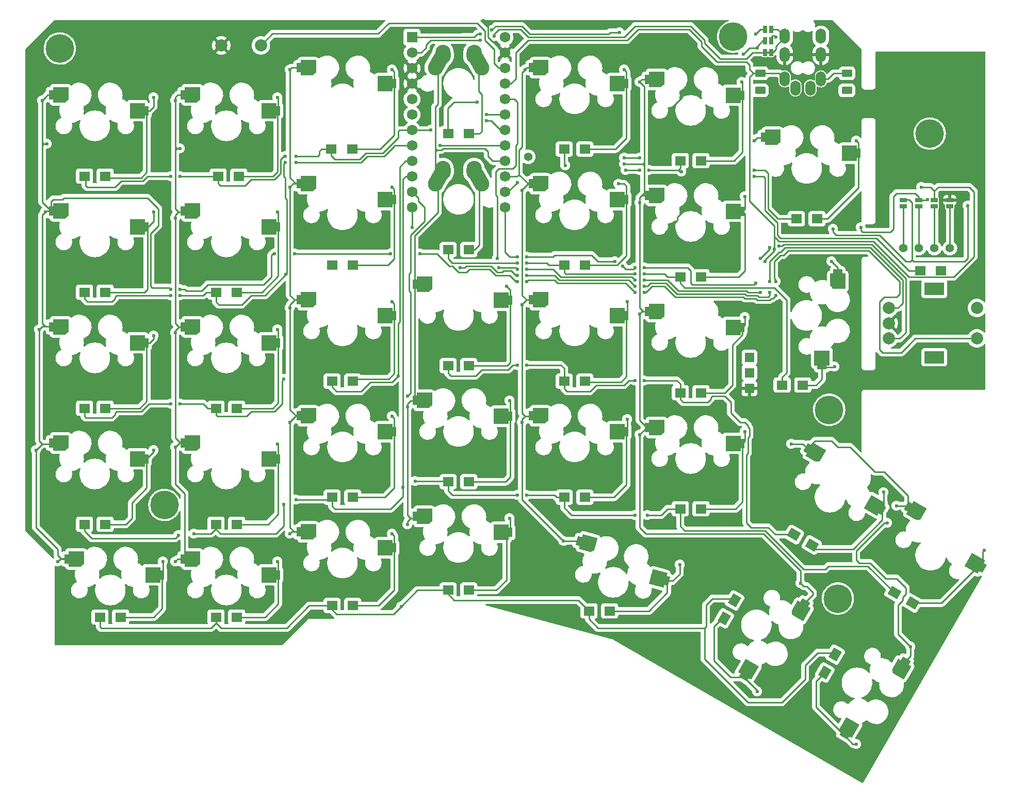
<source format=gtl>
G04 #@! TF.GenerationSoftware,KiCad,Pcbnew,(6.0.10)*
G04 #@! TF.CreationDate,2023-01-27T21:23:06+07:00*
G04 #@! TF.ProjectId,redox_rev1,7265646f-785f-4726-9576-312e6b696361,1.0*
G04 #@! TF.SameCoordinates,Original*
G04 #@! TF.FileFunction,Copper,L1,Top*
G04 #@! TF.FilePolarity,Positive*
%FSLAX46Y46*%
G04 Gerber Fmt 4.6, Leading zero omitted, Abs format (unit mm)*
G04 Created by KiCad (PCBNEW (6.0.10)) date 2023-01-27 21:23:06*
%MOMM*%
%LPD*%
G01*
G04 APERTURE LIST*
G04 Aperture macros list*
%AMRoundRect*
0 Rectangle with rounded corners*
0 $1 Rounding radius*
0 $2 $3 $4 $5 $6 $7 $8 $9 X,Y pos of 4 corners*
0 Add a 4 corners polygon primitive as box body*
4,1,4,$2,$3,$4,$5,$6,$7,$8,$9,$2,$3,0*
0 Add four circle primitives for the rounded corners*
1,1,$1+$1,$2,$3*
1,1,$1+$1,$4,$5*
1,1,$1+$1,$6,$7*
1,1,$1+$1,$8,$9*
0 Add four rect primitives between the rounded corners*
20,1,$1+$1,$2,$3,$4,$5,0*
20,1,$1+$1,$4,$5,$6,$7,0*
20,1,$1+$1,$6,$7,$8,$9,0*
20,1,$1+$1,$8,$9,$2,$3,0*%
%AMHorizOval*
0 Thick line with rounded ends*
0 $1 width*
0 $2 $3 position (X,Y) of the first rounded end (center of the circle)*
0 $4 $5 position (X,Y) of the second rounded end (center of the circle)*
0 Add line between two ends*
20,1,$1,$2,$3,$4,$5,0*
0 Add two circle primitives to create the rounded ends*
1,1,$1,$2,$3*
1,1,$1,$4,$5*%
%AMRotRect*
0 Rectangle, with rotation*
0 The origin of the aperture is its center*
0 $1 length*
0 $2 width*
0 $3 Rotation angle, in degrees counterclockwise*
0 Add horizontal line*
21,1,$1,$2,0,0,$3*%
%AMFreePoly0*
4,1,17,2.735355,1.235355,2.750000,1.200000,2.750000,-1.200000,2.735355,-1.235355,2.700000,-1.250000,0.300000,-1.250000,0.264645,-1.235355,0.250000,-1.200000,0.250000,-0.750000,-0.350000,-0.750000,-0.350000,0.750000,0.250000,0.750000,0.250000,1.200000,0.264645,1.235355,0.300000,1.250000,2.700000,1.250000,2.735355,1.235355,2.735355,1.235355,$1*%
%AMFreePoly1*
4,1,24,-0.364645,1.235355,-0.350000,1.200000,-0.350000,0.750000,0.350000,0.750000,0.350000,-0.750000,-0.350000,-0.750000,-0.350000,-1.200000,-0.364645,-1.235355,-0.400000,-1.250000,-2.800000,-1.250000,-2.835355,-1.235355,-2.850000,-1.200000,-2.850000,0.800000,-2.848878,0.802708,-2.849694,0.805522,-2.841697,0.820044,-2.835355,0.835355,-2.832649,0.836476,-2.831235,0.839043,-2.331235,1.239043,
-2.315318,1.243655,-2.300000,1.250000,-0.400000,1.250000,-0.364645,1.235355,-0.364645,1.235355,$1*%
G04 Aperture macros list end*
G04 #@! TA.AperFunction,EtchedComponent*
%ADD10C,0.100000*%
G04 #@! TD*
G04 #@! TA.AperFunction,ComponentPad*
%ADD11R,1.800000X1.500000*%
G04 #@! TD*
G04 #@! TA.AperFunction,ComponentPad*
%ADD12O,1.700000X2.500000*%
G04 #@! TD*
G04 #@! TA.AperFunction,SMDPad,CuDef*
%ADD13R,0.635000X1.143000*%
G04 #@! TD*
G04 #@! TA.AperFunction,ComponentPad*
%ADD14C,4.700000*%
G04 #@! TD*
G04 #@! TA.AperFunction,SMDPad,CuDef*
%ADD15R,1.143000X0.635000*%
G04 #@! TD*
G04 #@! TA.AperFunction,ComponentPad*
%ADD16RotRect,1.800000X1.500000X240.000000*%
G04 #@! TD*
G04 #@! TA.AperFunction,ComponentPad*
%ADD17R,1.752600X1.752600*%
G04 #@! TD*
G04 #@! TA.AperFunction,ComponentPad*
%ADD18C,1.752600*%
G04 #@! TD*
G04 #@! TA.AperFunction,ComponentPad*
%ADD19RotRect,1.800000X1.500000X330.000000*%
G04 #@! TD*
G04 #@! TA.AperFunction,ComponentPad*
%ADD20C,1.397000*%
G04 #@! TD*
G04 #@! TA.AperFunction,ComponentPad*
%ADD21C,2.000000*%
G04 #@! TD*
G04 #@! TA.AperFunction,ComponentPad*
%ADD22RoundRect,0.250000X-0.625000X0.375000X-0.625000X-0.375000X0.625000X-0.375000X0.625000X0.375000X0*%
G04 #@! TD*
G04 #@! TA.AperFunction,ComponentPad*
%ADD23R,1.524000X1.524000*%
G04 #@! TD*
G04 #@! TA.AperFunction,ComponentPad*
%ADD24R,3.200000X2.000000*%
G04 #@! TD*
G04 #@! TA.AperFunction,SMDPad,CuDef*
%ADD25FreePoly0,180.000000*%
G04 #@! TD*
G04 #@! TA.AperFunction,SMDPad,CuDef*
%ADD26FreePoly1,180.000000*%
G04 #@! TD*
G04 #@! TA.AperFunction,SMDPad,CuDef*
%ADD27FreePoly0,60.000000*%
G04 #@! TD*
G04 #@! TA.AperFunction,SMDPad,CuDef*
%ADD28FreePoly1,60.000000*%
G04 #@! TD*
G04 #@! TA.AperFunction,ComponentPad*
%ADD29HorizOval,2.500000X0.019724X0.289328X-0.019724X-0.289328X0*%
G04 #@! TD*
G04 #@! TA.AperFunction,ComponentPad*
%ADD30HorizOval,2.500000X-0.405453X0.729954X0.405453X-0.729954X0*%
G04 #@! TD*
G04 #@! TA.AperFunction,ComponentPad*
%ADD31HorizOval,2.500000X-0.019724X0.289328X0.019724X-0.289328X0*%
G04 #@! TD*
G04 #@! TA.AperFunction,ComponentPad*
%ADD32HorizOval,2.500000X0.405453X0.729954X-0.405453X-0.729954X0*%
G04 #@! TD*
G04 #@! TA.AperFunction,SMDPad,CuDef*
%ADD33FreePoly0,150.000000*%
G04 #@! TD*
G04 #@! TA.AperFunction,SMDPad,CuDef*
%ADD34FreePoly1,150.000000*%
G04 #@! TD*
G04 #@! TA.AperFunction,SMDPad,CuDef*
%ADD35FreePoly0,90.000000*%
G04 #@! TD*
G04 #@! TA.AperFunction,SMDPad,CuDef*
%ADD36FreePoly1,90.000000*%
G04 #@! TD*
G04 #@! TA.AperFunction,SMDPad,CuDef*
%ADD37FreePoly0,165.000000*%
G04 #@! TD*
G04 #@! TA.AperFunction,SMDPad,CuDef*
%ADD38FreePoly1,165.000000*%
G04 #@! TD*
G04 #@! TA.AperFunction,ViaPad*
%ADD39C,0.600000*%
G04 #@! TD*
G04 #@! TA.AperFunction,Conductor*
%ADD40C,0.250000*%
G04 #@! TD*
G04 APERTURE END LIST*
G36*
X202130000Y-54760000D02*
G01*
X201730000Y-54760000D01*
X201730000Y-54460000D01*
X202130000Y-54460000D01*
X202130000Y-54760000D01*
G37*
D10*
X202130000Y-54760000D02*
X201730000Y-54760000D01*
X201730000Y-54460000D01*
X202130000Y-54460000D01*
X202130000Y-54760000D01*
D11*
X187530000Y-110490000D03*
X190930000Y-110490000D03*
X168480000Y-89535000D03*
X171880000Y-89535000D03*
X89740000Y-113030000D03*
X93140000Y-113030000D03*
D12*
X210620000Y-58965000D03*
X204670000Y-58965000D03*
X204670000Y-54965000D03*
X210620000Y-54965000D03*
X210620000Y-51965000D03*
X204670000Y-51965000D03*
X208870000Y-60465000D03*
X206420000Y-60465000D03*
D11*
X89740000Y-132080000D03*
X93140000Y-132080000D03*
D13*
X201429620Y-54610000D03*
X202430380Y-54610000D03*
D11*
X89740000Y-74930000D03*
X93140000Y-74930000D03*
X172544000Y-146304000D03*
X175944000Y-146304000D03*
X111330000Y-93980000D03*
X114730000Y-93980000D03*
D14*
X213385400Y-144272000D03*
X211963000Y-113284000D03*
D11*
X130280000Y-70485000D03*
X133680000Y-70485000D03*
X111330000Y-113030000D03*
X114730000Y-113030000D03*
X111330000Y-147320000D03*
X114730000Y-147320000D03*
X89740000Y-93980000D03*
X93140000Y-93980000D03*
D15*
X231775000Y-78874620D03*
X231775000Y-79875380D03*
D11*
X168480000Y-108585000D03*
X171880000Y-108585000D03*
X204245000Y-109220000D03*
X207645000Y-109220000D03*
X187530000Y-91440000D03*
X190930000Y-91440000D03*
X187530000Y-72390000D03*
X190930000Y-72390000D03*
X149430000Y-106045000D03*
X152830000Y-106045000D03*
X149430000Y-86995000D03*
X152830000Y-86995000D03*
X92280000Y-147320000D03*
X95680000Y-147320000D03*
D14*
X228473000Y-67945000D03*
D16*
X196430000Y-144577757D03*
X194730000Y-147522243D03*
D13*
X202430380Y-52705000D03*
X201429620Y-52705000D03*
D17*
X143510000Y-52120000D03*
D18*
X143510000Y-54660000D03*
X143510000Y-57200000D03*
X143510000Y-59740000D03*
X143510000Y-62280000D03*
X143510000Y-64820000D03*
X143510000Y-67360000D03*
X143510000Y-69900000D03*
X143510000Y-72440000D03*
X143510000Y-74980000D03*
X143510000Y-77520000D03*
X143510000Y-80060000D03*
X158750000Y-80060000D03*
X158750000Y-77520000D03*
X158750000Y-74980000D03*
X158750000Y-72440000D03*
X158750000Y-69900000D03*
X158750000Y-67360000D03*
X158750000Y-64820000D03*
X158750000Y-62280000D03*
X158750000Y-59740000D03*
X158750000Y-57200000D03*
X158750000Y-54660000D03*
X158750000Y-52120000D03*
D11*
X226900000Y-90424000D03*
X230300000Y-90424000D03*
X206580000Y-81915000D03*
X209980000Y-81915000D03*
X130380000Y-127635000D03*
X133780000Y-127635000D03*
D16*
X212940000Y-153467757D03*
X211240000Y-156412243D03*
D11*
X168480000Y-70485000D03*
X171880000Y-70485000D03*
D14*
X85699600Y-53975000D03*
D19*
X222682757Y-143295000D03*
X225627243Y-144995000D03*
D15*
X226695000Y-78874620D03*
X226695000Y-79875380D03*
D11*
X187530000Y-129540000D03*
X190930000Y-129540000D03*
D20*
X224155000Y-86741000D03*
X226695000Y-86741000D03*
X229235000Y-86741000D03*
X231775000Y-86741000D03*
D19*
X206172757Y-133770000D03*
X209117243Y-135470000D03*
D11*
X130380000Y-145415000D03*
X133780000Y-145415000D03*
X130380000Y-108585000D03*
X133780000Y-108585000D03*
X149430000Y-142890000D03*
X152830000Y-142890000D03*
X130380000Y-89535000D03*
X133780000Y-89535000D03*
X168480000Y-127635000D03*
X171880000Y-127635000D03*
D21*
X118693000Y-53467000D03*
X112193000Y-53467000D03*
D22*
X214884000Y-58036000D03*
X214884000Y-60836000D03*
D14*
X102870000Y-128905000D03*
D11*
X149430000Y-67945000D03*
X152830000Y-67945000D03*
D23*
X198882000Y-104688000D03*
X198882000Y-107188000D03*
X198882000Y-109788000D03*
D14*
X196215000Y-52044600D03*
D22*
X200660000Y-58036000D03*
X200660000Y-60836000D03*
D11*
X111662000Y-74930000D03*
X115062000Y-74930000D03*
D15*
X224155000Y-78874620D03*
X224155000Y-79875380D03*
D21*
X221735000Y-96560000D03*
X221735000Y-101560000D03*
X221735000Y-99060000D03*
D24*
X229235000Y-93460000D03*
X229235000Y-104660000D03*
D21*
X236235000Y-101560000D03*
X236235000Y-96560000D03*
D20*
X162560000Y-71755000D03*
D15*
X229235000Y-78874620D03*
X229235000Y-79875380D03*
D11*
X111330000Y-132080000D03*
X114730000Y-132080000D03*
D13*
X201429620Y-50800000D03*
X202430380Y-50800000D03*
D11*
X149430000Y-125095000D03*
X152830000Y-125095000D03*
D25*
X99940000Y-83225000D03*
D26*
X84240000Y-80625000D03*
D25*
X121530000Y-121325000D03*
D26*
X105830000Y-118725000D03*
D25*
X159630000Y-95290000D03*
D26*
X143930000Y-92690000D03*
D25*
X121530000Y-83225000D03*
D26*
X105830000Y-80625000D03*
D25*
X178680000Y-59730000D03*
D26*
X162980000Y-57130000D03*
D25*
X121530000Y-64175000D03*
D26*
X105830000Y-61575000D03*
D27*
X197940064Y-157201216D03*
D28*
X208041730Y-144904617D03*
D25*
X121530000Y-140375000D03*
D26*
X105830000Y-137775000D03*
D25*
X159630000Y-114340000D03*
D26*
X143930000Y-111740000D03*
D25*
X159630000Y-133390000D03*
D26*
X143930000Y-130790000D03*
D25*
X197730000Y-80685000D03*
D26*
X182030000Y-78085000D03*
D29*
X153650000Y-73950000D03*
D30*
X154535000Y-75470000D03*
D31*
X148610000Y-73950000D03*
D32*
X147725000Y-75470000D03*
D25*
X99940000Y-121325000D03*
D26*
X84240000Y-118725000D03*
D25*
X140580000Y-78780000D03*
D26*
X124880000Y-76180000D03*
D25*
X197730000Y-61635000D03*
D26*
X182030000Y-59035000D03*
D25*
X197730000Y-118785000D03*
D26*
X182030000Y-116185000D03*
D33*
X237211216Y-139244936D03*
D34*
X224914617Y-129143270D03*
D33*
X220701216Y-129719936D03*
D34*
X208404617Y-119618270D03*
D25*
X178680000Y-97830000D03*
D26*
X162980000Y-95230000D03*
D25*
X99940000Y-64175000D03*
D26*
X84240000Y-61575000D03*
D25*
X140580000Y-59730000D03*
D26*
X124880000Y-57130000D03*
D29*
X153650000Y-54900000D03*
D30*
X154535000Y-56420000D03*
D31*
X148610000Y-54900000D03*
D32*
X147725000Y-56420000D03*
D25*
X197730000Y-99735000D03*
D26*
X182030000Y-97135000D03*
D25*
X178680000Y-78780000D03*
D26*
X162980000Y-76180000D03*
D25*
X178680000Y-116880000D03*
D26*
X162980000Y-114280000D03*
D25*
X121530000Y-102275000D03*
D26*
X105830000Y-99675000D03*
D25*
X140580000Y-116880000D03*
D26*
X124880000Y-114280000D03*
D35*
X210780000Y-106290000D03*
D36*
X213380000Y-90590000D03*
D25*
X216780000Y-71160000D03*
D26*
X201080000Y-68560000D03*
D25*
X140580000Y-135930000D03*
D26*
X124880000Y-133330000D03*
D25*
X102480000Y-140375000D03*
D26*
X86780000Y-137775000D03*
D25*
X99940000Y-102275000D03*
D26*
X84240000Y-99675000D03*
D37*
X185387417Y-141390147D03*
D38*
X170895311Y-134815281D03*
D27*
X214450064Y-166726216D03*
D28*
X224551730Y-154429617D03*
D25*
X140580000Y-97830000D03*
D26*
X124880000Y-95230000D03*
D39*
X120904000Y-87630000D03*
X160782000Y-92202000D03*
X162306000Y-92202000D03*
X203200000Y-92202000D03*
X83312000Y-80772000D03*
X181610000Y-93980000D03*
X82296000Y-100076000D03*
X83566000Y-69596000D03*
X105410000Y-93472000D03*
X85344000Y-138176000D03*
X155702000Y-64770000D03*
X103886000Y-93472000D03*
X180086000Y-93980000D03*
X82804000Y-62484000D03*
X144780000Y-87630000D03*
X81788000Y-119888000D03*
X124206000Y-87630000D03*
X203200000Y-94488000D03*
X139954000Y-87630000D03*
X141732000Y-145542000D03*
X142748000Y-110998000D03*
X107696000Y-133604000D03*
X105156000Y-133858000D03*
X124460000Y-128016000D03*
X122428000Y-128778000D03*
X180086000Y-130556000D03*
X141986000Y-125984000D03*
X162306000Y-127254000D03*
X160782000Y-127254000D03*
X182118000Y-130556000D03*
X144018000Y-124968000D03*
X180086000Y-108458000D03*
X141224000Y-107696000D03*
X122428000Y-108204000D03*
X162306000Y-105918000D03*
X105410000Y-112268000D03*
X160782000Y-105918000D03*
X181610000Y-108458000D03*
X103886000Y-112268000D03*
X124460000Y-72644000D03*
X180086000Y-90932000D03*
X122682000Y-72644000D03*
X181610000Y-90932000D03*
X105410000Y-94488000D03*
X162306000Y-89154000D03*
X122809000Y-91059000D03*
X103886000Y-94488000D03*
X160782000Y-89154000D03*
X124460000Y-71628000D03*
X105410000Y-74930000D03*
X178562000Y-73914000D03*
X146558000Y-67310000D03*
X103886000Y-74930000D03*
X187706000Y-74168000D03*
X182372000Y-73914000D03*
X199644000Y-73914000D03*
X180848000Y-73914000D03*
X122682000Y-71628000D03*
X168656000Y-73152000D03*
X154178000Y-62738000D03*
X178054000Y-89662000D03*
X225298000Y-152146000D03*
X199644000Y-69088000D03*
X223012000Y-129032000D03*
X199898000Y-92456000D03*
X205740000Y-118872000D03*
X162306000Y-88138000D03*
X180086000Y-89916000D03*
X160782000Y-88138000D03*
X181610000Y-89916000D03*
X176784000Y-88900000D03*
X212344000Y-88900000D03*
X221488000Y-131826000D03*
X180848000Y-117348000D03*
X180848000Y-79248000D03*
X180848000Y-59436000D03*
X180848000Y-97536000D03*
X178308000Y-72898000D03*
X160782000Y-75946000D03*
X207264000Y-141732000D03*
X161544000Y-115316000D03*
X162052000Y-57404000D03*
X161544000Y-77216000D03*
X161544000Y-96012000D03*
X168343281Y-134815281D03*
X142748000Y-112776000D03*
X142748000Y-132080000D03*
X143930000Y-92690000D03*
X123444000Y-76708000D03*
X123444000Y-96520000D03*
X123444000Y-115316000D03*
X123444000Y-57404000D03*
X123444000Y-133604000D03*
X148082000Y-69850000D03*
X105410000Y-70358000D03*
X104648000Y-62484000D03*
X104648000Y-100584000D03*
X155702000Y-65786000D03*
X104648000Y-138176000D03*
X104648000Y-119380000D03*
X104648000Y-81788000D03*
X101092000Y-61976000D03*
X177546000Y-51308000D03*
X154686000Y-51562000D03*
X156591000Y-50927000D03*
X201422000Y-88900000D03*
X202946000Y-86868000D03*
X227076000Y-76708000D03*
X234696000Y-79756000D03*
X199898000Y-51562000D03*
X212598000Y-83566000D03*
X217170000Y-83312000D03*
X228092000Y-78740000D03*
X197866000Y-54864000D03*
X200152000Y-53848000D03*
X121412000Y-61976000D03*
X127762000Y-84582000D03*
X174117000Y-83820000D03*
X163957000Y-123063000D03*
X108585000Y-96012000D03*
X119380000Y-72009000D03*
X165227000Y-53721000D03*
X207772000Y-77724000D03*
X95885000Y-71120000D03*
X185420000Y-131953000D03*
X102743000Y-107442000D03*
X139192000Y-53594000D03*
X162814000Y-136398000D03*
X171958000Y-103759000D03*
X183007000Y-53594000D03*
X88265000Y-146685000D03*
X96647000Y-108966000D03*
X164338000Y-68072000D03*
X233426000Y-81153000D03*
X110236000Y-107950000D03*
X182499000Y-110617000D03*
X151003000Y-53594000D03*
X195326000Y-137541000D03*
X145161000Y-138938000D03*
X226060000Y-107188000D03*
X99060000Y-132715000D03*
X185039000Y-86360000D03*
X214122000Y-76327000D03*
X216535000Y-148717000D03*
X155194000Y-49403000D03*
X125857000Y-141478000D03*
X186055000Y-68326000D03*
X192786000Y-124841000D03*
X110998000Y-89408000D03*
X221234000Y-137160000D03*
X191770000Y-107188000D03*
X175006000Y-66548000D03*
X127381000Y-104140000D03*
X154305000Y-101346000D03*
X151384000Y-82804000D03*
X136779000Y-124079000D03*
X95377000Y-89662000D03*
X138557000Y-130556000D03*
X116840000Y-127508000D03*
X140208000Y-57404000D03*
X178308000Y-57404000D03*
X197612000Y-59436000D03*
X216408000Y-69088000D03*
X101092000Y-80772000D03*
X121412000Y-80772000D03*
X140208000Y-76708000D03*
X198120000Y-78232000D03*
X212852000Y-106172000D03*
X101092000Y-101092000D03*
X121412000Y-100076000D03*
X140208000Y-95504000D03*
X159004000Y-92964000D03*
X178816000Y-95504000D03*
X198120000Y-98044000D03*
X220875383Y-126818270D03*
X101092000Y-119888000D03*
X121412000Y-118872000D03*
X140208000Y-114300000D03*
X159512000Y-111760000D03*
X178816000Y-114808000D03*
X198120000Y-116840000D03*
X237385383Y-136343270D03*
X102616000Y-138176000D03*
X121412000Y-138176000D03*
X140208000Y-133604000D03*
X159512000Y-131064000D03*
X187452000Y-138684000D03*
X200152000Y-159512000D03*
X216408000Y-168148000D03*
X203200000Y-52070000D03*
X154686000Y-52578000D03*
X156972000Y-51943000D03*
X199644000Y-74930000D03*
X178308000Y-71882000D03*
X180848000Y-71882000D03*
X202184000Y-93980000D03*
X143510000Y-83312000D03*
X162306000Y-91186000D03*
X202184000Y-92202000D03*
X151384000Y-89916000D03*
X181610000Y-92964000D03*
X180086000Y-92964000D03*
X160782000Y-91186000D03*
X177380000Y-76180000D03*
X202184000Y-86614000D03*
X160782000Y-90170000D03*
X200660000Y-93980000D03*
X200660000Y-88392000D03*
X157734000Y-89916000D03*
X180086000Y-91948000D03*
X203708000Y-86360000D03*
X181610000Y-91948000D03*
X162306000Y-90170000D03*
X157480000Y-88392000D03*
D40*
X120650000Y-87630000D02*
X120396000Y-87884000D01*
X155752000Y-64820000D02*
X155702000Y-64770000D01*
X157734000Y-91186000D02*
X157226000Y-91186000D01*
X84582000Y-78740000D02*
X84240000Y-79082000D01*
X181864000Y-93980000D02*
X181610000Y-93980000D01*
X82296000Y-100076000D02*
X82296000Y-118364000D01*
X83713000Y-61575000D02*
X83312000Y-61976000D01*
X220472000Y-95250000D02*
X220980000Y-94742000D01*
X156464000Y-90424000D02*
X156210000Y-90170000D01*
X202438000Y-94996000D02*
X202184000Y-95250000D01*
X101854000Y-80264000D02*
X100076000Y-78486000D01*
X84240000Y-79082000D02*
X84240000Y-80625000D01*
X100584000Y-92964000D02*
X100584000Y-84328000D01*
X157226000Y-91186000D02*
X156464000Y-90424000D01*
X85959000Y-137775000D02*
X86780000Y-137775000D01*
X84240000Y-99675000D02*
X84133000Y-99568000D01*
X159512000Y-91186000D02*
X157734000Y-91186000D01*
X106172000Y-93472000D02*
X105410000Y-93472000D01*
X154178000Y-90170000D02*
X152908000Y-90170000D01*
X83058000Y-69596000D02*
X82804000Y-69342000D01*
X82804000Y-69342000D02*
X82804000Y-62484000D01*
X101854000Y-83058000D02*
X101854000Y-80264000D01*
X236235000Y-101560000D02*
X226100000Y-101560000D01*
X84133000Y-99568000D02*
X83312000Y-99568000D01*
X86106000Y-78740000D02*
X84582000Y-78740000D01*
X82296000Y-118364000D02*
X82804000Y-118872000D01*
X86673000Y-137668000D02*
X86780000Y-137775000D01*
X81788000Y-119888000D02*
X81788000Y-132588000D01*
X106680000Y-93726000D02*
X106426000Y-93726000D01*
X120396000Y-87884000D02*
X120396000Y-91440000D01*
X186944000Y-94742000D02*
X186690000Y-94742000D01*
X85344000Y-138176000D02*
X85852000Y-137668000D01*
X205232000Y-87122000D02*
X204978000Y-87376000D01*
X223774000Y-103886000D02*
X221742000Y-103886000D01*
X85852000Y-137668000D02*
X86673000Y-137668000D01*
X82804000Y-99568000D02*
X83312000Y-99568000D01*
X220726000Y-103886000D02*
X220218000Y-103378000D01*
X100838000Y-93218000D02*
X100584000Y-92964000D01*
X83312000Y-61976000D02*
X82804000Y-62484000D01*
X82804000Y-99060000D02*
X82804000Y-81280000D01*
X199898000Y-94996000D02*
X198374000Y-94996000D01*
X150368000Y-89916000D02*
X150114000Y-89662000D01*
X84240000Y-61575000D02*
X83713000Y-61575000D01*
X152908000Y-90170000D02*
X152654000Y-90424000D01*
X83459000Y-80625000D02*
X84240000Y-80625000D01*
X223012000Y-94742000D02*
X223520000Y-94234000D01*
X204470000Y-87884000D02*
X203962000Y-87884000D01*
X223520000Y-92202000D02*
X220472000Y-89154000D01*
X156210000Y-90170000D02*
X154178000Y-90170000D01*
X202946000Y-91694000D02*
X203200000Y-91948000D01*
X82804000Y-118872000D02*
X84093000Y-118872000D01*
X202184000Y-95250000D02*
X200914000Y-95250000D01*
X226100000Y-101560000D02*
X225044000Y-102616000D01*
X139954000Y-87630000D02*
X124206000Y-87630000D01*
X222758000Y-94742000D02*
X223012000Y-94742000D01*
X200152000Y-95250000D02*
X199898000Y-94996000D01*
X150114000Y-89662000D02*
X149606000Y-89662000D01*
X119126000Y-92710000D02*
X113030000Y-92710000D01*
X109728000Y-92964000D02*
X108966000Y-93726000D01*
X147574000Y-87630000D02*
X144780000Y-87630000D01*
X203962000Y-87884000D02*
X202946000Y-88900000D01*
X120396000Y-91440000D02*
X119126000Y-92710000D01*
X202946000Y-89154000D02*
X202946000Y-90678000D01*
X103886000Y-93472000D02*
X103632000Y-93218000D01*
X183134000Y-92964000D02*
X182880000Y-92964000D01*
X220472000Y-89154000D02*
X218440000Y-87122000D01*
X186690000Y-94742000D02*
X185166000Y-93218000D01*
X197866000Y-94742000D02*
X186944000Y-94742000D01*
X85344000Y-136144000D02*
X85344000Y-137160000D01*
X83312000Y-80772000D02*
X83459000Y-80625000D01*
X81788000Y-132588000D02*
X85344000Y-136144000D01*
X160782000Y-92202000D02*
X160528000Y-92202000D01*
X85344000Y-137160000D02*
X85959000Y-137775000D01*
X152400000Y-90678000D02*
X151130000Y-90678000D01*
X108966000Y-93726000D02*
X108712000Y-93726000D01*
X113030000Y-92710000D02*
X109982000Y-92710000D01*
X202946000Y-90678000D02*
X202946000Y-91694000D01*
X83058000Y-69596000D02*
X82804000Y-69850000D01*
X203200000Y-91948000D02*
X203200000Y-92202000D01*
X202946000Y-88900000D02*
X202946000Y-89154000D01*
X109982000Y-92710000D02*
X109728000Y-92964000D01*
X162560000Y-91948000D02*
X162306000Y-92202000D01*
X100076000Y-78486000D02*
X86360000Y-78486000D01*
X82804000Y-79189000D02*
X82804000Y-69850000D01*
X180086000Y-93980000D02*
X179070000Y-92964000D01*
X82804000Y-69850000D02*
X82804000Y-69342000D01*
X158750000Y-64820000D02*
X155752000Y-64820000D01*
X82296000Y-100076000D02*
X82804000Y-99568000D01*
X178562000Y-92456000D02*
X177546000Y-92456000D01*
X202692000Y-94996000D02*
X202438000Y-94996000D01*
X151130000Y-90678000D02*
X150368000Y-89916000D01*
X82804000Y-81280000D02*
X83312000Y-80772000D01*
X184912000Y-92964000D02*
X183134000Y-92964000D01*
X225044000Y-102616000D02*
X223774000Y-103886000D01*
X220218000Y-96012000D02*
X220218000Y-95504000D01*
X120904000Y-87630000D02*
X120650000Y-87630000D01*
X83312000Y-99568000D02*
X82804000Y-99060000D01*
X166878000Y-91948000D02*
X162560000Y-91948000D01*
X152654000Y-90424000D02*
X152400000Y-90678000D01*
X182880000Y-92964000D02*
X182372000Y-93472000D01*
X149606000Y-89662000D02*
X147828000Y-87884000D01*
X185166000Y-93218000D02*
X184912000Y-92964000D01*
X84093000Y-118872000D02*
X84240000Y-118725000D01*
X103632000Y-93218000D02*
X100838000Y-93218000D01*
X198374000Y-94996000D02*
X198120000Y-94996000D01*
X179070000Y-92964000D02*
X178562000Y-92456000D01*
X160528000Y-92202000D02*
X159512000Y-91186000D01*
X223520000Y-94234000D02*
X223520000Y-92202000D01*
X83566000Y-69596000D02*
X83058000Y-69596000D01*
X198120000Y-94996000D02*
X197866000Y-94742000D01*
X177546000Y-92456000D02*
X167386000Y-92456000D01*
X203200000Y-94488000D02*
X202692000Y-94996000D01*
X84240000Y-80625000D02*
X82804000Y-79189000D01*
X147828000Y-87884000D02*
X147574000Y-87630000D01*
X86360000Y-78486000D02*
X86106000Y-78740000D01*
X220218000Y-103378000D02*
X220218000Y-96012000D01*
X167386000Y-92456000D02*
X166878000Y-91948000D01*
X108712000Y-93726000D02*
X106680000Y-93726000D01*
X182372000Y-93472000D02*
X181864000Y-93980000D01*
X106426000Y-93726000D02*
X106172000Y-93472000D01*
X220980000Y-94742000D02*
X222758000Y-94742000D01*
X220218000Y-95504000D02*
X220472000Y-95250000D01*
X82804000Y-118872000D02*
X81788000Y-119888000D01*
X100584000Y-84328000D02*
X101854000Y-83058000D01*
X217678000Y-87122000D02*
X205232000Y-87122000D01*
X218440000Y-87122000D02*
X217678000Y-87122000D01*
X221742000Y-103886000D02*
X220726000Y-103886000D01*
X200914000Y-95250000D02*
X200152000Y-95250000D01*
X204978000Y-87376000D02*
X204470000Y-87884000D01*
X191516000Y-149098000D02*
X191516000Y-154178000D01*
X131064000Y-146812000D02*
X140462000Y-146812000D01*
X122936000Y-149098000D02*
X126619000Y-145415000D01*
X204216000Y-161290000D02*
X208026000Y-157480000D01*
X191516000Y-149098000D02*
X191770000Y-148844000D01*
X172544000Y-147652000D02*
X173990000Y-149098000D01*
X196124243Y-144272000D02*
X196430000Y-144577757D01*
X110490000Y-149098000D02*
X111330000Y-148258000D01*
X111330000Y-148258000D02*
X111330000Y-147320000D01*
X208026000Y-155194000D02*
X210058000Y-153162000D01*
X144384000Y-142890000D02*
X149430000Y-142890000D01*
X150368000Y-144526000D02*
X170766000Y-144526000D01*
X112170000Y-149098000D02*
X122936000Y-149098000D01*
X191770000Y-148844000D02*
X191770000Y-145288000D01*
X92456000Y-149098000D02*
X110490000Y-149098000D01*
X191770000Y-145288000D02*
X192786000Y-144272000D01*
X143002000Y-90932000D02*
X143256000Y-90678000D01*
X144526000Y-78536000D02*
X143510000Y-77520000D01*
X145542000Y-80010000D02*
X144526000Y-78994000D01*
X149430000Y-142890000D02*
X149430000Y-143588000D01*
X126619000Y-145415000D02*
X130380000Y-145415000D01*
X198628000Y-161290000D02*
X204216000Y-161290000D01*
X172544000Y-146304000D02*
X172544000Y-147652000D01*
X92280000Y-147320000D02*
X92280000Y-148922000D01*
X92280000Y-148922000D02*
X92456000Y-149098000D01*
X130380000Y-146128000D02*
X131064000Y-146812000D01*
X210058000Y-153162000D02*
X212634243Y-153162000D01*
X143256000Y-93980000D02*
X143002000Y-93726000D01*
X142748000Y-110998000D02*
X143256000Y-110490000D01*
X192786000Y-144272000D02*
X196124243Y-144272000D01*
X173990000Y-149098000D02*
X191516000Y-149098000D01*
X191516000Y-154178000D02*
X198628000Y-161290000D01*
X143256000Y-84582000D02*
X145542000Y-82296000D01*
X143256000Y-90678000D02*
X143256000Y-84582000D01*
X130380000Y-145415000D02*
X130380000Y-146128000D01*
X141732000Y-145542000D02*
X144384000Y-142890000D01*
X143002000Y-93726000D02*
X143002000Y-90932000D01*
X111330000Y-148258000D02*
X112170000Y-149098000D01*
X208026000Y-157480000D02*
X208026000Y-155194000D01*
X149430000Y-143588000D02*
X150368000Y-144526000D01*
X143256000Y-110490000D02*
X143256000Y-93980000D01*
X140462000Y-146812000D02*
X141732000Y-145542000D01*
X212634243Y-153162000D02*
X212940000Y-153467757D01*
X144526000Y-78994000D02*
X144526000Y-78536000D01*
X145542000Y-82296000D02*
X145542000Y-80010000D01*
X170766000Y-144526000D02*
X172544000Y-146304000D01*
X168480000Y-127635000D02*
X168480000Y-129364000D01*
X89740000Y-133174000D02*
X89916000Y-133350000D01*
X104648000Y-134366000D02*
X105156000Y-133858000D01*
X149430000Y-125095000D02*
X149430000Y-126570000D01*
X184404000Y-130556000D02*
X185420000Y-129540000D01*
X166878000Y-127254000D02*
X167259000Y-127635000D01*
X110490000Y-133604000D02*
X107696000Y-133604000D01*
X150114000Y-127254000D02*
X160782000Y-127254000D01*
X207772000Y-139446000D02*
X211328000Y-139446000D01*
X187530000Y-132412000D02*
X188214000Y-133096000D01*
X139954000Y-129540000D02*
X141732000Y-127762000D01*
X142444000Y-74980000D02*
X141986000Y-75438000D01*
X168480000Y-129364000D02*
X169164000Y-130048000D01*
X169164000Y-130048000D02*
X169672000Y-130556000D01*
X89916000Y-133350000D02*
X90932000Y-134366000D01*
X112014000Y-133604000D02*
X116078000Y-133604000D01*
X138938000Y-129540000D02*
X139954000Y-129540000D01*
X111330000Y-132080000D02*
X111330000Y-132920000D01*
X130380000Y-129110000D02*
X130810000Y-129540000D01*
X169672000Y-130556000D02*
X180086000Y-130556000D01*
X90932000Y-134366000D02*
X104140000Y-134366000D01*
X143510000Y-74980000D02*
X142444000Y-74980000D01*
X182118000Y-130556000D02*
X184404000Y-130556000D01*
X201422000Y-133096000D02*
X207772000Y-139446000D01*
X130380000Y-127635000D02*
X130380000Y-129110000D01*
X188214000Y-133096000D02*
X201422000Y-133096000D01*
X167259000Y-127635000D02*
X168480000Y-127635000D01*
X149303000Y-124968000D02*
X149430000Y-125095000D01*
X124460000Y-128016000D02*
X129999000Y-128016000D01*
X218325757Y-138938000D02*
X222682757Y-143295000D01*
X111330000Y-132920000D02*
X112014000Y-133604000D01*
X144018000Y-124968000D02*
X149303000Y-124968000D01*
X141986000Y-75438000D02*
X141986000Y-125984000D01*
X111330000Y-132080000D02*
X111330000Y-132764000D01*
X187530000Y-129540000D02*
X187530000Y-132412000D01*
X111330000Y-132764000D02*
X110490000Y-133604000D01*
X185420000Y-129540000D02*
X187530000Y-129540000D01*
X130810000Y-129540000D02*
X138938000Y-129540000D01*
X211836000Y-138938000D02*
X218325757Y-138938000D01*
X211328000Y-139446000D02*
X211836000Y-138938000D01*
X89740000Y-132080000D02*
X89740000Y-133174000D01*
X121158000Y-133604000D02*
X121666000Y-133096000D01*
X141986000Y-127508000D02*
X141986000Y-125984000D01*
X141732000Y-127762000D02*
X141986000Y-127508000D01*
X149430000Y-126570000D02*
X149606000Y-126746000D01*
X162306000Y-127254000D02*
X166878000Y-127254000D01*
X121666000Y-133096000D02*
X122428000Y-132334000D01*
X149606000Y-126746000D02*
X150114000Y-127254000D01*
X116078000Y-133604000D02*
X121158000Y-133604000D01*
X122428000Y-132334000D02*
X122428000Y-128778000D01*
X129999000Y-128016000D02*
X130380000Y-127635000D01*
X104140000Y-134366000D02*
X104648000Y-134366000D01*
X170434000Y-110236000D02*
X172720000Y-110236000D01*
X192786000Y-110998000D02*
X194818000Y-110998000D01*
X192532000Y-111252000D02*
X192786000Y-110998000D01*
X198374000Y-120650000D02*
X198374000Y-131826000D01*
X122174000Y-108458000D02*
X122428000Y-108204000D01*
X142444000Y-72440000D02*
X141478000Y-73406000D01*
X168480000Y-109806000D02*
X168656000Y-109982000D01*
X117094000Y-113538000D02*
X120904000Y-113538000D01*
X130380000Y-109552000D02*
X130380000Y-108585000D01*
X192532000Y-111506000D02*
X192532000Y-111252000D01*
X111506000Y-114300000D02*
X116332000Y-114300000D01*
X195834000Y-112014000D02*
X195834000Y-113792000D01*
X94996000Y-113538000D02*
X95504000Y-113538000D01*
X149606000Y-107442000D02*
X149860000Y-107696000D01*
X116332000Y-114300000D02*
X116840000Y-113792000D01*
X178308000Y-109220000D02*
X178816000Y-108712000D01*
X198120000Y-115316000D02*
X198628000Y-115824000D01*
X198628000Y-117856000D02*
X198628000Y-120396000D01*
X131064000Y-110236000D02*
X130380000Y-109552000D01*
X173482000Y-109474000D02*
X173736000Y-109220000D01*
X198628000Y-116078000D02*
X198882000Y-116332000D01*
X111330000Y-113030000D02*
X111330000Y-114124000D01*
X198374000Y-131826000D02*
X199136000Y-132588000D01*
X149430000Y-106045000D02*
X149430000Y-107266000D01*
X153924000Y-107696000D02*
X154686000Y-106934000D01*
X168480000Y-108585000D02*
X168480000Y-109806000D01*
X173736000Y-109220000D02*
X174498000Y-109220000D01*
X181610000Y-108458000D02*
X186944000Y-108458000D01*
X89916000Y-114554000D02*
X94234000Y-114554000D01*
X136652000Y-108712000D02*
X135128000Y-110236000D01*
X154940000Y-106680000D02*
X156972000Y-106680000D01*
X201930000Y-132588000D02*
X203112000Y-133770000D01*
X199136000Y-132588000D02*
X201930000Y-132588000D01*
X172720000Y-110236000D02*
X173482000Y-109474000D01*
X94234000Y-114554000D02*
X94488000Y-114300000D01*
X135128000Y-110236000D02*
X131064000Y-110236000D01*
X198628000Y-115824000D02*
X198628000Y-116078000D01*
X149430000Y-107266000D02*
X149606000Y-107442000D01*
X178816000Y-108712000D02*
X179070000Y-108458000D01*
X116840000Y-113792000D02*
X117094000Y-113538000D01*
X100330000Y-112268000D02*
X103886000Y-112268000D01*
X141478000Y-98806000D02*
X141224000Y-99060000D01*
X187530000Y-110490000D02*
X187530000Y-111584000D01*
X109982000Y-113030000D02*
X111330000Y-113030000D01*
X149860000Y-107696000D02*
X153416000Y-107696000D01*
X168480000Y-106504000D02*
X168480000Y-108585000D01*
X198628000Y-120396000D02*
X198374000Y-120650000D01*
X197358000Y-115316000D02*
X198120000Y-115316000D01*
X156972000Y-106680000D02*
X159258000Y-106680000D01*
X141478000Y-73406000D02*
X141478000Y-98806000D01*
X174498000Y-109220000D02*
X178308000Y-109220000D01*
X187960000Y-112014000D02*
X192024000Y-112014000D01*
X89740000Y-114378000D02*
X89916000Y-114554000D01*
X153416000Y-107696000D02*
X153924000Y-107696000D01*
X187530000Y-111584000D02*
X187960000Y-112014000D01*
X167894000Y-105918000D02*
X168480000Y-106504000D01*
X99568000Y-113030000D02*
X100330000Y-112268000D01*
X94742000Y-114046000D02*
X94742000Y-113792000D01*
X120904000Y-113538000D02*
X122174000Y-112268000D01*
X122174000Y-110236000D02*
X122174000Y-108458000D01*
X95504000Y-113538000D02*
X99060000Y-113538000D01*
X186944000Y-108458000D02*
X187530000Y-109044000D01*
X198882000Y-116332000D02*
X198882000Y-117602000D01*
X192024000Y-112014000D02*
X192532000Y-111506000D01*
X141224000Y-107696000D02*
X140208000Y-108712000D01*
X179070000Y-108458000D02*
X180086000Y-108458000D01*
X105410000Y-112268000D02*
X109220000Y-112268000D01*
X141224000Y-99060000D02*
X141224000Y-107696000D01*
X109220000Y-112268000D02*
X109982000Y-113030000D01*
X111330000Y-114124000D02*
X111506000Y-114300000D01*
X168910000Y-110236000D02*
X170434000Y-110236000D01*
X194818000Y-110998000D02*
X195834000Y-112014000D01*
X160020000Y-105918000D02*
X160782000Y-105918000D01*
X187530000Y-109044000D02*
X187530000Y-110490000D01*
X154686000Y-106934000D02*
X154940000Y-106680000D01*
X94742000Y-113792000D02*
X94996000Y-113538000D01*
X159766000Y-106172000D02*
X160020000Y-105918000D01*
X94488000Y-114300000D02*
X94742000Y-114046000D01*
X140208000Y-108712000D02*
X136652000Y-108712000D01*
X159258000Y-106680000D02*
X159766000Y-106172000D01*
X162306000Y-105918000D02*
X167894000Y-105918000D01*
X168656000Y-109982000D02*
X168910000Y-110236000D01*
X99060000Y-113538000D02*
X99568000Y-113030000D01*
X89740000Y-113030000D02*
X89740000Y-114378000D01*
X143510000Y-72440000D02*
X142444000Y-72440000D01*
X122174000Y-112268000D02*
X122174000Y-110236000D01*
X198882000Y-117602000D02*
X198628000Y-117856000D01*
X195834000Y-113792000D02*
X197358000Y-115316000D01*
X203112000Y-133770000D02*
X206172757Y-133770000D01*
X149430000Y-88470000D02*
X149606000Y-88646000D01*
X115570000Y-96012000D02*
X117094000Y-94488000D01*
X94742000Y-94742000D02*
X94996000Y-94488000D01*
X122936000Y-90932000D02*
X122809000Y-91059000D01*
X150114000Y-89154000D02*
X160782000Y-89154000D01*
X90170000Y-95504000D02*
X94234000Y-95504000D01*
X149606000Y-88646000D02*
X150114000Y-89154000D01*
X149430000Y-86995000D02*
X149430000Y-88470000D01*
X136144000Y-71628000D02*
X135382000Y-72390000D01*
X111330000Y-93980000D02*
X111330000Y-95582000D01*
X135382000Y-72390000D02*
X135128000Y-72644000D01*
X185420000Y-91440000D02*
X187530000Y-91440000D01*
X204978000Y-107188000D02*
X204245000Y-107921000D01*
X178816000Y-90932000D02*
X180086000Y-90932000D01*
X187530000Y-91440000D02*
X187530000Y-92534000D01*
X119380000Y-94488000D02*
X122809000Y-91059000D01*
X162306000Y-89154000D02*
X165608000Y-89154000D01*
X133604000Y-72644000D02*
X124460000Y-72644000D01*
X109728000Y-93980000D02*
X111330000Y-93980000D01*
X122682000Y-72644000D02*
X122428000Y-72898000D01*
X138938000Y-71628000D02*
X136144000Y-71628000D01*
X89740000Y-95074000D02*
X90170000Y-95504000D01*
X187530000Y-92534000D02*
X188214000Y-93218000D01*
X140666000Y-69900000D02*
X140462000Y-70104000D01*
X143510000Y-69900000D02*
X140666000Y-69900000D01*
X122936000Y-78740000D02*
X122936000Y-90932000D01*
X204978000Y-95250000D02*
X204978000Y-107188000D01*
X89740000Y-93980000D02*
X89740000Y-95074000D01*
X204245000Y-107921000D02*
X204245000Y-109220000D01*
X122428000Y-74930000D02*
X122682000Y-75184000D01*
X168480000Y-89535000D02*
X168480000Y-90756000D01*
X94742000Y-94996000D02*
X94742000Y-94742000D01*
X122428000Y-72898000D02*
X122428000Y-74930000D01*
X122682000Y-78486000D02*
X122936000Y-78740000D01*
X94234000Y-95504000D02*
X94742000Y-94996000D01*
X105410000Y-94488000D02*
X109220000Y-94488000D01*
X181610000Y-90932000D02*
X184912000Y-90932000D01*
X165608000Y-89154000D02*
X165989000Y-89535000D01*
X168656000Y-90932000D02*
X178816000Y-90932000D01*
X117094000Y-94488000D02*
X119380000Y-94488000D01*
X184912000Y-90932000D02*
X185420000Y-91440000D01*
X94996000Y-94488000D02*
X99568000Y-94488000D01*
X168480000Y-90756000D02*
X168656000Y-90932000D01*
X122682000Y-75184000D02*
X122682000Y-78486000D01*
X99568000Y-94488000D02*
X103886000Y-94488000D01*
X111330000Y-95582000D02*
X111760000Y-96012000D01*
X165989000Y-89535000D02*
X168480000Y-89535000D01*
X188214000Y-93218000D02*
X202946000Y-93218000D01*
X202946000Y-93218000D02*
X204978000Y-95250000D01*
X135128000Y-72644000D02*
X133604000Y-72644000D01*
X140462000Y-70104000D02*
X138938000Y-71628000D01*
X109220000Y-94488000D02*
X109728000Y-93980000D01*
X111760000Y-96012000D02*
X115570000Y-96012000D01*
X149352000Y-67867000D02*
X149352000Y-65786000D01*
X201930000Y-80264000D02*
X203581000Y-81915000D01*
X182372000Y-73914000D02*
X187198000Y-73914000D01*
X121920000Y-74422000D02*
X121920000Y-74168000D01*
X121920000Y-72136000D02*
X122174000Y-71882000D01*
X89740000Y-74930000D02*
X89916000Y-75106000D01*
X99314000Y-75692000D02*
X100076000Y-74930000D01*
X187530000Y-73582000D02*
X187530000Y-72390000D01*
X128016000Y-71628000D02*
X128270000Y-71374000D01*
X130280000Y-71606000D02*
X130280000Y-70485000D01*
X124460000Y-71628000D02*
X128016000Y-71628000D01*
X116586000Y-75946000D02*
X117094000Y-75438000D01*
X121920000Y-74168000D02*
X121920000Y-72136000D01*
X201422000Y-73914000D02*
X201930000Y-74422000D01*
X122174000Y-71882000D02*
X122428000Y-71628000D01*
X134874000Y-72136000D02*
X130810000Y-72136000D01*
X149352000Y-63754000D02*
X150368000Y-62738000D01*
X117094000Y-75438000D02*
X117602000Y-75438000D01*
X90678000Y-76708000D02*
X94742000Y-76708000D01*
X199644000Y-73914000D02*
X201422000Y-73914000D01*
X187198000Y-73914000D02*
X187530000Y-73582000D01*
X201930000Y-74422000D02*
X201930000Y-80264000D01*
X141224000Y-67564000D02*
X141224000Y-68580000D01*
X89916000Y-75106000D02*
X89916000Y-76454000D01*
X122428000Y-71628000D02*
X122682000Y-71628000D01*
X105410000Y-74930000D02*
X111662000Y-74930000D01*
X143510000Y-67360000D02*
X141428000Y-67360000D01*
X146508000Y-67360000D02*
X146558000Y-67310000D01*
X111760000Y-76200000D02*
X112014000Y-76454000D01*
X111662000Y-74930000D02*
X111662000Y-76102000D01*
X150368000Y-62738000D02*
X154178000Y-62738000D01*
X149352000Y-65786000D02*
X149352000Y-63754000D01*
X100076000Y-74930000D02*
X103886000Y-74930000D01*
X111662000Y-76102000D02*
X111760000Y-76200000D01*
X94742000Y-76708000D02*
X95504000Y-75946000D01*
X97028000Y-75692000D02*
X99314000Y-75692000D01*
X116078000Y-76454000D02*
X116586000Y-75946000D01*
X95758000Y-75692000D02*
X97028000Y-75692000D01*
X138684000Y-71120000D02*
X135890000Y-71120000D01*
X178562000Y-73914000D02*
X180848000Y-73914000D01*
X135890000Y-71120000D02*
X134874000Y-72136000D01*
X143510000Y-67360000D02*
X146508000Y-67360000D01*
X128270000Y-70866000D02*
X128651000Y-70485000D01*
X141428000Y-67360000D02*
X141224000Y-67564000D01*
X187198000Y-73914000D02*
X187452000Y-74168000D01*
X117602000Y-75438000D02*
X120904000Y-75438000D01*
X95504000Y-75946000D02*
X95758000Y-75692000D01*
X128651000Y-70485000D02*
X130280000Y-70485000D01*
X168480000Y-72976000D02*
X168656000Y-73152000D01*
X90170000Y-76708000D02*
X90678000Y-76708000D01*
X130810000Y-72136000D02*
X130280000Y-71606000D01*
X121158000Y-75184000D02*
X121920000Y-74422000D01*
X120904000Y-75438000D02*
X121158000Y-75184000D01*
X203581000Y-81915000D02*
X206580000Y-81915000D01*
X149430000Y-67945000D02*
X149352000Y-67867000D01*
X128270000Y-71374000D02*
X128270000Y-70866000D01*
X141224000Y-68580000D02*
X138684000Y-71120000D01*
X89916000Y-76454000D02*
X90170000Y-76708000D01*
X112014000Y-76454000D02*
X116078000Y-76454000D01*
X168480000Y-70485000D02*
X168480000Y-72976000D01*
X187452000Y-74168000D02*
X187706000Y-74168000D01*
X207658347Y-118872000D02*
X206756000Y-118872000D01*
X187452000Y-89916000D02*
X188722000Y-89916000D01*
X173482000Y-88392000D02*
X173990000Y-88900000D01*
X159512000Y-88138000D02*
X160782000Y-88138000D01*
X223012000Y-140970000D02*
X224536000Y-142494000D01*
X172974000Y-87884000D02*
X173482000Y-88392000D01*
X221488000Y-131826000D02*
X220980000Y-131826000D01*
X209658887Y-118364000D02*
X208404617Y-119618270D01*
X201080000Y-68560000D02*
X201060000Y-68580000D01*
X220980000Y-123444000D02*
X219456000Y-123444000D01*
X224028000Y-144526000D02*
X223266000Y-145288000D01*
X159258000Y-87884000D02*
X159512000Y-88138000D01*
X208404617Y-119618270D02*
X207658347Y-118872000D01*
X206756000Y-118872000D02*
X205740000Y-118872000D01*
X166624000Y-88138000D02*
X166878000Y-87884000D01*
X166878000Y-87884000D02*
X172974000Y-87884000D01*
X216408000Y-137922000D02*
X216916000Y-138430000D01*
X174498000Y-88900000D02*
X176784000Y-88900000D01*
X225298000Y-153683347D02*
X225298000Y-152146000D01*
X220980000Y-131826000D02*
X216408000Y-136398000D01*
X162306000Y-88138000D02*
X166624000Y-88138000D01*
X173990000Y-88900000D02*
X174498000Y-88900000D01*
X218694000Y-138430000D02*
X221234000Y-140970000D01*
X216408000Y-136398000D02*
X216408000Y-137922000D01*
X221234000Y-140970000D02*
X223012000Y-140970000D01*
X199644000Y-92710000D02*
X199898000Y-92456000D01*
X188976000Y-90170000D02*
X189230000Y-90424000D01*
X223266000Y-145288000D02*
X223266000Y-150114000D01*
X158750000Y-80060000D02*
X158750000Y-87376000D01*
X224536000Y-143510000D02*
X224028000Y-144018000D01*
X224028000Y-144018000D02*
X224028000Y-144526000D01*
X179832000Y-90170000D02*
X180086000Y-89916000D01*
X188722000Y-89916000D02*
X188976000Y-90170000D01*
X158750000Y-87376000D02*
X159258000Y-87884000D01*
X201060000Y-68580000D02*
X200152000Y-68580000D01*
X213380000Y-90590000D02*
X213380000Y-89936000D01*
X189230000Y-92456000D02*
X189484000Y-92710000D01*
X189484000Y-92710000D02*
X199644000Y-92710000D01*
X178562000Y-90170000D02*
X179832000Y-90170000D01*
X224914617Y-129143270D02*
X224914617Y-127378617D01*
X224914617Y-127378617D02*
X220980000Y-123444000D01*
X215392000Y-119380000D02*
X213360000Y-119380000D01*
X213380000Y-89936000D02*
X212344000Y-88900000D01*
X200152000Y-68580000D02*
X199644000Y-69088000D01*
X213360000Y-119380000D02*
X212344000Y-118364000D01*
X181610000Y-89916000D02*
X187452000Y-89916000D01*
X224536000Y-142494000D02*
X224536000Y-143510000D01*
X216916000Y-138430000D02*
X218694000Y-138430000D01*
X223012000Y-129032000D02*
X224803347Y-129032000D01*
X219456000Y-123444000D02*
X215392000Y-119380000D01*
X189230000Y-90424000D02*
X189230000Y-92456000D01*
X178054000Y-89662000D02*
X178562000Y-90170000D01*
X212344000Y-118364000D02*
X209658887Y-118364000D01*
X223266000Y-150114000D02*
X225298000Y-152146000D01*
X224803347Y-129032000D02*
X224914617Y-129143270D01*
X224551730Y-154429617D02*
X225298000Y-153683347D01*
X181463000Y-97135000D02*
X181249000Y-97135000D01*
X180848000Y-132588000D02*
X181356000Y-133096000D01*
X180848000Y-96520000D02*
X181463000Y-97135000D01*
X182011000Y-116185000D02*
X180848000Y-117348000D01*
X181610000Y-77684000D02*
X181209000Y-78085000D01*
X182030000Y-59035000D02*
X181249000Y-59035000D01*
X209296000Y-143256000D02*
X209296000Y-143650347D01*
X201168000Y-133604000D02*
X207264000Y-139700000D01*
X180848000Y-79248000D02*
X180848000Y-96520000D01*
X178308000Y-72898000D02*
X181356000Y-72898000D01*
X181249000Y-97135000D02*
X180848000Y-97536000D01*
X181610000Y-73152000D02*
X181610000Y-77684000D01*
X160528000Y-76200000D02*
X160782000Y-75946000D01*
X181249000Y-59035000D02*
X180848000Y-59436000D01*
X180848000Y-59436000D02*
X181610000Y-60198000D01*
X197612000Y-133604000D02*
X201168000Y-133604000D01*
X180848000Y-97536000D02*
X180848000Y-115003000D01*
X158750000Y-77520000D02*
X159208000Y-77520000D01*
X181209000Y-78085000D02*
X182030000Y-78085000D01*
X180848000Y-117348000D02*
X180848000Y-132588000D01*
X181463000Y-97135000D02*
X182030000Y-97135000D01*
X181356000Y-133096000D02*
X181864000Y-133604000D01*
X182030000Y-116185000D02*
X182011000Y-116185000D01*
X181356000Y-72898000D02*
X181610000Y-73152000D01*
X159208000Y-77520000D02*
X160528000Y-76200000D01*
X181864000Y-133604000D02*
X197612000Y-133604000D01*
X181356000Y-72898000D02*
X181610000Y-72644000D01*
X181610000Y-72644000D02*
X181610000Y-73152000D01*
X207264000Y-141732000D02*
X207772000Y-142240000D01*
X208280000Y-142240000D02*
X209296000Y-143256000D01*
X180848000Y-78446000D02*
X180848000Y-79248000D01*
X207264000Y-139700000D02*
X207264000Y-141732000D01*
X181209000Y-78085000D02*
X180848000Y-78446000D01*
X181610000Y-60198000D02*
X181610000Y-72644000D01*
X207772000Y-142240000D02*
X208280000Y-142240000D01*
X209296000Y-143650347D02*
X208041730Y-144904617D01*
X180848000Y-115003000D02*
X182030000Y-116185000D01*
X158750000Y-74980000D02*
X160732000Y-74980000D01*
X162052000Y-114300000D02*
X161544000Y-114808000D01*
X162960000Y-114300000D02*
X162980000Y-114280000D01*
X162326000Y-57130000D02*
X162052000Y-57404000D01*
X161544000Y-114808000D02*
X161544000Y-115316000D01*
X161544000Y-77176000D02*
X161544000Y-77216000D01*
X161544000Y-70104000D02*
X161036000Y-70612000D01*
X162052000Y-57404000D02*
X161544000Y-57912000D01*
X161544000Y-57912000D02*
X161544000Y-70104000D01*
X160732000Y-74980000D02*
X161036000Y-74676000D01*
X161544000Y-96012000D02*
X161544000Y-113792000D01*
X162286000Y-95230000D02*
X161544000Y-95972000D01*
X162286000Y-95230000D02*
X162980000Y-95230000D01*
X162540000Y-76180000D02*
X162980000Y-76180000D01*
X161036000Y-70612000D02*
X161036000Y-74676000D01*
X168343281Y-134815281D02*
X170895311Y-134815281D01*
X161544000Y-128016000D02*
X168343281Y-134815281D01*
X162540000Y-76180000D02*
X161544000Y-77176000D01*
X162052000Y-114300000D02*
X162960000Y-114300000D01*
X161544000Y-95972000D02*
X161544000Y-96012000D01*
X161544000Y-115316000D02*
X161544000Y-128016000D01*
X161544000Y-94488000D02*
X162286000Y-95230000D01*
X161544000Y-113792000D02*
X162052000Y-114300000D01*
X161036000Y-74676000D02*
X162540000Y-76180000D01*
X161544000Y-77216000D02*
X161544000Y-94488000D01*
X162980000Y-57130000D02*
X162326000Y-57130000D01*
X155956000Y-70866000D02*
X155448000Y-70358000D01*
X142748000Y-112776000D02*
X142748000Y-130556000D01*
X143256000Y-111760000D02*
X142748000Y-112268000D01*
X147320000Y-75065000D02*
X147725000Y-75470000D01*
X158750000Y-72440000D02*
X156768000Y-72440000D01*
X147320000Y-70866000D02*
X147320000Y-75065000D01*
X143256000Y-131064000D02*
X142748000Y-131572000D01*
X147574000Y-70612000D02*
X147320000Y-70358000D01*
X147725000Y-75470000D02*
X147725000Y-80875000D01*
X156768000Y-72440000D02*
X155956000Y-71628000D01*
X147320000Y-70358000D02*
X147320000Y-70866000D01*
X155448000Y-70358000D02*
X148590000Y-70358000D01*
X142748000Y-131572000D02*
X142748000Y-132080000D01*
X147725000Y-56420000D02*
X147725000Y-63095000D01*
X143910000Y-111760000D02*
X143930000Y-111740000D01*
X143256000Y-131064000D02*
X143656000Y-131064000D01*
X143656000Y-131064000D02*
X143930000Y-130790000D01*
X142748000Y-112268000D02*
X142748000Y-112776000D01*
X143930000Y-92690000D02*
X143930000Y-111740000D01*
X142748000Y-130556000D02*
X143256000Y-131064000D01*
X147574000Y-70612000D02*
X147320000Y-70866000D01*
X148336000Y-70612000D02*
X147574000Y-70612000D01*
X148590000Y-70358000D02*
X148336000Y-70612000D01*
X147320000Y-63500000D02*
X147320000Y-70358000D01*
X147725000Y-80875000D02*
X143930000Y-84670000D01*
X143930000Y-84670000D02*
X143930000Y-92690000D01*
X144018000Y-111652000D02*
X143910000Y-111760000D01*
X143256000Y-111760000D02*
X143910000Y-111760000D01*
X155956000Y-71628000D02*
X155956000Y-70866000D01*
X147725000Y-63095000D02*
X147320000Y-63500000D01*
X123444000Y-96012000D02*
X123444000Y-96520000D01*
X123444000Y-57404000D02*
X123444000Y-75184000D01*
X123444000Y-132588000D02*
X124186000Y-133330000D01*
X123444000Y-113284000D02*
X124440000Y-114280000D01*
X123444000Y-115276000D02*
X123444000Y-115316000D01*
X158750000Y-69900000D02*
X148132000Y-69900000D01*
X123444000Y-96520000D02*
X123444000Y-113284000D01*
X123718000Y-57130000D02*
X123444000Y-57404000D01*
X124440000Y-76180000D02*
X124880000Y-76180000D01*
X124440000Y-114280000D02*
X124880000Y-114280000D01*
X123444000Y-75184000D02*
X124440000Y-76180000D01*
X124186000Y-95230000D02*
X124880000Y-95230000D01*
X124880000Y-57130000D02*
X123718000Y-57130000D01*
X123718000Y-133330000D02*
X123444000Y-133604000D01*
X124186000Y-95270000D02*
X123444000Y-96012000D01*
X148132000Y-69900000D02*
X148082000Y-69850000D01*
X123444000Y-115316000D02*
X123444000Y-132588000D01*
X123444000Y-76708000D02*
X123444000Y-94488000D01*
X123444000Y-94488000D02*
X124186000Y-95230000D01*
X124440000Y-76180000D02*
X123972000Y-76180000D01*
X124186000Y-133330000D02*
X123718000Y-133330000D01*
X124440000Y-114280000D02*
X123444000Y-115276000D01*
X123972000Y-76180000D02*
X123444000Y-76708000D01*
X124186000Y-133330000D02*
X124880000Y-133330000D01*
X124186000Y-95230000D02*
X124186000Y-95270000D01*
X105683000Y-80772000D02*
X105830000Y-80625000D01*
X158038000Y-67360000D02*
X156718000Y-66040000D01*
X104648000Y-61976000D02*
X104648000Y-62484000D01*
X105830000Y-137775000D02*
X105049000Y-137775000D01*
X104902000Y-70358000D02*
X104648000Y-70612000D01*
X104648000Y-70104000D02*
X104648000Y-70612000D01*
X105517000Y-118725000D02*
X105830000Y-118725000D01*
X104648000Y-81788000D02*
X104648000Y-99060000D01*
X104648000Y-100290000D02*
X104648000Y-100584000D01*
X105263000Y-99675000D02*
X104648000Y-100290000D01*
X156464000Y-65786000D02*
X155702000Y-65786000D01*
X156718000Y-66040000D02*
X156464000Y-65786000D01*
X105156000Y-80772000D02*
X104648000Y-81280000D01*
X104648000Y-81280000D02*
X104648000Y-81788000D01*
X104648000Y-99060000D02*
X105263000Y-99675000D01*
X105049000Y-61575000D02*
X104648000Y-61976000D01*
X105410000Y-118618000D02*
X105517000Y-118725000D01*
X105830000Y-61575000D02*
X105049000Y-61575000D01*
X158750000Y-67360000D02*
X158038000Y-67360000D01*
X105156000Y-80772000D02*
X105683000Y-80772000D01*
X104648000Y-125476000D02*
X106172000Y-127000000D01*
X105049000Y-137775000D02*
X104648000Y-138176000D01*
X104902000Y-70358000D02*
X104648000Y-70104000D01*
X106172000Y-137433000D02*
X105830000Y-137775000D01*
X104648000Y-119380000D02*
X104648000Y-125476000D01*
X104648000Y-100584000D02*
X104648000Y-117856000D01*
X104648000Y-70612000D02*
X104648000Y-80264000D01*
X105263000Y-99675000D02*
X105830000Y-99675000D01*
X104648000Y-80264000D02*
X105156000Y-80772000D01*
X104648000Y-117856000D02*
X105410000Y-118618000D01*
X105410000Y-70358000D02*
X104902000Y-70358000D01*
X104648000Y-62484000D02*
X104648000Y-70104000D01*
X105410000Y-118618000D02*
X104648000Y-119380000D01*
X106172000Y-127000000D02*
X106172000Y-137433000D01*
X152830000Y-67945000D02*
X154559000Y-67945000D01*
X154559000Y-67945000D02*
X154940000Y-67564000D01*
X154940000Y-67564000D02*
X154940000Y-61468000D01*
X154432000Y-60960000D02*
X154432000Y-56523000D01*
X154432000Y-56523000D02*
X154535000Y-56420000D01*
X154940000Y-61468000D02*
X154432000Y-60960000D01*
X101092000Y-63500000D02*
X100417000Y-64175000D01*
X99940000Y-74304000D02*
X99060000Y-75184000D01*
X100417000Y-64175000D02*
X99940000Y-64175000D01*
X99060000Y-75184000D02*
X93394000Y-75184000D01*
X93394000Y-75184000D02*
X93140000Y-74930000D01*
X99940000Y-64175000D02*
X99940000Y-74304000D01*
X101092000Y-61976000D02*
X101092000Y-63500000D01*
X152908000Y-52070000D02*
X153670000Y-52070000D01*
X143510000Y-52120000D02*
X151842000Y-52120000D01*
X154178000Y-51562000D02*
X154686000Y-51562000D01*
X156591000Y-50927000D02*
X157226000Y-50292000D01*
X153924000Y-51816000D02*
X154178000Y-51562000D01*
X151892000Y-52070000D02*
X152908000Y-52070000D01*
X175768000Y-51562000D02*
X176022000Y-51308000D01*
X153670000Y-52070000D02*
X153924000Y-51816000D01*
X161544000Y-50292000D02*
X162814000Y-51562000D01*
X162814000Y-51562000D02*
X175768000Y-51562000D01*
X157226000Y-50292000D02*
X161544000Y-50292000D01*
X151842000Y-52120000D02*
X151892000Y-52070000D01*
X176022000Y-51308000D02*
X177546000Y-51308000D01*
X188976000Y-50800000D02*
X191008000Y-52832000D01*
X229235000Y-77343000D02*
X228600000Y-76708000D01*
X229870000Y-76708000D02*
X229235000Y-77343000D01*
X202946000Y-84836000D02*
X202946000Y-83058000D01*
X199520000Y-58036000D02*
X198882000Y-57398000D01*
X198882000Y-58674000D02*
X199520000Y-58036000D01*
X199520000Y-58036000D02*
X200660000Y-58036000D01*
X201422000Y-88900000D02*
X201422000Y-88646000D01*
X225044000Y-91440000D02*
X232410000Y-91440000D01*
X200660000Y-57912000D02*
X200660000Y-58036000D01*
X158750000Y-59740000D02*
X159716000Y-59740000D01*
X202946000Y-86868000D02*
X202946000Y-84836000D01*
X191008000Y-53594000D02*
X193548000Y-56134000D01*
X202946000Y-87122000D02*
X202946000Y-86868000D01*
X229235000Y-78874620D02*
X229235000Y-77343000D01*
X211799000Y-58965000D02*
X212728000Y-58036000D01*
X162560000Y-52578000D02*
X178816000Y-52578000D01*
X198882000Y-57398000D02*
X198882000Y-56642000D01*
X235712000Y-88138000D02*
X235712000Y-77470000D01*
X193548000Y-56134000D02*
X198120000Y-56134000D01*
X212728000Y-58036000D02*
X214884000Y-58036000D01*
X160528000Y-54610000D02*
X162560000Y-52578000D01*
X202946000Y-84836000D02*
X203708000Y-85598000D01*
X198374000Y-56134000D02*
X198120000Y-56134000D01*
X178816000Y-52578000D02*
X180594000Y-50800000D01*
X210620000Y-58965000D02*
X211799000Y-58965000D01*
X198882000Y-78994000D02*
X198882000Y-58674000D01*
X191008000Y-52832000D02*
X191008000Y-53594000D01*
X160528000Y-58928000D02*
X160528000Y-54610000D01*
X219202000Y-85598000D02*
X225044000Y-91440000D01*
X235712000Y-77470000D02*
X234950000Y-76708000D01*
X159716000Y-59740000D02*
X160528000Y-58928000D01*
X232410000Y-91440000D02*
X235712000Y-88138000D01*
X198882000Y-56642000D02*
X198374000Y-56134000D01*
X201422000Y-88646000D02*
X202946000Y-87122000D01*
X200660000Y-58036000D02*
X203741000Y-58036000D01*
X234950000Y-76708000D02*
X229870000Y-76708000D01*
X203708000Y-85598000D02*
X219202000Y-85598000D01*
X202946000Y-83058000D02*
X198882000Y-78994000D01*
X203741000Y-58036000D02*
X204670000Y-58965000D01*
X180594000Y-50800000D02*
X188976000Y-50800000D01*
X228600000Y-76708000D02*
X227076000Y-76708000D01*
X224536000Y-88900000D02*
X225298000Y-88900000D01*
X201429620Y-50800000D02*
X200660000Y-50800000D01*
X225552000Y-79248000D02*
X225552000Y-86868000D01*
X225806000Y-88900000D02*
X234188000Y-88900000D01*
X212598000Y-83566000D02*
X212598000Y-84074000D01*
X220218000Y-84582000D02*
X224536000Y-88900000D01*
X225552000Y-88646000D02*
X225806000Y-88900000D01*
X234188000Y-88900000D02*
X234696000Y-88392000D01*
X212598000Y-84074000D02*
X213106000Y-84582000D01*
X224155000Y-78874620D02*
X224289620Y-78740000D01*
X225552000Y-86868000D02*
X225552000Y-88646000D01*
X234696000Y-88392000D02*
X234696000Y-79756000D01*
X200660000Y-50800000D02*
X199898000Y-51562000D01*
X225044000Y-78740000D02*
X225552000Y-79248000D01*
X225298000Y-88900000D02*
X225552000Y-88646000D01*
X224289620Y-78740000D02*
X225044000Y-78740000D01*
X213106000Y-84582000D02*
X220218000Y-84582000D01*
X200406000Y-53340000D02*
X200152000Y-53594000D01*
X217424000Y-84074000D02*
X221996000Y-84074000D01*
X227957380Y-78874620D02*
X228092000Y-78740000D01*
X222504000Y-83566000D02*
X222504000Y-78232000D01*
X226695000Y-78359000D02*
X226060000Y-77724000D01*
X197866000Y-54864000D02*
X198882000Y-53848000D01*
X201429620Y-52705000D02*
X201041000Y-52705000D01*
X200152000Y-53594000D02*
X200152000Y-53848000D01*
X217170000Y-83312000D02*
X217170000Y-83820000D01*
X226695000Y-78874620D02*
X227957380Y-78874620D01*
X226695000Y-78874620D02*
X226695000Y-78359000D01*
X222504000Y-78232000D02*
X223012000Y-77724000D01*
X226060000Y-77724000D02*
X223012000Y-77724000D01*
X221996000Y-84074000D02*
X222504000Y-83566000D01*
X198882000Y-53848000D02*
X200152000Y-53848000D01*
X201041000Y-52705000D02*
X200406000Y-53340000D01*
X217170000Y-83820000D02*
X217424000Y-84074000D01*
X156972000Y-56388000D02*
X156972000Y-54102000D01*
X155448000Y-52578000D02*
X155448000Y-51054000D01*
X158750000Y-57200000D02*
X157784000Y-57200000D01*
X155448000Y-51054000D02*
X154178000Y-49784000D01*
X139700000Y-49784000D02*
X137941564Y-51542436D01*
X154178000Y-49784000D02*
X139700000Y-49784000D01*
X157784000Y-57200000D02*
X156972000Y-56388000D01*
X120617564Y-51542436D02*
X118693000Y-53467000D01*
X156972000Y-54102000D02*
X155448000Y-52578000D01*
X137941564Y-51542436D02*
X120617564Y-51542436D01*
X120650000Y-74930000D02*
X121412000Y-74168000D01*
X115062000Y-74930000D02*
X120650000Y-74930000D01*
X121530000Y-64175000D02*
X121530000Y-62094000D01*
X121412000Y-74168000D02*
X121412000Y-64293000D01*
X121530000Y-62094000D02*
X121412000Y-61976000D01*
X121412000Y-64293000D02*
X121530000Y-64175000D01*
X156922000Y-52832000D02*
X156718000Y-52832000D01*
X187833000Y-61976000D02*
X187833000Y-61722000D01*
X185039000Y-84201000D02*
X187071000Y-82169000D01*
X187071000Y-81661000D02*
X189230000Y-79502000D01*
X187071000Y-82169000D02*
X187071000Y-81661000D01*
X189230000Y-79502000D02*
X189230000Y-75946000D01*
X156718000Y-52832000D02*
X155956000Y-52070000D01*
X158750000Y-54660000D02*
X156922000Y-52832000D01*
X185039000Y-86360000D02*
X185039000Y-84201000D01*
X186055000Y-68326000D02*
X186055000Y-63754000D01*
X155956000Y-52070000D02*
X155956000Y-50165000D01*
X186055000Y-63754000D02*
X187833000Y-61976000D01*
X155956000Y-50165000D02*
X155194000Y-49403000D01*
X133680000Y-70485000D02*
X138303000Y-70485000D01*
X140580000Y-59730000D02*
X140580000Y-57776000D01*
X138303000Y-70485000D02*
X140580000Y-68208000D01*
X140580000Y-57776000D02*
X140208000Y-57404000D01*
X140580000Y-68208000D02*
X140580000Y-59730000D01*
X176911000Y-70485000D02*
X178680000Y-68716000D01*
X178680000Y-59730000D02*
X178680000Y-57776000D01*
X178680000Y-68716000D02*
X178680000Y-59730000D01*
X178680000Y-57776000D02*
X178308000Y-57404000D01*
X171880000Y-70485000D02*
X176911000Y-70485000D01*
X197612000Y-59436000D02*
X197730000Y-59554000D01*
X190930000Y-72390000D02*
X196342000Y-72390000D01*
X197730000Y-71002000D02*
X197730000Y-61635000D01*
X197730000Y-59554000D02*
X197730000Y-61635000D01*
X196342000Y-72390000D02*
X197730000Y-71002000D01*
X216780000Y-76844000D02*
X216780000Y-71160000D01*
X209980000Y-81915000D02*
X211709000Y-81915000D01*
X211709000Y-81915000D02*
X216780000Y-76844000D01*
X216780000Y-69460000D02*
X216408000Y-69088000D01*
X216780000Y-71160000D02*
X216780000Y-69460000D01*
X100163000Y-83225000D02*
X99940000Y-83225000D01*
X101092000Y-80772000D02*
X101092000Y-82296000D01*
X101092000Y-82296000D02*
X100163000Y-83225000D01*
X100076000Y-83361000D02*
X100076000Y-93472000D01*
X99940000Y-83225000D02*
X100076000Y-83361000D01*
X99568000Y-93980000D02*
X93140000Y-93980000D01*
X100076000Y-93472000D02*
X99568000Y-93980000D01*
X121530000Y-83225000D02*
X121530000Y-80890000D01*
X114730000Y-93980000D02*
X118872000Y-93980000D01*
X118872000Y-93980000D02*
X121530000Y-91322000D01*
X121530000Y-91322000D02*
X121530000Y-83225000D01*
X121530000Y-80890000D02*
X121412000Y-80772000D01*
X133780000Y-89535000D02*
X139573000Y-89535000D01*
X140580000Y-78780000D02*
X140580000Y-77080000D01*
X139573000Y-89535000D02*
X140580000Y-88528000D01*
X140580000Y-77080000D02*
X140208000Y-76708000D01*
X140580000Y-88528000D02*
X140580000Y-78780000D01*
X198120000Y-90424000D02*
X197104000Y-91440000D01*
X197730000Y-80685000D02*
X198120000Y-81075000D01*
X198120000Y-80295000D02*
X197730000Y-80685000D01*
X198120000Y-81075000D02*
X198120000Y-90424000D01*
X197104000Y-91440000D02*
X190930000Y-91440000D01*
X198120000Y-78232000D02*
X198120000Y-80295000D01*
X210780000Y-108244000D02*
X209804000Y-109220000D01*
X212734000Y-106290000D02*
X212852000Y-106172000D01*
X210780000Y-106290000D02*
X210780000Y-108244000D01*
X209804000Y-109220000D02*
X207645000Y-109220000D01*
X210780000Y-106290000D02*
X212734000Y-106290000D01*
X99940000Y-111896000D02*
X98806000Y-113030000D01*
X98806000Y-113030000D02*
X93140000Y-113030000D01*
X101092000Y-101092000D02*
X101092000Y-101600000D01*
X100417000Y-102275000D02*
X99940000Y-102275000D01*
X101092000Y-101600000D02*
X100417000Y-102275000D01*
X99940000Y-102275000D02*
X99940000Y-111896000D01*
X114730000Y-113030000D02*
X120650000Y-113030000D01*
X121530000Y-112150000D02*
X121530000Y-102275000D01*
X121530000Y-102275000D02*
X121530000Y-100194000D01*
X121530000Y-100194000D02*
X121412000Y-100076000D01*
X120650000Y-113030000D02*
X121530000Y-112150000D01*
X139700000Y-108204000D02*
X140580000Y-107324000D01*
X134161000Y-108204000D02*
X139700000Y-108204000D01*
X140580000Y-107324000D02*
X140580000Y-97830000D01*
X140580000Y-95876000D02*
X140208000Y-95504000D01*
X133780000Y-108585000D02*
X134161000Y-108204000D01*
X140580000Y-97830000D02*
X140580000Y-95876000D01*
X159630000Y-95290000D02*
X159630000Y-93590000D01*
X159630000Y-93590000D02*
X159004000Y-92964000D01*
X152830000Y-106045000D02*
X159131000Y-106045000D01*
X159131000Y-106045000D02*
X159630000Y-105546000D01*
X159630000Y-105546000D02*
X159630000Y-95290000D01*
X178680000Y-97830000D02*
X178680000Y-107832000D01*
X172007000Y-108712000D02*
X171880000Y-108585000D01*
X177800000Y-108712000D02*
X172007000Y-108712000D01*
X178816000Y-97694000D02*
X178680000Y-97830000D01*
X178816000Y-95504000D02*
X178816000Y-97694000D01*
X178680000Y-107832000D02*
X177800000Y-108712000D01*
X198120000Y-99345000D02*
X197730000Y-99735000D01*
X194818000Y-110490000D02*
X190930000Y-110490000D01*
X197730000Y-99735000D02*
X197730000Y-100974000D01*
X197730000Y-100974000D02*
X196088000Y-102616000D01*
X196088000Y-109220000D02*
X194818000Y-110490000D01*
X198120000Y-98044000D02*
X198120000Y-99345000D01*
X196088000Y-102616000D02*
X196088000Y-109220000D01*
X220701216Y-129719936D02*
X220701216Y-131342784D01*
X220701216Y-129719936D02*
X220875383Y-129545769D01*
X220701216Y-131342784D02*
X215900000Y-136144000D01*
X220875383Y-129545769D02*
X220875383Y-126818270D01*
X209791243Y-136144000D02*
X209117243Y-135470000D01*
X215900000Y-136144000D02*
X209791243Y-136144000D01*
X97536000Y-128524000D02*
X97536000Y-131064000D01*
X99940000Y-126120000D02*
X97536000Y-128524000D01*
X101092000Y-119888000D02*
X101092000Y-120173000D01*
X99940000Y-121325000D02*
X99940000Y-126120000D01*
X97536000Y-131064000D02*
X96520000Y-132080000D01*
X101092000Y-120173000D02*
X99940000Y-121325000D01*
X96520000Y-132080000D02*
X93140000Y-132080000D01*
X119888000Y-132080000D02*
X121530000Y-130438000D01*
X121530000Y-130438000D02*
X121530000Y-121325000D01*
X121530000Y-118990000D02*
X121412000Y-118872000D01*
X121530000Y-121325000D02*
X121530000Y-118990000D01*
X114730000Y-132080000D02*
X119888000Y-132080000D01*
X140580000Y-116880000D02*
X140580000Y-114672000D01*
X139065000Y-127635000D02*
X140580000Y-126120000D01*
X140580000Y-126120000D02*
X140580000Y-116880000D01*
X140580000Y-114672000D02*
X140208000Y-114300000D01*
X133780000Y-127635000D02*
X139065000Y-127635000D01*
X159630000Y-111878000D02*
X159512000Y-111760000D01*
X159630000Y-114340000D02*
X159630000Y-111878000D01*
X159630000Y-124342000D02*
X159630000Y-114340000D01*
X158877000Y-125095000D02*
X159630000Y-124342000D01*
X152830000Y-125095000D02*
X158877000Y-125095000D01*
X176657000Y-127635000D02*
X171880000Y-127635000D01*
X178816000Y-114808000D02*
X178816000Y-116744000D01*
X178816000Y-116744000D02*
X178680000Y-116880000D01*
X178680000Y-125612000D02*
X176657000Y-127635000D01*
X178680000Y-116880000D02*
X178680000Y-125612000D01*
X196596000Y-129540000D02*
X190930000Y-129540000D01*
X198120000Y-116840000D02*
X198120000Y-118395000D01*
X198120000Y-118395000D02*
X197730000Y-118785000D01*
X197730000Y-128406000D02*
X196596000Y-129540000D01*
X197730000Y-118785000D02*
X197730000Y-128406000D01*
X236167064Y-139244936D02*
X237211216Y-139244936D01*
X237211216Y-136517437D02*
X237385383Y-136343270D01*
X230417000Y-144995000D02*
X236167064Y-139244936D01*
X225627243Y-144995000D02*
X230417000Y-144995000D01*
X237211216Y-139244936D02*
X237211216Y-136517437D01*
X102616000Y-140239000D02*
X102480000Y-140375000D01*
X102480000Y-145932000D02*
X101092000Y-147320000D01*
X101092000Y-147320000D02*
X95680000Y-147320000D01*
X102480000Y-140375000D02*
X102480000Y-145932000D01*
X102616000Y-138176000D02*
X102616000Y-140239000D01*
X114730000Y-147320000D02*
X119380000Y-147320000D01*
X121530000Y-145170000D02*
X121530000Y-140375000D01*
X121530000Y-140375000D02*
X121530000Y-138294000D01*
X121530000Y-138294000D02*
X121412000Y-138176000D01*
X119380000Y-147320000D02*
X121530000Y-145170000D01*
X138049000Y-145415000D02*
X140580000Y-142884000D01*
X133780000Y-145415000D02*
X138049000Y-145415000D01*
X140580000Y-142884000D02*
X140580000Y-135930000D01*
X140580000Y-135930000D02*
X140580000Y-133976000D01*
X140580000Y-133976000D02*
X140208000Y-133604000D01*
X157338000Y-142890000D02*
X159004000Y-141224000D01*
X159630000Y-133390000D02*
X159630000Y-131182000D01*
X152830000Y-142890000D02*
X157338000Y-142890000D01*
X159004000Y-134016000D02*
X159630000Y-133390000D01*
X159630000Y-131182000D02*
X159512000Y-131064000D01*
X159004000Y-141224000D02*
X159004000Y-134016000D01*
X175944000Y-146304000D02*
X182372000Y-146304000D01*
X182372000Y-146304000D02*
X185387417Y-143288583D01*
X185387417Y-143288583D02*
X185387417Y-141390147D01*
X187452000Y-140208000D02*
X186269853Y-141390147D01*
X186269853Y-141390147D02*
X185387417Y-141390147D01*
X187452000Y-138684000D02*
X187452000Y-140208000D01*
X193040000Y-148844000D02*
X193040000Y-154432000D01*
X200152000Y-159413152D02*
X200152000Y-159512000D01*
X197940064Y-157201216D02*
X200152000Y-159413152D01*
X194730000Y-147522243D02*
X194730000Y-147486000D01*
X195809216Y-157201216D02*
X197940064Y-157201216D01*
X194730000Y-147486000D02*
X194564000Y-147320000D01*
X193040000Y-154432000D02*
X195809216Y-157201216D01*
X194564000Y-147320000D02*
X193040000Y-148844000D01*
X209804000Y-162080152D02*
X214450064Y-166726216D01*
X216408000Y-168148000D02*
X215871848Y-168148000D01*
X211240000Y-156412243D02*
X209804000Y-157848243D01*
X215871848Y-168148000D02*
X214450064Y-166726216D01*
X209804000Y-157848243D02*
X209804000Y-162080152D01*
X154535000Y-75470000D02*
X154535000Y-86257000D01*
X153797000Y-86995000D02*
X152830000Y-86995000D01*
X154535000Y-86257000D02*
X153797000Y-86995000D01*
X202946000Y-51816000D02*
X202692000Y-51816000D01*
X202692000Y-51816000D02*
X202430380Y-52077620D01*
X202430380Y-52077620D02*
X202430380Y-52705000D01*
X203200000Y-52070000D02*
X202946000Y-51816000D01*
X202430380Y-50800000D02*
X203505000Y-50800000D01*
X204670000Y-52124000D02*
X204670000Y-51965000D01*
X202430380Y-54610000D02*
X202692000Y-54610000D01*
X203505000Y-50800000D02*
X204670000Y-51965000D01*
X202692000Y-54610000D02*
X203200000Y-54102000D01*
X203200000Y-53594000D02*
X204670000Y-52124000D01*
X203200000Y-54102000D02*
X203200000Y-53594000D01*
X189230000Y-50292000D02*
X191516000Y-52578000D01*
X143510000Y-54660000D02*
X144984000Y-54660000D01*
X178308000Y-52070000D02*
X180086000Y-50292000D01*
X145796000Y-53848000D02*
X145796000Y-53340000D01*
X146558000Y-52578000D02*
X154686000Y-52578000D01*
X199390000Y-54610000D02*
X201429620Y-54610000D01*
X145796000Y-53340000D02*
X146558000Y-52578000D01*
X180086000Y-50292000D02*
X189230000Y-50292000D01*
X191516000Y-53086000D02*
X194056000Y-55626000D01*
X161290000Y-50800000D02*
X162560000Y-52070000D01*
X144984000Y-54660000D02*
X145796000Y-53848000D01*
X191516000Y-52578000D02*
X191516000Y-53086000D01*
X194056000Y-55626000D02*
X198374000Y-55626000D01*
X156972000Y-51943000D02*
X156972000Y-51562000D01*
X198374000Y-55626000D02*
X199390000Y-54610000D01*
X156972000Y-51562000D02*
X157734000Y-50800000D01*
X157734000Y-50800000D02*
X161290000Y-50800000D01*
X162560000Y-52070000D02*
X178308000Y-52070000D01*
X224155000Y-79875380D02*
X224155000Y-86741000D01*
X226695000Y-79875380D02*
X226695000Y-86741000D01*
X229235000Y-79875380D02*
X229235000Y-86741000D01*
X231775000Y-79875380D02*
X231775000Y-86741000D01*
X203454000Y-84582000D02*
X203454000Y-82550000D01*
X201168000Y-74930000D02*
X199644000Y-74930000D01*
X203962000Y-85090000D02*
X203454000Y-84582000D01*
X201422000Y-80518000D02*
X201422000Y-75184000D01*
X201422000Y-75184000D02*
X201168000Y-74930000D01*
X203454000Y-82550000D02*
X201422000Y-80518000D01*
X225044000Y-90424000D02*
X219710000Y-85090000D01*
X226900000Y-90424000D02*
X225044000Y-90424000D01*
X219710000Y-85090000D02*
X203962000Y-85090000D01*
X178308000Y-71882000D02*
X180848000Y-71882000D01*
X203962000Y-87376000D02*
X203708000Y-87376000D01*
X182118000Y-92964000D02*
X181610000Y-92964000D01*
X167640000Y-91948000D02*
X166878000Y-91186000D01*
X202184000Y-89916000D02*
X202184000Y-92202000D01*
X158496000Y-90424000D02*
X158242000Y-90678000D01*
X221735000Y-96560000D02*
X223226000Y-96560000D01*
X200152000Y-94488000D02*
X198374000Y-94488000D01*
X159766000Y-90424000D02*
X159004000Y-90424000D01*
X155194000Y-89662000D02*
X152654000Y-89662000D01*
X224028000Y-95758000D02*
X224028000Y-92202000D01*
X182372000Y-92710000D02*
X182118000Y-92964000D01*
X160274000Y-90932000D02*
X159766000Y-90424000D01*
X218694000Y-86614000D02*
X204724000Y-86614000D01*
X185166000Y-92456000D02*
X184150000Y-92456000D01*
X160528000Y-91186000D02*
X160274000Y-90932000D01*
X152654000Y-89662000D02*
X152400000Y-89662000D01*
X182626000Y-92456000D02*
X182372000Y-92710000D01*
X156972000Y-90170000D02*
X156464000Y-89662000D01*
X224028000Y-92202000D02*
X224028000Y-91948000D01*
X202184000Y-94488000D02*
X201930000Y-94742000D01*
X157480000Y-90678000D02*
X156972000Y-90170000D01*
X166878000Y-91186000D02*
X162306000Y-91186000D01*
X224028000Y-91948000D02*
X222504000Y-90424000D01*
X186436000Y-93726000D02*
X185166000Y-92456000D01*
X178816000Y-91948000D02*
X167640000Y-91948000D01*
X222504000Y-90424000D02*
X218694000Y-86614000D01*
X202184000Y-88900000D02*
X202184000Y-89916000D01*
X158242000Y-90678000D02*
X157480000Y-90678000D01*
X198120000Y-94234000D02*
X188468000Y-94234000D01*
X184150000Y-92456000D02*
X182626000Y-92456000D01*
X152146000Y-89916000D02*
X151384000Y-89916000D01*
X160782000Y-91186000D02*
X160528000Y-91186000D01*
X159004000Y-90424000D02*
X158496000Y-90424000D01*
X201930000Y-94742000D02*
X200914000Y-94742000D01*
X179070000Y-91948000D02*
X178816000Y-91948000D01*
X152400000Y-89662000D02*
X152146000Y-89916000D01*
X198374000Y-94488000D02*
X198120000Y-94234000D01*
X180086000Y-92964000D02*
X179070000Y-91948000D01*
X202184000Y-93980000D02*
X202184000Y-94488000D01*
X188468000Y-94234000D02*
X186944000Y-94234000D01*
X200406000Y-94742000D02*
X200152000Y-94488000D01*
X223774000Y-96012000D02*
X224028000Y-95758000D01*
X223226000Y-96560000D02*
X223774000Y-96012000D01*
X143510000Y-80060000D02*
X143510000Y-83312000D01*
X204724000Y-86614000D02*
X203962000Y-87376000D01*
X156464000Y-89662000D02*
X155194000Y-89662000D01*
X186944000Y-94234000D02*
X186436000Y-93726000D01*
X203708000Y-87376000D02*
X202184000Y-88900000D01*
X200914000Y-94742000D02*
X200406000Y-94742000D01*
X178288000Y-76180000D02*
X177380000Y-76180000D01*
X178680000Y-78780000D02*
X178680000Y-76572000D01*
X177165000Y-89535000D02*
X178680000Y-88020000D01*
X178680000Y-76572000D02*
X178288000Y-76180000D01*
X171880000Y-89535000D02*
X177165000Y-89535000D01*
X178680000Y-88020000D02*
X178680000Y-78780000D01*
X160528000Y-73152000D02*
X160274000Y-73406000D01*
X157734000Y-73660000D02*
X157226000Y-74168000D01*
X160528000Y-69850000D02*
X160528000Y-72644000D01*
X160528000Y-62484000D02*
X160782000Y-62738000D01*
X189230000Y-93726000D02*
X198374000Y-93726000D01*
X181610000Y-91948000D02*
X185420000Y-91948000D01*
X218948000Y-86106000D02*
X224536000Y-91694000D01*
X167132000Y-90678000D02*
X167894000Y-91440000D01*
X179578000Y-91440000D02*
X180086000Y-91948000D01*
X166624000Y-90170000D02*
X167132000Y-90678000D01*
X157226000Y-74168000D02*
X157226000Y-77470000D01*
X157226000Y-77470000D02*
X157226000Y-77978000D01*
X160324000Y-62280000D02*
X160528000Y-62484000D01*
X157226000Y-77978000D02*
X157480000Y-78232000D01*
X200660000Y-88392000D02*
X202184000Y-86868000D01*
X187198000Y-93726000D02*
X189230000Y-93726000D01*
X202184000Y-86868000D02*
X202184000Y-86614000D01*
X160782000Y-62738000D02*
X160782000Y-67310000D01*
X160020000Y-73660000D02*
X158242000Y-73660000D01*
X186182000Y-92710000D02*
X187198000Y-93726000D01*
X160782000Y-69596000D02*
X160528000Y-69850000D01*
X160528000Y-72644000D02*
X160528000Y-73152000D01*
X158242000Y-73660000D02*
X157734000Y-73660000D01*
X185420000Y-91948000D02*
X186182000Y-92710000D01*
X160528000Y-89916000D02*
X160782000Y-90170000D01*
X224536000Y-100584000D02*
X223560000Y-101560000D01*
X167894000Y-91440000D02*
X170180000Y-91440000D01*
X198628000Y-93980000D02*
X200660000Y-93980000D01*
X158750000Y-62280000D02*
X160324000Y-62280000D01*
X203708000Y-86360000D02*
X204216000Y-86360000D01*
X204216000Y-86360000D02*
X204470000Y-86106000D01*
X157734000Y-89916000D02*
X160528000Y-89916000D01*
X162306000Y-90170000D02*
X166624000Y-90170000D01*
X157480000Y-78232000D02*
X157480000Y-80518000D01*
X170180000Y-91440000D02*
X179578000Y-91440000D01*
X198374000Y-93726000D02*
X198628000Y-93980000D01*
X204470000Y-86106000D02*
X218948000Y-86106000D01*
X157480000Y-80518000D02*
X157480000Y-88392000D01*
X160274000Y-73406000D02*
X160020000Y-73660000D01*
X224536000Y-91694000D02*
X224536000Y-100584000D01*
X160782000Y-67310000D02*
X160782000Y-69596000D01*
X223560000Y-101560000D02*
X221735000Y-101560000D01*
G04 #@! TA.AperFunction,Conductor*
G36*
X218079284Y-139591502D02*
G01*
X218100258Y-139608405D01*
X221255375Y-142763522D01*
X221289401Y-142825834D01*
X221284336Y-142896649D01*
X221275402Y-142915611D01*
X221063893Y-143281954D01*
X221038652Y-143339183D01*
X221037356Y-143346970D01*
X221037355Y-143346973D01*
X221016212Y-143474006D01*
X221014738Y-143482864D01*
X221032110Y-143627482D01*
X221042466Y-143651702D01*
X221085577Y-143752530D01*
X221089374Y-143761411D01*
X221095078Y-143768343D01*
X221124435Y-143804019D01*
X221181925Y-143873885D01*
X221188302Y-143878553D01*
X221188304Y-143878554D01*
X221205240Y-143890949D01*
X221232399Y-143910826D01*
X222360840Y-144562332D01*
X222695138Y-144755339D01*
X222744131Y-144806721D01*
X222757567Y-144876435D01*
X222742547Y-144925170D01*
X222739648Y-144930442D01*
X222728801Y-144946953D01*
X222716386Y-144962959D01*
X222713241Y-144970228D01*
X222713238Y-144970232D01*
X222698826Y-145003537D01*
X222693609Y-145014187D01*
X222672305Y-145052940D01*
X222667326Y-145072334D01*
X222667267Y-145072562D01*
X222660863Y-145091266D01*
X222652819Y-145109855D01*
X222651580Y-145117678D01*
X222651577Y-145117688D01*
X222645901Y-145153524D01*
X222643495Y-145165144D01*
X222634951Y-145198424D01*
X222632500Y-145207970D01*
X222632500Y-145228224D01*
X222630949Y-145247934D01*
X222627780Y-145267943D01*
X222628526Y-145275835D01*
X222631941Y-145311961D01*
X222632500Y-145323819D01*
X222632500Y-150035233D01*
X222631973Y-150046416D01*
X222630298Y-150053909D01*
X222630547Y-150061835D01*
X222630547Y-150061836D01*
X222632438Y-150121986D01*
X222632500Y-150125945D01*
X222632500Y-150153856D01*
X222632997Y-150157790D01*
X222632997Y-150157791D01*
X222633005Y-150157856D01*
X222633938Y-150169693D01*
X222635327Y-150213889D01*
X222640978Y-150233339D01*
X222644987Y-150252700D01*
X222647526Y-150272797D01*
X222650445Y-150280168D01*
X222650445Y-150280170D01*
X222663804Y-150313912D01*
X222667649Y-150325142D01*
X222679982Y-150367593D01*
X222684015Y-150374412D01*
X222684017Y-150374417D01*
X222690293Y-150385028D01*
X222698988Y-150402776D01*
X222706448Y-150421617D01*
X222711110Y-150428033D01*
X222711110Y-150428034D01*
X222732436Y-150457387D01*
X222738952Y-150467307D01*
X222761458Y-150505362D01*
X222775779Y-150519683D01*
X222788619Y-150534716D01*
X222800528Y-150551107D01*
X222834605Y-150579298D01*
X222843384Y-150587288D01*
X224462750Y-152206655D01*
X224496776Y-152268967D01*
X224499054Y-152283453D01*
X224502163Y-152315160D01*
X224559418Y-152487273D01*
X224563065Y-152493295D01*
X224563066Y-152493297D01*
X224646276Y-152630694D01*
X224664500Y-152695965D01*
X224664500Y-153279138D01*
X224644498Y-153347259D01*
X224590842Y-153393752D01*
X224520568Y-153403856D01*
X224475500Y-153388257D01*
X224336021Y-153307729D01*
X224334076Y-153306606D01*
X224332073Y-153305633D01*
X224332058Y-153305625D01*
X224274223Y-153277530D01*
X224274218Y-153277528D01*
X224268145Y-153274578D01*
X224201533Y-153258418D01*
X224134801Y-153242229D01*
X224134798Y-153242229D01*
X224126044Y-153240105D01*
X224027331Y-153244808D01*
X223988990Y-153246634D01*
X223988989Y-153246634D01*
X223979987Y-153247063D01*
X223971469Y-153250011D01*
X223850321Y-153291940D01*
X223850319Y-153291941D01*
X223841807Y-153294887D01*
X223722697Y-153379705D01*
X223632309Y-153494644D01*
X223630061Y-153498537D01*
X223630058Y-153498542D01*
X223587578Y-153572121D01*
X223536196Y-153621114D01*
X223466482Y-153634551D01*
X223444401Y-153630431D01*
X223410951Y-153621040D01*
X223410948Y-153621039D01*
X223406619Y-153619824D01*
X223365551Y-153614417D01*
X223362173Y-153614337D01*
X223362165Y-153614336D01*
X223316282Y-153613245D01*
X223255740Y-153611804D01*
X223113240Y-153644586D01*
X223105381Y-153648999D01*
X223105380Y-153649000D01*
X223091333Y-153656889D01*
X222985747Y-153716187D01*
X222982178Y-153718926D01*
X222961427Y-153734849D01*
X222961423Y-153734853D01*
X222952907Y-153741387D01*
X222950472Y-153743708D01*
X222950467Y-153743713D01*
X222879098Y-153811763D01*
X222873392Y-153817204D01*
X222869210Y-153823885D01*
X222869207Y-153823889D01*
X222819695Y-153902992D01*
X222816001Y-153900680D01*
X222815935Y-153900823D01*
X222819322Y-153902779D01*
X222814422Y-153911266D01*
X222812126Y-153915086D01*
X222795812Y-153941149D01*
X222794609Y-153945435D01*
X222793985Y-153946663D01*
X222342577Y-154728524D01*
X222291195Y-154777517D01*
X222221481Y-154790953D01*
X222155570Y-154764567D01*
X222139822Y-154749834D01*
X222041278Y-154640390D01*
X222041274Y-154640386D01*
X222038334Y-154637121D01*
X221823155Y-154456564D01*
X221584941Y-154307712D01*
X221328330Y-154193461D01*
X221064847Y-154117909D01*
X221062542Y-154117248D01*
X221062541Y-154117248D01*
X221058315Y-154116036D01*
X221053965Y-154115425D01*
X221053962Y-154115424D01*
X220938755Y-154099233D01*
X220780153Y-154076943D01*
X220569559Y-154076943D01*
X220549886Y-154078319D01*
X220480538Y-154063119D01*
X220430415Y-154012838D01*
X220415432Y-153943440D01*
X220416189Y-153936071D01*
X220436198Y-153785102D01*
X220436198Y-153785097D01*
X220436898Y-153779817D01*
X220435521Y-153743123D01*
X220430598Y-153611992D01*
X220428249Y-153549433D01*
X220416011Y-153491104D01*
X220382002Y-153329019D01*
X220380907Y-153323800D01*
X220374117Y-153306606D01*
X220298185Y-153114335D01*
X220298184Y-153114333D01*
X220296224Y-153109370D01*
X220176623Y-152912274D01*
X220115096Y-152841370D01*
X220029023Y-152742179D01*
X220029021Y-152742177D01*
X220025523Y-152738146D01*
X219969084Y-152691869D01*
X219851373Y-152595351D01*
X219851367Y-152595347D01*
X219847245Y-152591967D01*
X219842609Y-152589328D01*
X219842606Y-152589326D01*
X219653282Y-152481557D01*
X219646886Y-152477916D01*
X219430175Y-152399254D01*
X219424926Y-152398305D01*
X219424923Y-152398304D01*
X219207392Y-152358968D01*
X219207385Y-152358967D01*
X219203308Y-152358230D01*
X219185586Y-152357394D01*
X219180644Y-152357161D01*
X219180637Y-152357161D01*
X219179156Y-152357091D01*
X219017110Y-152357091D01*
X218950191Y-152362769D01*
X218850591Y-152371220D01*
X218850587Y-152371221D01*
X218845280Y-152371671D01*
X218840125Y-152373009D01*
X218840119Y-152373010D01*
X218627297Y-152428248D01*
X218627293Y-152428249D01*
X218622128Y-152429590D01*
X218617262Y-152431782D01*
X218617259Y-152431783D01*
X218506765Y-152481557D01*
X218411925Y-152524279D01*
X218220681Y-152653032D01*
X218216824Y-152656711D01*
X218216822Y-152656713D01*
X218174972Y-152696636D01*
X218053865Y-152812167D01*
X218050682Y-152816445D01*
X218027992Y-152846941D01*
X217916246Y-152997133D01*
X217811760Y-153202642D01*
X217810178Y-153207736D01*
X217810177Y-153207739D01*
X217766855Y-153347259D01*
X217743393Y-153422818D01*
X217742692Y-153428107D01*
X217715877Y-153630431D01*
X217713102Y-153651365D01*
X217713302Y-153656694D01*
X217713302Y-153656696D01*
X217715638Y-153718926D01*
X217721751Y-153881749D01*
X217722846Y-153886968D01*
X217730900Y-153925352D01*
X217769093Y-154107382D01*
X217771051Y-154112341D01*
X217771052Y-154112343D01*
X217849127Y-154310039D01*
X217853776Y-154321812D01*
X217856543Y-154326371D01*
X217856544Y-154326374D01*
X217884843Y-154373009D01*
X217973377Y-154518908D01*
X217976874Y-154522938D01*
X218118266Y-154685878D01*
X218124477Y-154693036D01*
X218142455Y-154707777D01*
X218298627Y-154835831D01*
X218298633Y-154835835D01*
X218302755Y-154839215D01*
X218307391Y-154841854D01*
X218307394Y-154841856D01*
X218473076Y-154936168D01*
X218503114Y-154953266D01*
X218719825Y-155031928D01*
X218734475Y-155034577D01*
X218797948Y-155066379D01*
X218834153Y-155127451D01*
X218831592Y-155198402D01*
X218828881Y-155205766D01*
X218724843Y-155463267D01*
X218723778Y-155467540D01*
X218723777Y-155467542D01*
X218666356Y-155697847D01*
X218656888Y-155735819D01*
X218656429Y-155740187D01*
X218656428Y-155740192D01*
X218628012Y-156010561D01*
X218627527Y-156015176D01*
X218627680Y-156019564D01*
X218627680Y-156019570D01*
X218636005Y-156257950D01*
X218637330Y-156295901D01*
X218638094Y-156300233D01*
X218649336Y-156363992D01*
X218641467Y-156434551D01*
X218596699Y-156489654D01*
X218529248Y-156511808D01*
X218460526Y-156493977D01*
X218433400Y-156472124D01*
X218258297Y-156285658D01*
X218258296Y-156285657D01*
X218255582Y-156282767D01*
X218012375Y-156081568D01*
X217745869Y-155912438D01*
X217742290Y-155910754D01*
X217742283Y-155910750D01*
X217463856Y-155779733D01*
X217463852Y-155779731D01*
X217460266Y-155778044D01*
X217382749Y-155752857D01*
X217163848Y-155681732D01*
X217163850Y-155681732D01*
X217160072Y-155680505D01*
X216850020Y-155621359D01*
X216613838Y-155606500D01*
X216456162Y-155606500D01*
X216219980Y-155621359D01*
X215909928Y-155680505D01*
X215906150Y-155681732D01*
X215906152Y-155681732D01*
X215687252Y-155752857D01*
X215609734Y-155778044D01*
X215606148Y-155779731D01*
X215606144Y-155779733D01*
X215327717Y-155910750D01*
X215327710Y-155910754D01*
X215324131Y-155912438D01*
X215057625Y-156081568D01*
X214814418Y-156282767D01*
X214598346Y-156512860D01*
X214412816Y-156768221D01*
X214410909Y-156771690D01*
X214410907Y-156771693D01*
X214262660Y-157041352D01*
X214260753Y-157044821D01*
X214259300Y-157048490D01*
X214259298Y-157048495D01*
X214146010Y-157334628D01*
X214144557Y-157338298D01*
X214066060Y-157644025D01*
X214026500Y-157957179D01*
X214026500Y-158272821D01*
X214066060Y-158585975D01*
X214144557Y-158891702D01*
X214146010Y-158895371D01*
X214146010Y-158895372D01*
X214216416Y-159073196D01*
X214260753Y-159185179D01*
X214262659Y-159188647D01*
X214262660Y-159188648D01*
X214345177Y-159338744D01*
X214412816Y-159461779D01*
X214598346Y-159717140D01*
X214814418Y-159947233D01*
X215057625Y-160148432D01*
X215324131Y-160317562D01*
X215327710Y-160319246D01*
X215327717Y-160319250D01*
X215606144Y-160450267D01*
X215606148Y-160450269D01*
X215609734Y-160451956D01*
X215613506Y-160453182D01*
X215613507Y-160453182D01*
X215739287Y-160494050D01*
X215909928Y-160549495D01*
X215990762Y-160564915D01*
X216059858Y-160578096D01*
X216123024Y-160610508D01*
X216158640Y-160671926D01*
X216155396Y-160742848D01*
X216114324Y-160800758D01*
X216079344Y-160820264D01*
X216010779Y-160845220D01*
X215762763Y-160977093D01*
X215759204Y-160979679D01*
X215759202Y-160979680D01*
X215627745Y-161075189D01*
X215535513Y-161142199D01*
X215532349Y-161145255D01*
X215532346Y-161145257D01*
X215477655Y-161198072D01*
X215333453Y-161337326D01*
X215174328Y-161540998D01*
X215161771Y-161557070D01*
X215104069Y-161598436D01*
X215033164Y-161602039D01*
X214967316Y-161562078D01*
X214949024Y-161540998D01*
X214949021Y-161540995D01*
X214945523Y-161536964D01*
X214903970Y-161502893D01*
X214771373Y-161394169D01*
X214771367Y-161394165D01*
X214767245Y-161390785D01*
X214762609Y-161388146D01*
X214762606Y-161388144D01*
X214571529Y-161279377D01*
X214566886Y-161276734D01*
X214350175Y-161198072D01*
X214344926Y-161197123D01*
X214344923Y-161197122D01*
X214127392Y-161157786D01*
X214127385Y-161157785D01*
X214123308Y-161157048D01*
X214105586Y-161156212D01*
X214100644Y-161155979D01*
X214100637Y-161155979D01*
X214099156Y-161155909D01*
X213937110Y-161155909D01*
X213870191Y-161161587D01*
X213770591Y-161170038D01*
X213770587Y-161170039D01*
X213765280Y-161170489D01*
X213760125Y-161171827D01*
X213760119Y-161171828D01*
X213547297Y-161227066D01*
X213547293Y-161227067D01*
X213542128Y-161228408D01*
X213537262Y-161230600D01*
X213537259Y-161230601D01*
X213428980Y-161279377D01*
X213331925Y-161323097D01*
X213140681Y-161451850D01*
X212973865Y-161610985D01*
X212836246Y-161795951D01*
X212833830Y-161800702D01*
X212833828Y-161800706D01*
X212803919Y-161859533D01*
X212731760Y-162001460D01*
X212730178Y-162006554D01*
X212730177Y-162006557D01*
X212691874Y-162129912D01*
X212663393Y-162221636D01*
X212662692Y-162226925D01*
X212635319Y-162433459D01*
X212633102Y-162450183D01*
X212633302Y-162455512D01*
X212633302Y-162455514D01*
X212633903Y-162471514D01*
X212641751Y-162680567D01*
X212689093Y-162906200D01*
X212773776Y-163120630D01*
X212893377Y-163317726D01*
X212896874Y-163321756D01*
X213027775Y-163472606D01*
X213044477Y-163491854D01*
X213048608Y-163495241D01*
X213218627Y-163634649D01*
X213218633Y-163634653D01*
X213222755Y-163638033D01*
X213227391Y-163640672D01*
X213227394Y-163640674D01*
X213390017Y-163733244D01*
X213423114Y-163752084D01*
X213639825Y-163830746D01*
X213645074Y-163831695D01*
X213645077Y-163831696D01*
X213866692Y-163871770D01*
X213866313Y-163873864D01*
X213923899Y-163898009D01*
X213964137Y-163956502D01*
X213966364Y-164027463D01*
X213953533Y-164058775D01*
X213850333Y-164237523D01*
X213621300Y-164634221D01*
X213568952Y-164724890D01*
X213517570Y-164773883D01*
X213447856Y-164787319D01*
X213381945Y-164760933D01*
X213370738Y-164750985D01*
X210474405Y-161854652D01*
X210440379Y-161792340D01*
X210437500Y-161765557D01*
X210437500Y-158162837D01*
X210457502Y-158094716D01*
X210474405Y-158073742D01*
X210708522Y-157839625D01*
X210770834Y-157805599D01*
X210841649Y-157810664D01*
X210860611Y-157819598D01*
X211226954Y-158031107D01*
X211284183Y-158056348D01*
X211291970Y-158057644D01*
X211291973Y-158057645D01*
X211419006Y-158078788D01*
X211419008Y-158078788D01*
X211427864Y-158080262D01*
X211572482Y-158062890D01*
X211646816Y-158031107D01*
X211698156Y-158009156D01*
X211698158Y-158009155D01*
X211706411Y-158005626D01*
X211818885Y-157913075D01*
X211828624Y-157899769D01*
X211853805Y-157865362D01*
X211855826Y-157862601D01*
X212803960Y-156220385D01*
X212829201Y-156163156D01*
X212830498Y-156155365D01*
X212851642Y-156028333D01*
X212851642Y-156028330D01*
X212853116Y-156019475D01*
X212835743Y-155874857D01*
X212793824Y-155776818D01*
X212782010Y-155749187D01*
X212782010Y-155749186D01*
X212778479Y-155740929D01*
X212685928Y-155628454D01*
X212635454Y-155591513D01*
X211253046Y-154793379D01*
X211195817Y-154768138D01*
X211188030Y-154766842D01*
X211188027Y-154766841D01*
X211060994Y-154745698D01*
X211060992Y-154745698D01*
X211052136Y-154744224D01*
X210907518Y-154761596D01*
X210853113Y-154784858D01*
X210781844Y-154815330D01*
X210781842Y-154815331D01*
X210773589Y-154818860D01*
X210661115Y-154911411D01*
X210656447Y-154917788D01*
X210656446Y-154917790D01*
X210640016Y-154940239D01*
X210624174Y-154961885D01*
X209676040Y-156604101D01*
X209650799Y-156661330D01*
X209649503Y-156669119D01*
X209649502Y-156669121D01*
X209632430Y-156771693D01*
X209626884Y-156805011D01*
X209644257Y-156949629D01*
X209659407Y-156985061D01*
X209667796Y-157055560D01*
X209632647Y-157123691D01*
X209411747Y-157344591D01*
X209403461Y-157352131D01*
X209396982Y-157356243D01*
X209391557Y-157362020D01*
X209350357Y-157405894D01*
X209347602Y-157408736D01*
X209327865Y-157428473D01*
X209325385Y-157431670D01*
X209317682Y-157440690D01*
X209287414Y-157472922D01*
X209283595Y-157479868D01*
X209283593Y-157479871D01*
X209277652Y-157490677D01*
X209266801Y-157507196D01*
X209254386Y-157523202D01*
X209251241Y-157530471D01*
X209251238Y-157530475D01*
X209236826Y-157563780D01*
X209231609Y-157574430D01*
X209210305Y-157613183D01*
X209208334Y-157620858D01*
X209208334Y-157620859D01*
X209205267Y-157632805D01*
X209198863Y-157651509D01*
X209190819Y-157670098D01*
X209189580Y-157677921D01*
X209189577Y-157677931D01*
X209183901Y-157713767D01*
X209181495Y-157725387D01*
X209180388Y-157729699D01*
X209170500Y-157768213D01*
X209170500Y-157788467D01*
X209168949Y-157808177D01*
X209165780Y-157828186D01*
X209166526Y-157836078D01*
X209169941Y-157872204D01*
X209170500Y-157884062D01*
X209170500Y-162001385D01*
X209169973Y-162012568D01*
X209168298Y-162020061D01*
X209168547Y-162027987D01*
X209168547Y-162027988D01*
X209170438Y-162088138D01*
X209170500Y-162092097D01*
X209170500Y-162120008D01*
X209170997Y-162123942D01*
X209170997Y-162123943D01*
X209171005Y-162124008D01*
X209171938Y-162135845D01*
X209173327Y-162180041D01*
X209178978Y-162199491D01*
X209182987Y-162218852D01*
X209185526Y-162238949D01*
X209188445Y-162246320D01*
X209188445Y-162246322D01*
X209201804Y-162280064D01*
X209205649Y-162291294D01*
X209217982Y-162333745D01*
X209222015Y-162340564D01*
X209222017Y-162340569D01*
X209228293Y-162351180D01*
X209236988Y-162368928D01*
X209244448Y-162387769D01*
X209249110Y-162394185D01*
X209249110Y-162394186D01*
X209270436Y-162423539D01*
X209276952Y-162433459D01*
X209289996Y-162455514D01*
X209299458Y-162471514D01*
X209313779Y-162485835D01*
X209326619Y-162500868D01*
X209338528Y-162517259D01*
X209344634Y-162522310D01*
X209372605Y-162545450D01*
X209381384Y-162553440D01*
X213131832Y-166303889D01*
X213165858Y-166366201D01*
X213160793Y-166437017D01*
X213156075Y-166448034D01*
X213148615Y-166463391D01*
X213114142Y-166605492D01*
X213121100Y-166751549D01*
X213168924Y-166889729D01*
X213253742Y-167008839D01*
X213368680Y-167099227D01*
X213372576Y-167101477D01*
X213372577Y-167101477D01*
X214665774Y-167848105D01*
X214665782Y-167848109D01*
X214667718Y-167849227D01*
X214669738Y-167850208D01*
X214670987Y-167850871D01*
X214701019Y-167873075D01*
X215368191Y-168540247D01*
X215375735Y-168548537D01*
X215379848Y-168555018D01*
X215385625Y-168560443D01*
X215429515Y-168601658D01*
X215432357Y-168604413D01*
X215452078Y-168624134D01*
X215455273Y-168626612D01*
X215464295Y-168634318D01*
X215496527Y-168664586D01*
X215503476Y-168668406D01*
X215514280Y-168674346D01*
X215530804Y-168685199D01*
X215546807Y-168697613D01*
X215587391Y-168715176D01*
X215598021Y-168720383D01*
X215636788Y-168741695D01*
X215644465Y-168743666D01*
X215644470Y-168743668D01*
X215656406Y-168746732D01*
X215675114Y-168753137D01*
X215693703Y-168761181D01*
X215701531Y-168762421D01*
X215701538Y-168762423D01*
X215737372Y-168768099D01*
X215748992Y-168770505D01*
X215784137Y-168779528D01*
X215791818Y-168781500D01*
X215812072Y-168781500D01*
X215831782Y-168783051D01*
X215851791Y-168786220D01*
X215859683Y-168785474D01*
X215867605Y-168785723D01*
X215867530Y-168788107D01*
X215925526Y-168799344D01*
X215936673Y-168805848D01*
X216041159Y-168874222D01*
X216047763Y-168876678D01*
X216047765Y-168876679D01*
X216204558Y-168934990D01*
X216204560Y-168934990D01*
X216211168Y-168937448D01*
X216294995Y-168948633D01*
X216383980Y-168960507D01*
X216383984Y-168960507D01*
X216390961Y-168961438D01*
X216397972Y-168960800D01*
X216397976Y-168960800D01*
X216540459Y-168947832D01*
X216571600Y-168944998D01*
X216578302Y-168942820D01*
X216578304Y-168942820D01*
X216737409Y-168891124D01*
X216737412Y-168891123D01*
X216744108Y-168888947D01*
X216899912Y-168796069D01*
X217031266Y-168670982D01*
X217131643Y-168519902D01*
X217196055Y-168350338D01*
X217221299Y-168170717D01*
X217221616Y-168148000D01*
X217201397Y-167967745D01*
X217199080Y-167961091D01*
X217144064Y-167803106D01*
X217144062Y-167803103D01*
X217141745Y-167796448D01*
X217045626Y-167642624D01*
X217040664Y-167637627D01*
X216922778Y-167518915D01*
X216922774Y-167518912D01*
X216917815Y-167513918D01*
X216764666Y-167416727D01*
X216720244Y-167400909D01*
X216600425Y-167358243D01*
X216600420Y-167358242D01*
X216593790Y-167355881D01*
X216586802Y-167355048D01*
X216586799Y-167355047D01*
X216455946Y-167339444D01*
X216413680Y-167334404D01*
X216406677Y-167335140D01*
X216406674Y-167335140D01*
X216363468Y-167339681D01*
X216293629Y-167326908D01*
X216241783Y-167278406D01*
X216224389Y-167209573D01*
X216241179Y-167151371D01*
X216269986Y-167101477D01*
X217322524Y-165278427D01*
X217322615Y-165278480D01*
X217325634Y-165271312D01*
X217351192Y-165230485D01*
X217351193Y-165230483D01*
X217355973Y-165222847D01*
X217395497Y-165082067D01*
X217400904Y-165041000D01*
X217403518Y-164931188D01*
X217370736Y-164788688D01*
X217366321Y-164780827D01*
X217363074Y-164772428D01*
X217364691Y-164771803D01*
X217351157Y-164712987D01*
X217375171Y-164646175D01*
X217433841Y-164602071D01*
X217644486Y-164525403D01*
X217644490Y-164525401D01*
X217648631Y-164523894D01*
X217896647Y-164392021D01*
X218076457Y-164261382D01*
X218143325Y-164237523D01*
X218212477Y-164253604D01*
X218244149Y-164279003D01*
X218265780Y-164303027D01*
X218480959Y-164483584D01*
X218719173Y-164632436D01*
X218975784Y-164746687D01*
X219245799Y-164824112D01*
X219250149Y-164824723D01*
X219250152Y-164824724D01*
X219353099Y-164839192D01*
X219523961Y-164863205D01*
X219734555Y-164863205D01*
X219736741Y-164863052D01*
X219736745Y-164863052D01*
X219940236Y-164848823D01*
X219940241Y-164848822D01*
X219944621Y-164848516D01*
X220219379Y-164790114D01*
X220223508Y-164788611D01*
X220223512Y-164788610D01*
X220479190Y-164695551D01*
X220479194Y-164695549D01*
X220483335Y-164694042D01*
X220731351Y-164562169D01*
X220734912Y-164559582D01*
X220955038Y-164399652D01*
X220955041Y-164399649D01*
X220958601Y-164397063D01*
X221160661Y-164201936D01*
X221333597Y-163980587D01*
X221335793Y-163976783D01*
X221335798Y-163976776D01*
X221471844Y-163741136D01*
X221474045Y-163737324D01*
X221579271Y-163476881D01*
X221647226Y-163204329D01*
X221655544Y-163125192D01*
X221676128Y-162929341D01*
X221676128Y-162929338D01*
X221676587Y-162924972D01*
X221676105Y-162911161D01*
X221666938Y-162648644D01*
X221666937Y-162648638D01*
X221666784Y-162644247D01*
X221650773Y-162553440D01*
X221632565Y-162450183D01*
X221618007Y-162367618D01*
X221531206Y-162100470D01*
X221527123Y-162092097D01*
X221474096Y-161983377D01*
X221408069Y-161848003D01*
X221405614Y-161844364D01*
X221405611Y-161844358D01*
X221319590Y-161716827D01*
X221250994Y-161615129D01*
X221063038Y-161406383D01*
X220847859Y-161225826D01*
X220609645Y-161076974D01*
X220391120Y-160979680D01*
X220357048Y-160964510D01*
X220357046Y-160964509D01*
X220353034Y-160962723D01*
X220083019Y-160885298D01*
X220078669Y-160884687D01*
X220078666Y-160884686D01*
X219975719Y-160870218D01*
X219804857Y-160846205D01*
X219594263Y-160846205D01*
X219592077Y-160846358D01*
X219592073Y-160846358D01*
X219388582Y-160860587D01*
X219388577Y-160860588D01*
X219384197Y-160860894D01*
X219109439Y-160919296D01*
X219105310Y-160920799D01*
X219105306Y-160920800D01*
X218849628Y-161013859D01*
X218849624Y-161013861D01*
X218845483Y-161015368D01*
X218597467Y-161147241D01*
X218593908Y-161149827D01*
X218593906Y-161149828D01*
X218417657Y-161277880D01*
X218350789Y-161301739D01*
X218281637Y-161285658D01*
X218249965Y-161260259D01*
X218228334Y-161236235D01*
X218013155Y-161055678D01*
X217774941Y-160906826D01*
X217580523Y-160820265D01*
X217522344Y-160794362D01*
X217522342Y-160794361D01*
X217518330Y-160792575D01*
X217366881Y-160749148D01*
X217326776Y-160737648D01*
X217266807Y-160699644D01*
X217236905Y-160635252D01*
X217246562Y-160564915D01*
X217292714Y-160510966D01*
X217322569Y-160496697D01*
X217460266Y-160451956D01*
X217463852Y-160450269D01*
X217463856Y-160450267D01*
X217742283Y-160319250D01*
X217742290Y-160319246D01*
X217745869Y-160317562D01*
X218012375Y-160148432D01*
X218255582Y-159947233D01*
X218471654Y-159717140D01*
X218657184Y-159461779D01*
X218724824Y-159338744D01*
X218807340Y-159188648D01*
X218807341Y-159188647D01*
X218809247Y-159185179D01*
X218853585Y-159073196D01*
X218923990Y-158895372D01*
X218923990Y-158895371D01*
X218925443Y-158891702D01*
X219003940Y-158585975D01*
X219043500Y-158272821D01*
X219043500Y-157957179D01*
X219003940Y-157644025D01*
X218997315Y-157618222D01*
X218999748Y-157547267D01*
X219040156Y-157488891D01*
X219105710Y-157461628D01*
X219175596Y-157474134D01*
X219212993Y-157502576D01*
X219241076Y-157533765D01*
X219456255Y-157714322D01*
X219694469Y-157863174D01*
X219827342Y-157922333D01*
X219896776Y-157953247D01*
X219951080Y-157977425D01*
X219987785Y-157987950D01*
X220125131Y-158027333D01*
X220185100Y-158065337D01*
X220215002Y-158129729D01*
X220215711Y-158161622D01*
X220192690Y-158380658D01*
X220192231Y-158385028D01*
X220192384Y-158389416D01*
X220192384Y-158389422D01*
X220199111Y-158582039D01*
X220202034Y-158665753D01*
X220202796Y-158670076D01*
X220202797Y-158670083D01*
X220226573Y-158804919D01*
X220250811Y-158942382D01*
X220337612Y-159209530D01*
X220460749Y-159461997D01*
X220463204Y-159465636D01*
X220463207Y-159465642D01*
X220513269Y-159539862D01*
X220617824Y-159694871D01*
X220620769Y-159698142D01*
X220620770Y-159698143D01*
X220634990Y-159713936D01*
X220805780Y-159903617D01*
X221020959Y-160084174D01*
X221259173Y-160233026D01*
X221439033Y-160313105D01*
X221452835Y-160319250D01*
X221515784Y-160347277D01*
X221785799Y-160424702D01*
X221790149Y-160425313D01*
X221790152Y-160425314D01*
X221893099Y-160439782D01*
X222063961Y-160463795D01*
X222274555Y-160463795D01*
X222276741Y-160463642D01*
X222276745Y-160463642D01*
X222480236Y-160449413D01*
X222480241Y-160449412D01*
X222484621Y-160449106D01*
X222759379Y-160390704D01*
X222763508Y-160389201D01*
X222763512Y-160389200D01*
X223019190Y-160296141D01*
X223019194Y-160296139D01*
X223023335Y-160294632D01*
X223271351Y-160162759D01*
X223274912Y-160160172D01*
X223495038Y-160000242D01*
X223495041Y-160000239D01*
X223498601Y-159997653D01*
X223550813Y-159947233D01*
X223697496Y-159805582D01*
X223700661Y-159802526D01*
X223873597Y-159581177D01*
X223875793Y-159577373D01*
X223875798Y-159577366D01*
X224011844Y-159341726D01*
X224014045Y-159337914D01*
X224119271Y-159077471D01*
X224152953Y-158942382D01*
X224186162Y-158809188D01*
X224186163Y-158809183D01*
X224187226Y-158804919D01*
X224189372Y-158784506D01*
X224216128Y-158529931D01*
X224216128Y-158529928D01*
X224216587Y-158525562D01*
X224211527Y-158380658D01*
X224206938Y-158249234D01*
X224206937Y-158249228D01*
X224206784Y-158244837D01*
X224190841Y-158154421D01*
X224198710Y-158083863D01*
X224243477Y-158028759D01*
X224286677Y-158009750D01*
X224365099Y-157991709D01*
X224381439Y-157987950D01*
X224381440Y-157987950D01*
X224390223Y-157985929D01*
X224405394Y-157977409D01*
X224513787Y-157916533D01*
X224517715Y-157914327D01*
X224550577Y-157889110D01*
X224613743Y-157828879D01*
X224624357Y-157818758D01*
X224624358Y-157818757D01*
X224630064Y-157813316D01*
X224634532Y-157806179D01*
X224683765Y-157727524D01*
X224687466Y-157729840D01*
X224687531Y-157729699D01*
X224684137Y-157727739D01*
X224689034Y-157719258D01*
X224691349Y-157715408D01*
X224702864Y-157697011D01*
X224707646Y-157689372D01*
X224708850Y-157685083D01*
X224709477Y-157683849D01*
X224721617Y-157662823D01*
X225874190Y-155666507D01*
X225874281Y-155666560D01*
X225877300Y-155659392D01*
X225902858Y-155618565D01*
X225902859Y-155618563D01*
X225907639Y-155610927D01*
X225912522Y-155593534D01*
X225945949Y-155474472D01*
X225945950Y-155474469D01*
X225947163Y-155470147D01*
X225952570Y-155429080D01*
X225955185Y-155319278D01*
X225950547Y-155299112D01*
X225924426Y-155185558D01*
X225924426Y-155185557D01*
X225922406Y-155176777D01*
X225890225Y-155119474D01*
X225853011Y-155053207D01*
X225853009Y-155053204D01*
X225850807Y-155049283D01*
X225832145Y-155024962D01*
X225832115Y-155024923D01*
X225832116Y-155024922D01*
X225832114Y-155024920D01*
X225832033Y-155024814D01*
X225832029Y-155024811D01*
X225825560Y-155016382D01*
X225795122Y-154984460D01*
X225762589Y-154921356D01*
X225769337Y-154850680D01*
X225777193Y-154834509D01*
X225820028Y-154760318D01*
X225820034Y-154760307D01*
X225821151Y-154758372D01*
X225853179Y-154692442D01*
X225877862Y-154590697D01*
X225885528Y-154559098D01*
X225885528Y-154559095D01*
X225887652Y-154550341D01*
X225881991Y-154431502D01*
X225881123Y-154413287D01*
X225881123Y-154413286D01*
X225880694Y-154404284D01*
X225860937Y-154347199D01*
X225835817Y-154274618D01*
X225835816Y-154274616D01*
X225832870Y-154266104D01*
X225827646Y-154258768D01*
X225827643Y-154258762D01*
X225800855Y-154221144D01*
X225777634Y-154154053D01*
X225794372Y-154085057D01*
X225804769Y-154071057D01*
X225804499Y-154070861D01*
X225809158Y-154064448D01*
X225814586Y-154058668D01*
X225824346Y-154040915D01*
X225835199Y-154024392D01*
X225842753Y-154014653D01*
X225847613Y-154008388D01*
X225865176Y-153967804D01*
X225870383Y-153957174D01*
X225891695Y-153918407D01*
X225893666Y-153910730D01*
X225893668Y-153910725D01*
X225896732Y-153898789D01*
X225903138Y-153880077D01*
X225904722Y-153876418D01*
X225911181Y-153861492D01*
X225912421Y-153853664D01*
X225912423Y-153853657D01*
X225918099Y-153817823D01*
X225920505Y-153806203D01*
X225929528Y-153771058D01*
X225929528Y-153771057D01*
X225931500Y-153763377D01*
X225931500Y-153743123D01*
X225933051Y-153723412D01*
X225934980Y-153711233D01*
X225936220Y-153703404D01*
X225932059Y-153659385D01*
X225931500Y-153647528D01*
X225931500Y-152691620D01*
X225952552Y-152621893D01*
X225970186Y-152595351D01*
X226021643Y-152517902D01*
X226066714Y-152399254D01*
X226083555Y-152354920D01*
X226083556Y-152354918D01*
X226086055Y-152348338D01*
X226089616Y-152323003D01*
X226110748Y-152172639D01*
X226110748Y-152172636D01*
X226111299Y-152168717D01*
X226111616Y-152146000D01*
X226091397Y-151965745D01*
X226079134Y-151930531D01*
X226034064Y-151801106D01*
X226034062Y-151801103D01*
X226031745Y-151794448D01*
X226020679Y-151776739D01*
X225939359Y-151646598D01*
X225935626Y-151640624D01*
X225915401Y-151620257D01*
X225812778Y-151516915D01*
X225812774Y-151516912D01*
X225807815Y-151511918D01*
X225777120Y-151492438D01*
X225717622Y-151454680D01*
X225654666Y-151414727D01*
X225483790Y-151353881D01*
X225434007Y-151347945D01*
X225368733Y-151320018D01*
X225359830Y-151311926D01*
X223936405Y-149888500D01*
X223902379Y-149826188D01*
X223899500Y-149799405D01*
X223899500Y-145649552D01*
X223919502Y-145581431D01*
X223973158Y-145534938D01*
X224043432Y-145524834D01*
X224108012Y-145554328D01*
X224118091Y-145564666D01*
X224121389Y-145567782D01*
X224126411Y-145573885D01*
X224176885Y-145610826D01*
X225819101Y-146558960D01*
X225876330Y-146584201D01*
X225884119Y-146585497D01*
X225884121Y-146585498D01*
X226011153Y-146606642D01*
X226011156Y-146606642D01*
X226020011Y-146608116D01*
X226164629Y-146590743D01*
X226298557Y-146533479D01*
X226378691Y-146467540D01*
X226404927Y-146445952D01*
X226404929Y-146445950D01*
X226411032Y-146440928D01*
X226447973Y-146390454D01*
X226449715Y-146387438D01*
X226851515Y-145691500D01*
X226902898Y-145642507D01*
X226960634Y-145628500D01*
X230338233Y-145628500D01*
X230349416Y-145629027D01*
X230356909Y-145630702D01*
X230364835Y-145630453D01*
X230364836Y-145630453D01*
X230424986Y-145628562D01*
X230428945Y-145628500D01*
X230456856Y-145628500D01*
X230460791Y-145628003D01*
X230460856Y-145627995D01*
X230472693Y-145627062D01*
X230504951Y-145626048D01*
X230508970Y-145625922D01*
X230516889Y-145625673D01*
X230536343Y-145620021D01*
X230555700Y-145616013D01*
X230567930Y-145614468D01*
X230567931Y-145614468D01*
X230575797Y-145613474D01*
X230583168Y-145610555D01*
X230583170Y-145610555D01*
X230616912Y-145597196D01*
X230628142Y-145593351D01*
X230662983Y-145583229D01*
X230662984Y-145583229D01*
X230670593Y-145581018D01*
X230677412Y-145576985D01*
X230677417Y-145576983D01*
X230688028Y-145570707D01*
X230705776Y-145562012D01*
X230724617Y-145554552D01*
X230752253Y-145534474D01*
X230760387Y-145528564D01*
X230770307Y-145522048D01*
X230801535Y-145503580D01*
X230801538Y-145503578D01*
X230808362Y-145499542D01*
X230822683Y-145485221D01*
X230837717Y-145472380D01*
X230847694Y-145465131D01*
X230854107Y-145460472D01*
X230882298Y-145426395D01*
X230890288Y-145417616D01*
X235757726Y-140550178D01*
X235820038Y-140516152D01*
X235890853Y-140521217D01*
X235909819Y-140530153D01*
X235966681Y-140562982D01*
X236060929Y-140617396D01*
X236060877Y-140617486D01*
X236068037Y-140620502D01*
X236108890Y-140646073D01*
X236108896Y-140646075D01*
X236116530Y-140650854D01*
X236125203Y-140653289D01*
X236125204Y-140653289D01*
X236236834Y-140684624D01*
X236257311Y-140690372D01*
X236261769Y-140690959D01*
X236261775Y-140690960D01*
X236267986Y-140691777D01*
X236267991Y-140691778D01*
X236286563Y-140694223D01*
X236298350Y-140695775D01*
X236301729Y-140695855D01*
X236301736Y-140695856D01*
X236361156Y-140697271D01*
X236408171Y-140698390D01*
X236415855Y-140696622D01*
X236415858Y-140696622D01*
X236541886Y-140667628D01*
X236550671Y-140665607D01*
X236562758Y-140658819D01*
X236674235Y-140596211D01*
X236678163Y-140594005D01*
X236711025Y-140568788D01*
X236713460Y-140566466D01*
X236713473Y-140566455D01*
X236743389Y-140537929D01*
X236806492Y-140505395D01*
X236877168Y-140512143D01*
X236885390Y-140515780D01*
X236940361Y-140542484D01*
X236992895Y-140590241D01*
X237011269Y-140658819D01*
X236994478Y-140718726D01*
X217522630Y-174511140D01*
X217471289Y-174560177D01*
X217401586Y-174573673D01*
X217350511Y-174557384D01*
X176451646Y-150971535D01*
X176433535Y-150958850D01*
X176427273Y-150953588D01*
X176427268Y-150953585D01*
X176420399Y-150947813D01*
X176385009Y-150932247D01*
X176379346Y-150929380D01*
X176379311Y-150929453D01*
X176375280Y-150927496D01*
X176371401Y-150925259D01*
X176367252Y-150923598D01*
X176367238Y-150923591D01*
X176347872Y-150915838D01*
X176344018Y-150914220D01*
X176317952Y-150902755D01*
X176313250Y-150901505D01*
X176308648Y-150899892D01*
X176308701Y-150899741D01*
X176302668Y-150897738D01*
X176270422Y-150884826D01*
X176249426Y-150882797D01*
X176229187Y-150879153D01*
X155650145Y-145407269D01*
X155589452Y-145370434D01*
X155558308Y-145306633D01*
X155566601Y-145236122D01*
X155611699Y-145181289D01*
X155682523Y-145159500D01*
X170451406Y-145159500D01*
X170519527Y-145179502D01*
X170540501Y-145196405D01*
X171098595Y-145754499D01*
X171132621Y-145816811D01*
X171135500Y-145843594D01*
X171135500Y-147102134D01*
X171142255Y-147164316D01*
X171193385Y-147300705D01*
X171280739Y-147417261D01*
X171397295Y-147504615D01*
X171533684Y-147555745D01*
X171595866Y-147562500D01*
X171784500Y-147562500D01*
X171852621Y-147582502D01*
X171899114Y-147636158D01*
X171909520Y-147683994D01*
X171910252Y-147683948D01*
X171910500Y-147687890D01*
X171910500Y-147691856D01*
X171910997Y-147695790D01*
X171910997Y-147695791D01*
X171911005Y-147695856D01*
X171911938Y-147707693D01*
X171913327Y-147751889D01*
X171918975Y-147771330D01*
X171918978Y-147771339D01*
X171922987Y-147790700D01*
X171925526Y-147810797D01*
X171928445Y-147818168D01*
X171928445Y-147818170D01*
X171941804Y-147851912D01*
X171945649Y-147863142D01*
X171955110Y-147895707D01*
X171957982Y-147905593D01*
X171962015Y-147912412D01*
X171962017Y-147912417D01*
X171968293Y-147923028D01*
X171976988Y-147940776D01*
X171984448Y-147959617D01*
X171989110Y-147966033D01*
X171989110Y-147966034D01*
X172010436Y-147995387D01*
X172016952Y-148005307D01*
X172039458Y-148043362D01*
X172053779Y-148057683D01*
X172066619Y-148072716D01*
X172078528Y-148089107D01*
X172084634Y-148094158D01*
X172112605Y-148117298D01*
X172121384Y-148125288D01*
X173486348Y-149490253D01*
X173493888Y-149498539D01*
X173498000Y-149505018D01*
X173503777Y-149510443D01*
X173547651Y-149551643D01*
X173550493Y-149554398D01*
X173570230Y-149574135D01*
X173573427Y-149576615D01*
X173582447Y-149584318D01*
X173614679Y-149614586D01*
X173621625Y-149618405D01*
X173621628Y-149618407D01*
X173632434Y-149624348D01*
X173648953Y-149635199D01*
X173664959Y-149647614D01*
X173672228Y-149650759D01*
X173672232Y-149650762D01*
X173705537Y-149665174D01*
X173716186Y-149670390D01*
X173754940Y-149691695D01*
X173762615Y-149693666D01*
X173762616Y-149693666D01*
X173774562Y-149696733D01*
X173793266Y-149703137D01*
X173793269Y-149703138D01*
X173811855Y-149711181D01*
X173819678Y-149712420D01*
X173819688Y-149712423D01*
X173855524Y-149718099D01*
X173867144Y-149720505D01*
X173898959Y-149728673D01*
X173909970Y-149731500D01*
X173930224Y-149731500D01*
X173949934Y-149733051D01*
X173969943Y-149736220D01*
X173977835Y-149735474D01*
X173996580Y-149733702D01*
X174013962Y-149732059D01*
X174025819Y-149731500D01*
X190756500Y-149731500D01*
X190824621Y-149751502D01*
X190871114Y-149805158D01*
X190882500Y-149857500D01*
X190882500Y-154099233D01*
X190881973Y-154110416D01*
X190880298Y-154117909D01*
X190880547Y-154125835D01*
X190880547Y-154125836D01*
X190882438Y-154185986D01*
X190882500Y-154189945D01*
X190882500Y-154217856D01*
X190882997Y-154221790D01*
X190882997Y-154221791D01*
X190883005Y-154221856D01*
X190883938Y-154233693D01*
X190885327Y-154277889D01*
X190888903Y-154290197D01*
X190890978Y-154297339D01*
X190894987Y-154316700D01*
X190897526Y-154336797D01*
X190900445Y-154344168D01*
X190900445Y-154344170D01*
X190913804Y-154377912D01*
X190917649Y-154389142D01*
X190922048Y-154404284D01*
X190929982Y-154431593D01*
X190934015Y-154438412D01*
X190934017Y-154438417D01*
X190940293Y-154449028D01*
X190948988Y-154466776D01*
X190956448Y-154485617D01*
X190961110Y-154492033D01*
X190961110Y-154492034D01*
X190982436Y-154521387D01*
X190988952Y-154531307D01*
X191005388Y-154559098D01*
X191011458Y-154569362D01*
X191025779Y-154583683D01*
X191038619Y-154598716D01*
X191050528Y-154615107D01*
X191056634Y-154620158D01*
X191084605Y-154643298D01*
X191093384Y-154651288D01*
X198124348Y-161682253D01*
X198131888Y-161690539D01*
X198136000Y-161697018D01*
X198141777Y-161702443D01*
X198185651Y-161743643D01*
X198188493Y-161746398D01*
X198208230Y-161766135D01*
X198211427Y-161768615D01*
X198220447Y-161776318D01*
X198252679Y-161806586D01*
X198259625Y-161810405D01*
X198259628Y-161810407D01*
X198270434Y-161816348D01*
X198286953Y-161827199D01*
X198302959Y-161839614D01*
X198310228Y-161842759D01*
X198310232Y-161842762D01*
X198343537Y-161857174D01*
X198354187Y-161862391D01*
X198392940Y-161883695D01*
X198400615Y-161885666D01*
X198400616Y-161885666D01*
X198412562Y-161888733D01*
X198431267Y-161895137D01*
X198449855Y-161903181D01*
X198457678Y-161904420D01*
X198457688Y-161904423D01*
X198493524Y-161910099D01*
X198505144Y-161912505D01*
X198536959Y-161920673D01*
X198547970Y-161923500D01*
X198568224Y-161923500D01*
X198587934Y-161925051D01*
X198607943Y-161928220D01*
X198615835Y-161927474D01*
X198634580Y-161925702D01*
X198651962Y-161924059D01*
X198663819Y-161923500D01*
X204137233Y-161923500D01*
X204148416Y-161924027D01*
X204155909Y-161925702D01*
X204163835Y-161925453D01*
X204163836Y-161925453D01*
X204223986Y-161923562D01*
X204227945Y-161923500D01*
X204255856Y-161923500D01*
X204259791Y-161923003D01*
X204259856Y-161922995D01*
X204271693Y-161922062D01*
X204303951Y-161921048D01*
X204307970Y-161920922D01*
X204315889Y-161920673D01*
X204335343Y-161915021D01*
X204354700Y-161911013D01*
X204366930Y-161909468D01*
X204366931Y-161909468D01*
X204374797Y-161908474D01*
X204382168Y-161905555D01*
X204382170Y-161905555D01*
X204415912Y-161892196D01*
X204427142Y-161888351D01*
X204461983Y-161878229D01*
X204461984Y-161878229D01*
X204469593Y-161876018D01*
X204476412Y-161871985D01*
X204476417Y-161871983D01*
X204487028Y-161865707D01*
X204504776Y-161857012D01*
X204523617Y-161849552D01*
X204559387Y-161823564D01*
X204569307Y-161817048D01*
X204600535Y-161798580D01*
X204600538Y-161798578D01*
X204607362Y-161794542D01*
X204621683Y-161780221D01*
X204636717Y-161767380D01*
X204646694Y-161760131D01*
X204653107Y-161755472D01*
X204681298Y-161721395D01*
X204689288Y-161712616D01*
X208418247Y-157983657D01*
X208426537Y-157976113D01*
X208433018Y-157972000D01*
X208479659Y-157922332D01*
X208482413Y-157919491D01*
X208502135Y-157899769D01*
X208504612Y-157896576D01*
X208512317Y-157887555D01*
X208533157Y-157865362D01*
X208542586Y-157855321D01*
X208551215Y-157839625D01*
X208552346Y-157837568D01*
X208563202Y-157821041D01*
X208570757Y-157811302D01*
X208570758Y-157811300D01*
X208575614Y-157805040D01*
X208593174Y-157764460D01*
X208598391Y-157753812D01*
X208615875Y-157722009D01*
X208615876Y-157722007D01*
X208619695Y-157715060D01*
X208624733Y-157695437D01*
X208631137Y-157676734D01*
X208636033Y-157665420D01*
X208636033Y-157665419D01*
X208639181Y-157658145D01*
X208640420Y-157650322D01*
X208640423Y-157650312D01*
X208646099Y-157614476D01*
X208648505Y-157602856D01*
X208657528Y-157567711D01*
X208657528Y-157567710D01*
X208659500Y-157560030D01*
X208659500Y-157539776D01*
X208661051Y-157520065D01*
X208662980Y-157507886D01*
X208664220Y-157500057D01*
X208663165Y-157488891D01*
X208660059Y-157456039D01*
X208659500Y-157444181D01*
X208659500Y-155508594D01*
X208679502Y-155440473D01*
X208696405Y-155419499D01*
X210283500Y-153832405D01*
X210345812Y-153798379D01*
X210372595Y-153795500D01*
X211207303Y-153795500D01*
X211275424Y-153815502D01*
X211321917Y-153869158D01*
X211332403Y-153906470D01*
X211344257Y-154005143D01*
X211401521Y-154139071D01*
X211441748Y-154187958D01*
X211464935Y-154216136D01*
X211494072Y-154251546D01*
X211544546Y-154288487D01*
X212926954Y-155086621D01*
X212984183Y-155111862D01*
X212991970Y-155113158D01*
X212991973Y-155113159D01*
X213119006Y-155134302D01*
X213119008Y-155134302D01*
X213127864Y-155135776D01*
X213272482Y-155118404D01*
X213346816Y-155086621D01*
X213398156Y-155064670D01*
X213398158Y-155064669D01*
X213406411Y-155061140D01*
X213420821Y-155049283D01*
X213470285Y-155008580D01*
X213518885Y-154968589D01*
X213525813Y-154959124D01*
X213553805Y-154920876D01*
X213555826Y-154918115D01*
X214503960Y-153275899D01*
X214529201Y-153218670D01*
X214530498Y-153210879D01*
X214551642Y-153083847D01*
X214551642Y-153083844D01*
X214553116Y-153074989D01*
X214535743Y-152930371D01*
X214478479Y-152796443D01*
X214401857Y-152703326D01*
X214390952Y-152690073D01*
X214390950Y-152690071D01*
X214385928Y-152683968D01*
X214335454Y-152647027D01*
X212953046Y-151848893D01*
X212895817Y-151823652D01*
X212888030Y-151822356D01*
X212888027Y-151822355D01*
X212760994Y-151801212D01*
X212760992Y-151801212D01*
X212752136Y-151799738D01*
X212607518Y-151817110D01*
X212592218Y-151823652D01*
X212481844Y-151870844D01*
X212481842Y-151870845D01*
X212473589Y-151874374D01*
X212361115Y-151966925D01*
X212324174Y-152017399D01*
X212128053Y-152357091D01*
X212065463Y-152465500D01*
X212014081Y-152514493D01*
X211956344Y-152528500D01*
X210136767Y-152528500D01*
X210125584Y-152527973D01*
X210118091Y-152526298D01*
X210110165Y-152526547D01*
X210110164Y-152526547D01*
X210050001Y-152528438D01*
X210046043Y-152528500D01*
X210018144Y-152528500D01*
X210014154Y-152529004D01*
X210002320Y-152529936D01*
X209958111Y-152531326D01*
X209950497Y-152533538D01*
X209950492Y-152533539D01*
X209938659Y-152536977D01*
X209919296Y-152540988D01*
X209899203Y-152543526D01*
X209891836Y-152546443D01*
X209891831Y-152546444D01*
X209858092Y-152559802D01*
X209846865Y-152563646D01*
X209804407Y-152575982D01*
X209797581Y-152580019D01*
X209786972Y-152586293D01*
X209769224Y-152594988D01*
X209750383Y-152602448D01*
X209743967Y-152607110D01*
X209743966Y-152607110D01*
X209714613Y-152628436D01*
X209704693Y-152634952D01*
X209673465Y-152653420D01*
X209673462Y-152653422D01*
X209666638Y-152657458D01*
X209652317Y-152671779D01*
X209637284Y-152684619D01*
X209620893Y-152696528D01*
X209600255Y-152721475D01*
X209592702Y-152730605D01*
X209584712Y-152739384D01*
X207633747Y-154690348D01*
X207625461Y-154697888D01*
X207618982Y-154702000D01*
X207613557Y-154707777D01*
X207572357Y-154751651D01*
X207569602Y-154754493D01*
X207549865Y-154774230D01*
X207547385Y-154777427D01*
X207539682Y-154786447D01*
X207509414Y-154818679D01*
X207505595Y-154825625D01*
X207505593Y-154825628D01*
X207499652Y-154836434D01*
X207488801Y-154852953D01*
X207476386Y-154868959D01*
X207473241Y-154876228D01*
X207473238Y-154876232D01*
X207458826Y-154909537D01*
X207453609Y-154920187D01*
X207432305Y-154958940D01*
X207430334Y-154966615D01*
X207430334Y-154966616D01*
X207427267Y-154978562D01*
X207420863Y-154997266D01*
X207412819Y-155015855D01*
X207411580Y-155023678D01*
X207411577Y-155023688D01*
X207405901Y-155059524D01*
X207403495Y-155071144D01*
X207399168Y-155087997D01*
X207392500Y-155113970D01*
X207392500Y-155134224D01*
X207390949Y-155153934D01*
X207387780Y-155173943D01*
X207388526Y-155181835D01*
X207391941Y-155217961D01*
X207392500Y-155229819D01*
X207392500Y-157165406D01*
X207372498Y-157233527D01*
X207355595Y-157254501D01*
X203990500Y-160619595D01*
X203928188Y-160653621D01*
X203901405Y-160656500D01*
X198942594Y-160656500D01*
X198874473Y-160636498D01*
X198853499Y-160619595D01*
X196283715Y-158049811D01*
X196249689Y-157987499D01*
X196254754Y-157916684D01*
X196297301Y-157859848D01*
X196363821Y-157835037D01*
X196372810Y-157834716D01*
X197276099Y-157834716D01*
X197339099Y-157851597D01*
X198157718Y-158324227D01*
X198159734Y-158325206D01*
X198160994Y-158325875D01*
X198191020Y-158348076D01*
X199306005Y-159463062D01*
X199340031Y-159525374D01*
X199342308Y-159539857D01*
X199356163Y-159681160D01*
X199413418Y-159853273D01*
X199417065Y-159859295D01*
X199417066Y-159859297D01*
X199502425Y-160000242D01*
X199507380Y-160008424D01*
X199633382Y-160138902D01*
X199671242Y-160163677D01*
X199777219Y-160233026D01*
X199785159Y-160238222D01*
X199791763Y-160240678D01*
X199791765Y-160240679D01*
X199948558Y-160298990D01*
X199948560Y-160298990D01*
X199955168Y-160301448D01*
X200038995Y-160312633D01*
X200127980Y-160324507D01*
X200127984Y-160324507D01*
X200134961Y-160325438D01*
X200141972Y-160324800D01*
X200141976Y-160324800D01*
X200284459Y-160311832D01*
X200315600Y-160308998D01*
X200322302Y-160306820D01*
X200322304Y-160306820D01*
X200481409Y-160255124D01*
X200481412Y-160255123D01*
X200488108Y-160252947D01*
X200643912Y-160160069D01*
X200775266Y-160034982D01*
X200875643Y-159883902D01*
X200940055Y-159714338D01*
X200943304Y-159691220D01*
X200964748Y-159538639D01*
X200964748Y-159538636D01*
X200965299Y-159534717D01*
X200965616Y-159512000D01*
X200945397Y-159331745D01*
X200904216Y-159213488D01*
X200888064Y-159167106D01*
X200888062Y-159167103D01*
X200885745Y-159160448D01*
X200789626Y-159006624D01*
X200679148Y-158895372D01*
X200666778Y-158882915D01*
X200666774Y-158882912D01*
X200661815Y-158877918D01*
X200508666Y-158780727D01*
X200466712Y-158765788D01*
X200390697Y-158738720D01*
X200343869Y-158709116D01*
X199626462Y-157991709D01*
X199592436Y-157929397D01*
X199597501Y-157858582D01*
X199608752Y-157835767D01*
X199622099Y-157814444D01*
X199622120Y-157814456D01*
X199625800Y-157816760D01*
X199625865Y-157816619D01*
X199622471Y-157814659D01*
X199627368Y-157806178D01*
X199629683Y-157802328D01*
X199641198Y-157783931D01*
X199645980Y-157776292D01*
X199647184Y-157772003D01*
X199647811Y-157770769D01*
X199653722Y-157760532D01*
X200812524Y-155753427D01*
X200812615Y-155753480D01*
X200815634Y-155746312D01*
X200841192Y-155705485D01*
X200841193Y-155705483D01*
X200845973Y-155697847D01*
X200867517Y-155621110D01*
X200884283Y-155561392D01*
X200884284Y-155561389D01*
X200885497Y-155557067D01*
X200890904Y-155516000D01*
X200891081Y-155508594D01*
X200892702Y-155440473D01*
X200893518Y-155406188D01*
X200860736Y-155263688D01*
X200856321Y-155255827D01*
X200853074Y-155247428D01*
X200854691Y-155246803D01*
X200841157Y-155187987D01*
X200865171Y-155121175D01*
X200923841Y-155077071D01*
X201134486Y-155000403D01*
X201134490Y-155000401D01*
X201138631Y-154998894D01*
X201386647Y-154867021D01*
X201416796Y-154845117D01*
X201566457Y-154736382D01*
X201633325Y-154712523D01*
X201702477Y-154728604D01*
X201734149Y-154754003D01*
X201755780Y-154778027D01*
X201970959Y-154958584D01*
X202209173Y-155107436D01*
X202465784Y-155221687D01*
X202735799Y-155299112D01*
X202740149Y-155299723D01*
X202740152Y-155299724D01*
X202824620Y-155311595D01*
X203013961Y-155338205D01*
X203224555Y-155338205D01*
X203226741Y-155338052D01*
X203226745Y-155338052D01*
X203430236Y-155323823D01*
X203430241Y-155323822D01*
X203434621Y-155323516D01*
X203709379Y-155265114D01*
X203713508Y-155263611D01*
X203713512Y-155263610D01*
X203969190Y-155170551D01*
X203969194Y-155170549D01*
X203973335Y-155169042D01*
X204221351Y-155037169D01*
X204238153Y-155024962D01*
X204445038Y-154874652D01*
X204445041Y-154874649D01*
X204448601Y-154872063D01*
X204451816Y-154868959D01*
X204552918Y-154771325D01*
X204650661Y-154676936D01*
X204823597Y-154455587D01*
X204825793Y-154451783D01*
X204825798Y-154451776D01*
X204961844Y-154216136D01*
X204964045Y-154212324D01*
X205069271Y-153951881D01*
X205071947Y-153941149D01*
X205136162Y-153683598D01*
X205136163Y-153683593D01*
X205137226Y-153679329D01*
X205139585Y-153656889D01*
X205166128Y-153404341D01*
X205166128Y-153404338D01*
X205166587Y-153399972D01*
X205166105Y-153386161D01*
X205156938Y-153123644D01*
X205156937Y-153123638D01*
X205156784Y-153119247D01*
X205155043Y-153109370D01*
X205122025Y-152922118D01*
X205108007Y-152842618D01*
X205021206Y-152575470D01*
X205014631Y-152561988D01*
X204915155Y-152358035D01*
X204898069Y-152323003D01*
X204895614Y-152319364D01*
X204895611Y-152319358D01*
X204819592Y-152206655D01*
X204740994Y-152090129D01*
X204553038Y-151881383D01*
X204337859Y-151700826D01*
X204099645Y-151551974D01*
X203881120Y-151454680D01*
X203847048Y-151439510D01*
X203847046Y-151439509D01*
X203843034Y-151437723D01*
X203573019Y-151360298D01*
X203568669Y-151359687D01*
X203568666Y-151359686D01*
X203448364Y-151342779D01*
X203294857Y-151321205D01*
X203084263Y-151321205D01*
X203082077Y-151321358D01*
X203082073Y-151321358D01*
X202878582Y-151335587D01*
X202878577Y-151335588D01*
X202874197Y-151335894D01*
X202599439Y-151394296D01*
X202595310Y-151395799D01*
X202595306Y-151395800D01*
X202339628Y-151488859D01*
X202339624Y-151488861D01*
X202335483Y-151490368D01*
X202087467Y-151622241D01*
X202083908Y-151624827D01*
X202083906Y-151624828D01*
X201907657Y-151752880D01*
X201840789Y-151776739D01*
X201771637Y-151760658D01*
X201739965Y-151735259D01*
X201718334Y-151711235D01*
X201503155Y-151530678D01*
X201264941Y-151381826D01*
X201070523Y-151295265D01*
X201012344Y-151269362D01*
X201012342Y-151269361D01*
X201008330Y-151267575D01*
X200856881Y-151224148D01*
X200816776Y-151212648D01*
X200756807Y-151174644D01*
X200726905Y-151110252D01*
X200736562Y-151039915D01*
X200782714Y-150985966D01*
X200812569Y-150971697D01*
X200933979Y-150932248D01*
X200946493Y-150928182D01*
X200946494Y-150928182D01*
X200950266Y-150926956D01*
X200953852Y-150925269D01*
X200953856Y-150925267D01*
X201232283Y-150794250D01*
X201232290Y-150794246D01*
X201235869Y-150792562D01*
X201502375Y-150623432D01*
X201745582Y-150422233D01*
X201961654Y-150192140D01*
X202147184Y-149936779D01*
X202222707Y-149799405D01*
X202297340Y-149663648D01*
X202297341Y-149663647D01*
X202299247Y-149660179D01*
X202302976Y-149650762D01*
X202413990Y-149370372D01*
X202413990Y-149370371D01*
X202415443Y-149366702D01*
X202493940Y-149060975D01*
X202533500Y-148747821D01*
X202533500Y-148432179D01*
X202493940Y-148119025D01*
X202487315Y-148093222D01*
X202489748Y-148022267D01*
X202530156Y-147963891D01*
X202595710Y-147936628D01*
X202665596Y-147949134D01*
X202702993Y-147977576D01*
X202731076Y-148008765D01*
X202946255Y-148189322D01*
X203184469Y-148338174D01*
X203331137Y-148403475D01*
X203423276Y-148444498D01*
X203441080Y-148452425D01*
X203477785Y-148462950D01*
X203615131Y-148502333D01*
X203675100Y-148540337D01*
X203705002Y-148604729D01*
X203705711Y-148636622D01*
X203682690Y-148855658D01*
X203682231Y-148860028D01*
X203682384Y-148864416D01*
X203682384Y-148864422D01*
X203691569Y-149127431D01*
X203692034Y-149140753D01*
X203692796Y-149145076D01*
X203692797Y-149145083D01*
X203716573Y-149279919D01*
X203740811Y-149417382D01*
X203827612Y-149684530D01*
X203829540Y-149688483D01*
X203829542Y-149688488D01*
X203883641Y-149799405D01*
X203950749Y-149936997D01*
X203953204Y-149940636D01*
X203953207Y-149940642D01*
X204017010Y-150035233D01*
X204107824Y-150169871D01*
X204295780Y-150378617D01*
X204510959Y-150559174D01*
X204749173Y-150708026D01*
X204882893Y-150767562D01*
X204942835Y-150794250D01*
X205005784Y-150822277D01*
X205010012Y-150823489D01*
X205010011Y-150823489D01*
X205268950Y-150897738D01*
X205275799Y-150899702D01*
X205280149Y-150900313D01*
X205280152Y-150900314D01*
X205378965Y-150914201D01*
X205553961Y-150938795D01*
X205764555Y-150938795D01*
X205766741Y-150938642D01*
X205766745Y-150938642D01*
X205970236Y-150924413D01*
X205970241Y-150924412D01*
X205974621Y-150924106D01*
X206249379Y-150865704D01*
X206253508Y-150864201D01*
X206253512Y-150864200D01*
X206509190Y-150771141D01*
X206509194Y-150771139D01*
X206513335Y-150769632D01*
X206761351Y-150637759D01*
X206764912Y-150635172D01*
X206985038Y-150475242D01*
X206985041Y-150475239D01*
X206988601Y-150472653D01*
X207004410Y-150457387D01*
X207187496Y-150280582D01*
X207190661Y-150277526D01*
X207363597Y-150056177D01*
X207365793Y-150052373D01*
X207365798Y-150052366D01*
X207479615Y-149855228D01*
X207504045Y-149812914D01*
X207609271Y-149552471D01*
X207615025Y-149529395D01*
X207676162Y-149284188D01*
X207676163Y-149284183D01*
X207677226Y-149279919D01*
X207678249Y-149270192D01*
X207706128Y-149004931D01*
X207706128Y-149004928D01*
X207706587Y-149000562D01*
X207705611Y-148972601D01*
X207696938Y-148724234D01*
X207696937Y-148724228D01*
X207696784Y-148719837D01*
X207680841Y-148629421D01*
X207688710Y-148558863D01*
X207733477Y-148503759D01*
X207776677Y-148484750D01*
X207864701Y-148464500D01*
X207871439Y-148462950D01*
X207871440Y-148462950D01*
X207880223Y-148460929D01*
X207890257Y-148455294D01*
X208003787Y-148391533D01*
X208007715Y-148389327D01*
X208040577Y-148364110D01*
X208090292Y-148316705D01*
X208114357Y-148293758D01*
X208114358Y-148293757D01*
X208120064Y-148288316D01*
X208126438Y-148278134D01*
X208173765Y-148202524D01*
X208177466Y-148204840D01*
X208177531Y-148204699D01*
X208174137Y-148202739D01*
X208179034Y-148194258D01*
X208181349Y-148190408D01*
X208192864Y-148172011D01*
X208197646Y-148164372D01*
X208198850Y-148160083D01*
X208199477Y-148158849D01*
X208218854Y-148125288D01*
X209364190Y-146141507D01*
X209364281Y-146141560D01*
X209367300Y-146134392D01*
X209370845Y-146128730D01*
X209382479Y-146110145D01*
X209392858Y-146093565D01*
X209392859Y-146093563D01*
X209397639Y-146085927D01*
X209402296Y-146069339D01*
X209435949Y-145949472D01*
X209435950Y-145949469D01*
X209437163Y-145945147D01*
X209442570Y-145904080D01*
X209445185Y-145794278D01*
X209435692Y-145753006D01*
X209414426Y-145660558D01*
X209414426Y-145660557D01*
X209412406Y-145651777D01*
X209357806Y-145554552D01*
X209343011Y-145528207D01*
X209343009Y-145528204D01*
X209340807Y-145524283D01*
X209322145Y-145499962D01*
X209322115Y-145499923D01*
X209322116Y-145499922D01*
X209322114Y-145499920D01*
X209322033Y-145499814D01*
X209322029Y-145499811D01*
X209315560Y-145491382D01*
X209304581Y-145479868D01*
X209285122Y-145459460D01*
X209252589Y-145396356D01*
X209259337Y-145325680D01*
X209267193Y-145309509D01*
X209268854Y-145306633D01*
X209286635Y-145275835D01*
X209310028Y-145235318D01*
X209310034Y-145235307D01*
X209311151Y-145233372D01*
X209343179Y-145167442D01*
X209364574Y-145079250D01*
X209375528Y-145034098D01*
X209375528Y-145034095D01*
X209377652Y-145025341D01*
X209370694Y-144879284D01*
X209362444Y-144855448D01*
X209325817Y-144749618D01*
X209325816Y-144749616D01*
X209322870Y-144741104D01*
X209310421Y-144723621D01*
X209292474Y-144698419D01*
X209269253Y-144631327D01*
X209285990Y-144562332D01*
X209306015Y-144536236D01*
X209598057Y-144244194D01*
X210730201Y-144244194D01*
X210736041Y-144361500D01*
X210745522Y-144551943D01*
X210746091Y-144563382D01*
X210746732Y-144567113D01*
X210746733Y-144567121D01*
X210798909Y-144870766D01*
X210800212Y-144878350D01*
X210801300Y-144881989D01*
X210801301Y-144881992D01*
X210888724Y-145174312D01*
X210891781Y-145184535D01*
X210893294Y-145188006D01*
X210893296Y-145188012D01*
X210971699Y-145367897D01*
X211019470Y-145477501D01*
X211021393Y-145480773D01*
X211021395Y-145480776D01*
X211087117Y-145592572D01*
X211181431Y-145753006D01*
X211183732Y-145756021D01*
X211373017Y-146004044D01*
X211373022Y-146004049D01*
X211375317Y-146007057D01*
X211434933Y-146068255D01*
X211590944Y-146228404D01*
X211598320Y-146235976D01*
X211686897Y-146307321D01*
X211844256Y-146434068D01*
X211844261Y-146434072D01*
X211847209Y-146436446D01*
X212118379Y-146605563D01*
X212121827Y-146607175D01*
X212121828Y-146607175D01*
X212133953Y-146612842D01*
X212407902Y-146740877D01*
X212411512Y-146742060D01*
X212411516Y-146742062D01*
X212531455Y-146781380D01*
X212711585Y-146840430D01*
X213025028Y-146902777D01*
X213028800Y-146903064D01*
X213028808Y-146903065D01*
X213339915Y-146926730D01*
X213339920Y-146926730D01*
X213343692Y-146927017D01*
X213662959Y-146912799D01*
X213666697Y-146912177D01*
X213666705Y-146912176D01*
X213974472Y-146860949D01*
X213974480Y-146860947D01*
X213978206Y-146860327D01*
X214284866Y-146770363D01*
X214578497Y-146644209D01*
X214581775Y-146642305D01*
X214581781Y-146642302D01*
X214778116Y-146528261D01*
X214854845Y-146483693D01*
X215109909Y-146291140D01*
X215339992Y-146069339D01*
X215343540Y-146064982D01*
X215539365Y-145824447D01*
X215541762Y-145821503D01*
X215659817Y-145634398D01*
X215710275Y-145554427D01*
X215710276Y-145554424D01*
X215712297Y-145551222D01*
X215849125Y-145262411D01*
X215856747Y-145239567D01*
X215911504Y-145075438D01*
X215950266Y-144959254D01*
X215953710Y-144942404D01*
X215972901Y-144848493D01*
X216014254Y-144646141D01*
X216040163Y-144327609D01*
X216040534Y-144292204D01*
X216040722Y-144274221D01*
X216040722Y-144274214D01*
X216040745Y-144272000D01*
X216039298Y-144247986D01*
X216021741Y-143956773D01*
X216021741Y-143956769D01*
X216021513Y-143952995D01*
X216019238Y-143940539D01*
X215964777Y-143642333D01*
X215964776Y-143642329D01*
X215964097Y-143638611D01*
X215961307Y-143629624D01*
X215922306Y-143504021D01*
X215869327Y-143333402D01*
X215738576Y-143041789D01*
X215573739Y-142767996D01*
X215571412Y-142765012D01*
X215571407Y-142765005D01*
X215379540Y-142518984D01*
X215379538Y-142518981D01*
X215377204Y-142515989D01*
X215165520Y-142303194D01*
X215154488Y-142292104D01*
X215151816Y-142289418D01*
X215021116Y-142186383D01*
X214903819Y-142093913D01*
X214903812Y-142093908D01*
X214900841Y-142091566D01*
X214895758Y-142088469D01*
X214794863Y-142027003D01*
X214627915Y-141925297D01*
X214336991Y-141793022D01*
X214032282Y-141696655D01*
X213871121Y-141666349D01*
X213721927Y-141638293D01*
X213721922Y-141638292D01*
X213718203Y-141637593D01*
X213399303Y-141616691D01*
X213395524Y-141616899D01*
X213395522Y-141616899D01*
X213340977Y-141619901D01*
X213080202Y-141634253D01*
X213076475Y-141634914D01*
X213076471Y-141634914D01*
X212907156Y-141664921D01*
X212765522Y-141690022D01*
X212761897Y-141691127D01*
X212761892Y-141691128D01*
X212575577Y-141747913D01*
X212459821Y-141783193D01*
X212167527Y-141912415D01*
X211980563Y-142023647D01*
X211899224Y-142072039D01*
X211892875Y-142075816D01*
X211889874Y-142078132D01*
X211889870Y-142078134D01*
X211648008Y-142264729D01*
X211639842Y-142271029D01*
X211637144Y-142273685D01*
X211419001Y-142488428D01*
X211412094Y-142495227D01*
X211212930Y-142745163D01*
X211045235Y-143017215D01*
X210911438Y-143307443D01*
X210856441Y-143478229D01*
X210815182Y-143606353D01*
X210813478Y-143611643D01*
X210812759Y-143615359D01*
X210812757Y-143615367D01*
X210753651Y-143920863D01*
X210752772Y-143925408D01*
X210752505Y-143929184D01*
X210752504Y-143929189D01*
X210731930Y-144219771D01*
X210730201Y-144244194D01*
X209598057Y-144244194D01*
X209688247Y-144154004D01*
X209696537Y-144146460D01*
X209703018Y-144142347D01*
X209749659Y-144092679D01*
X209752413Y-144089838D01*
X209772135Y-144070116D01*
X209774612Y-144066923D01*
X209782317Y-144057902D01*
X209807159Y-144031447D01*
X209812586Y-144025668D01*
X209818538Y-144014841D01*
X209822346Y-144007915D01*
X209833202Y-143991388D01*
X209840757Y-143981649D01*
X209840758Y-143981647D01*
X209845614Y-143975387D01*
X209863174Y-143934807D01*
X209868391Y-143924159D01*
X209885875Y-143892356D01*
X209885876Y-143892354D01*
X209889695Y-143885407D01*
X209892102Y-143876035D01*
X209894733Y-143865785D01*
X209901137Y-143847081D01*
X209906033Y-143835767D01*
X209906033Y-143835766D01*
X209909181Y-143828492D01*
X209910420Y-143820669D01*
X209910423Y-143820659D01*
X209916099Y-143784823D01*
X209918505Y-143773203D01*
X209927528Y-143738058D01*
X209927528Y-143738057D01*
X209929500Y-143730377D01*
X209929500Y-143710123D01*
X209931051Y-143690412D01*
X209932980Y-143678233D01*
X209934220Y-143670404D01*
X209930059Y-143626385D01*
X209929500Y-143614528D01*
X209929500Y-143334767D01*
X209930027Y-143323584D01*
X209931702Y-143316091D01*
X209931217Y-143300641D01*
X209929562Y-143248001D01*
X209929500Y-143244043D01*
X209929500Y-143216144D01*
X209928996Y-143212153D01*
X209928063Y-143200311D01*
X209927941Y-143196403D01*
X209926674Y-143156111D01*
X209924462Y-143148497D01*
X209924461Y-143148492D01*
X209921023Y-143136659D01*
X209917012Y-143117295D01*
X209915467Y-143105064D01*
X209914474Y-143097203D01*
X209911557Y-143089836D01*
X209911556Y-143089831D01*
X209898198Y-143056092D01*
X209894354Y-143044865D01*
X209891728Y-143035827D01*
X209882018Y-143002407D01*
X209877697Y-142995100D01*
X209871707Y-142984972D01*
X209863012Y-142967224D01*
X209855552Y-142948383D01*
X209844850Y-142933652D01*
X209829564Y-142912613D01*
X209823048Y-142902693D01*
X209804580Y-142871465D01*
X209804578Y-142871462D01*
X209800542Y-142864638D01*
X209786221Y-142850317D01*
X209773380Y-142835283D01*
X209770913Y-142831887D01*
X209761472Y-142818893D01*
X209755368Y-142813843D01*
X209755363Y-142813838D01*
X209727402Y-142790707D01*
X209718621Y-142782717D01*
X208783647Y-141847742D01*
X208776113Y-141839463D01*
X208772000Y-141832982D01*
X208722348Y-141786356D01*
X208719507Y-141783602D01*
X208699770Y-141763865D01*
X208696573Y-141761385D01*
X208687551Y-141753680D01*
X208661100Y-141728841D01*
X208655321Y-141723414D01*
X208648375Y-141719595D01*
X208648372Y-141719593D01*
X208637566Y-141713652D01*
X208621047Y-141702801D01*
X208616478Y-141699257D01*
X208605041Y-141690386D01*
X208597772Y-141687241D01*
X208597768Y-141687238D01*
X208564463Y-141672826D01*
X208553813Y-141667609D01*
X208515060Y-141646305D01*
X208495437Y-141641267D01*
X208476734Y-141634863D01*
X208465420Y-141629967D01*
X208465419Y-141629967D01*
X208458145Y-141626819D01*
X208450322Y-141625580D01*
X208450312Y-141625577D01*
X208414476Y-141619901D01*
X208402856Y-141617495D01*
X208367711Y-141608472D01*
X208367710Y-141608472D01*
X208360030Y-141606500D01*
X208339776Y-141606500D01*
X208320065Y-141604949D01*
X208307886Y-141603020D01*
X208300057Y-141601780D01*
X208264936Y-141605100D01*
X208256039Y-141605941D01*
X208244181Y-141606500D01*
X208166008Y-141606500D01*
X208097887Y-141586498D01*
X208051394Y-141532842D01*
X208047017Y-141521937D01*
X208000064Y-141387106D01*
X208000062Y-141387103D01*
X207997745Y-141380448D01*
X207987661Y-141364310D01*
X207916646Y-141250661D01*
X207897500Y-141183892D01*
X207897500Y-140205500D01*
X207917502Y-140137379D01*
X207971158Y-140090886D01*
X208023500Y-140079500D01*
X211249233Y-140079500D01*
X211260416Y-140080027D01*
X211267909Y-140081702D01*
X211275835Y-140081453D01*
X211275836Y-140081453D01*
X211335986Y-140079562D01*
X211339945Y-140079500D01*
X211367856Y-140079500D01*
X211371791Y-140079003D01*
X211371856Y-140078995D01*
X211383693Y-140078062D01*
X211415951Y-140077048D01*
X211419970Y-140076922D01*
X211427889Y-140076673D01*
X211447343Y-140071021D01*
X211466700Y-140067013D01*
X211478930Y-140065468D01*
X211478931Y-140065468D01*
X211486797Y-140064474D01*
X211494168Y-140061555D01*
X211494170Y-140061555D01*
X211527912Y-140048196D01*
X211539142Y-140044351D01*
X211573983Y-140034229D01*
X211573984Y-140034229D01*
X211581593Y-140032018D01*
X211588412Y-140027985D01*
X211588417Y-140027983D01*
X211599028Y-140021707D01*
X211616776Y-140013012D01*
X211635617Y-140005552D01*
X211671387Y-139979564D01*
X211681307Y-139973048D01*
X211712535Y-139954580D01*
X211712538Y-139954578D01*
X211719362Y-139950542D01*
X211733683Y-139936221D01*
X211748717Y-139923380D01*
X211758694Y-139916131D01*
X211765107Y-139911472D01*
X211793298Y-139877395D01*
X211801288Y-139868616D01*
X212061499Y-139608405D01*
X212123811Y-139574379D01*
X212150594Y-139571500D01*
X218011163Y-139571500D01*
X218079284Y-139591502D01*
G37*
G04 #@! TD.AperFunction*
G04 #@! TA.AperFunction,Conductor*
G36*
X147963621Y-125621502D02*
G01*
X148010114Y-125675158D01*
X148021500Y-125727500D01*
X148021500Y-125893134D01*
X148028255Y-125955316D01*
X148079385Y-126091705D01*
X148166739Y-126208261D01*
X148283295Y-126295615D01*
X148419684Y-126346745D01*
X148481866Y-126353500D01*
X148670500Y-126353500D01*
X148738621Y-126373502D01*
X148785114Y-126427158D01*
X148796500Y-126479500D01*
X148796500Y-126491233D01*
X148795973Y-126502416D01*
X148794298Y-126509909D01*
X148794547Y-126517835D01*
X148794547Y-126517836D01*
X148796438Y-126577986D01*
X148796500Y-126581945D01*
X148796500Y-126609856D01*
X148796997Y-126613790D01*
X148796997Y-126613791D01*
X148797005Y-126613856D01*
X148797938Y-126625693D01*
X148799327Y-126669889D01*
X148803998Y-126685966D01*
X148804978Y-126689339D01*
X148808987Y-126708700D01*
X148809295Y-126711134D01*
X148811526Y-126728797D01*
X148814445Y-126736168D01*
X148814445Y-126736170D01*
X148827804Y-126769912D01*
X148831649Y-126781142D01*
X148843982Y-126823593D01*
X148848015Y-126830412D01*
X148848017Y-126830417D01*
X148854293Y-126841028D01*
X148862988Y-126858776D01*
X148870448Y-126877617D01*
X148875110Y-126884033D01*
X148875110Y-126884034D01*
X148896436Y-126913387D01*
X148902952Y-126923307D01*
X148918879Y-126950237D01*
X148925458Y-126961362D01*
X148939779Y-126975683D01*
X148952619Y-126990716D01*
X148964528Y-127007107D01*
X148980848Y-127020608D01*
X148998605Y-127035298D01*
X149007384Y-127043288D01*
X149610343Y-127646247D01*
X149617887Y-127654537D01*
X149622000Y-127661018D01*
X149627777Y-127666443D01*
X149671667Y-127707658D01*
X149674509Y-127710413D01*
X149694230Y-127730134D01*
X149697425Y-127732612D01*
X149706447Y-127740318D01*
X149738679Y-127770586D01*
X149745628Y-127774406D01*
X149756432Y-127780346D01*
X149772956Y-127791199D01*
X149788959Y-127803613D01*
X149829543Y-127821176D01*
X149840173Y-127826383D01*
X149878940Y-127847695D01*
X149886617Y-127849666D01*
X149886622Y-127849668D01*
X149898558Y-127852732D01*
X149917266Y-127859137D01*
X149935855Y-127867181D01*
X149943680Y-127868420D01*
X149943682Y-127868421D01*
X149979519Y-127874097D01*
X149991140Y-127876504D01*
X150026289Y-127885528D01*
X150033970Y-127887500D01*
X150054231Y-127887500D01*
X150073940Y-127889051D01*
X150093943Y-127892219D01*
X150101835Y-127891473D01*
X150107062Y-127890979D01*
X150137954Y-127888059D01*
X150149811Y-127887500D01*
X160235903Y-127887500D01*
X160304896Y-127908068D01*
X160392512Y-127965402D01*
X160415159Y-127980222D01*
X160421763Y-127982678D01*
X160421765Y-127982679D01*
X160578558Y-128040990D01*
X160578560Y-128040990D01*
X160585168Y-128043448D01*
X160665689Y-128054192D01*
X160757980Y-128066507D01*
X160757984Y-128066507D01*
X160764961Y-128067438D01*
X160771972Y-128066800D01*
X160771975Y-128066800D01*
X160785048Y-128065610D01*
X160789132Y-128065238D01*
X160858786Y-128078983D01*
X160909951Y-128128204D01*
X160922595Y-128159385D01*
X160924532Y-128166931D01*
X160925526Y-128174797D01*
X160928443Y-128182165D01*
X160928445Y-128182172D01*
X160941804Y-128215912D01*
X160945649Y-128227142D01*
X160951815Y-128248367D01*
X160957982Y-128269593D01*
X160962015Y-128276412D01*
X160962017Y-128276417D01*
X160968293Y-128287028D01*
X160976988Y-128304776D01*
X160984448Y-128323617D01*
X160989110Y-128330033D01*
X160989110Y-128330034D01*
X161010436Y-128359387D01*
X161016952Y-128369307D01*
X161033873Y-128397918D01*
X161039458Y-128407362D01*
X161053779Y-128421683D01*
X161066619Y-128436716D01*
X161078528Y-128453107D01*
X161103714Y-128473943D01*
X161112605Y-128481298D01*
X161121384Y-128489288D01*
X167508031Y-134875935D01*
X167542057Y-134938247D01*
X167544335Y-134952734D01*
X167544729Y-134956754D01*
X167547444Y-134984441D01*
X167604699Y-135156554D01*
X167608346Y-135162576D01*
X167608347Y-135162578D01*
X167686119Y-135290995D01*
X167698661Y-135311705D01*
X167703550Y-135316768D01*
X167703551Y-135316769D01*
X167756587Y-135371689D01*
X167824663Y-135442183D01*
X167855410Y-135462303D01*
X167968665Y-135536415D01*
X167976440Y-135541503D01*
X167983044Y-135543959D01*
X167983046Y-135543960D01*
X168139839Y-135602271D01*
X168139841Y-135602271D01*
X168146449Y-135604729D01*
X168229241Y-135615776D01*
X168319261Y-135627788D01*
X168319265Y-135627788D01*
X168326242Y-135628719D01*
X168333253Y-135628081D01*
X168333257Y-135628081D01*
X168475740Y-135615113D01*
X168506881Y-135612279D01*
X168513583Y-135610101D01*
X168513585Y-135610101D01*
X168672690Y-135558405D01*
X168672693Y-135558404D01*
X168679389Y-135556228D01*
X168829821Y-135466552D01*
X168894339Y-135448781D01*
X169737156Y-135448781D01*
X169805277Y-135468783D01*
X169851770Y-135522439D01*
X169857173Y-135536415D01*
X169863106Y-135554974D01*
X169901030Y-135673610D01*
X169982989Y-135794704D01*
X170095744Y-135887803D01*
X170230160Y-135945363D01*
X170234503Y-135946527D01*
X170234504Y-135946527D01*
X170316576Y-135968518D01*
X170377199Y-136005470D01*
X170408220Y-136069330D01*
X170409956Y-136091723D01*
X170409488Y-136130958D01*
X170410076Y-136135423D01*
X170414117Y-136166121D01*
X170414894Y-136172026D01*
X170440790Y-136278774D01*
X170509336Y-136407935D01*
X170515629Y-136414380D01*
X170515631Y-136414382D01*
X170608345Y-136509327D01*
X170608351Y-136509332D01*
X170611495Y-136512552D01*
X170635815Y-136531213D01*
X170641658Y-136535697D01*
X170641664Y-136535701D01*
X170644338Y-136537753D01*
X170647214Y-136539506D01*
X170647217Y-136539508D01*
X170668024Y-136552190D01*
X170738161Y-136594940D01*
X170776190Y-136606597D01*
X170834914Y-136624598D01*
X170833644Y-136628741D01*
X170833791Y-136628766D01*
X170834797Y-136625012D01*
X170834803Y-136625014D01*
X170844326Y-136627566D01*
X170848606Y-136628795D01*
X170869346Y-136635153D01*
X170869347Y-136635153D01*
X170877962Y-136637794D01*
X170882411Y-136637846D01*
X170883748Y-136638129D01*
X171752292Y-136870855D01*
X171812915Y-136907807D01*
X171843936Y-136971667D01*
X171835508Y-137042162D01*
X171828802Y-137055558D01*
X171697587Y-137282829D01*
X171592361Y-137543272D01*
X171591296Y-137547545D01*
X171591295Y-137547547D01*
X171525883Y-137809901D01*
X171524406Y-137815824D01*
X171523947Y-137820192D01*
X171523946Y-137820197D01*
X171496557Y-138080797D01*
X171495045Y-138095181D01*
X171495198Y-138099569D01*
X171495198Y-138099575D01*
X171504693Y-138371463D01*
X171504848Y-138375906D01*
X171505610Y-138380229D01*
X171505611Y-138380236D01*
X171534014Y-138541314D01*
X171553625Y-138652535D01*
X171554980Y-138656706D01*
X171554982Y-138656713D01*
X171564662Y-138686503D01*
X171593127Y-138774111D01*
X171595155Y-138845076D01*
X171558492Y-138905874D01*
X171494780Y-138937200D01*
X171483947Y-138938594D01*
X171398688Y-138945828D01*
X171398684Y-138945829D01*
X171393377Y-138946279D01*
X171388222Y-138947617D01*
X171388216Y-138947618D01*
X171175394Y-139002856D01*
X171175390Y-139002857D01*
X171170225Y-139004198D01*
X171165359Y-139006390D01*
X171165356Y-139006391D01*
X171032507Y-139066235D01*
X170960022Y-139098887D01*
X170768778Y-139227640D01*
X170764921Y-139231319D01*
X170764919Y-139231321D01*
X170752339Y-139243322D01*
X170601962Y-139386775D01*
X170464343Y-139571741D01*
X170461927Y-139576492D01*
X170461925Y-139576496D01*
X170423081Y-139652897D01*
X170359857Y-139777250D01*
X170358275Y-139782344D01*
X170358274Y-139782347D01*
X170318180Y-139911472D01*
X170291490Y-139997426D01*
X170290789Y-140002715D01*
X170261969Y-140220165D01*
X170261199Y-140225973D01*
X170269848Y-140456357D01*
X170270943Y-140461576D01*
X170272646Y-140469692D01*
X170317190Y-140681990D01*
X170319148Y-140686949D01*
X170319149Y-140686951D01*
X170388781Y-140863268D01*
X170401873Y-140896420D01*
X170404640Y-140900979D01*
X170404641Y-140900982D01*
X170475217Y-141017287D01*
X170521474Y-141093516D01*
X170524971Y-141097546D01*
X170666645Y-141260811D01*
X170672574Y-141267644D01*
X170707280Y-141296101D01*
X170846724Y-141410439D01*
X170846730Y-141410443D01*
X170850852Y-141413823D01*
X170855488Y-141416462D01*
X170855491Y-141416464D01*
X170964519Y-141478526D01*
X171051211Y-141527874D01*
X171267922Y-141606536D01*
X171273171Y-141607485D01*
X171273174Y-141607486D01*
X171490705Y-141646822D01*
X171490712Y-141646823D01*
X171494789Y-141647560D01*
X171512511Y-141648396D01*
X171517453Y-141648629D01*
X171517460Y-141648629D01*
X171518941Y-141648699D01*
X171680987Y-141648699D01*
X171768576Y-141641267D01*
X171847506Y-141634570D01*
X171847510Y-141634569D01*
X171852817Y-141634119D01*
X171857972Y-141632781D01*
X171857978Y-141632780D01*
X172070800Y-141577542D01*
X172070804Y-141577541D01*
X172075969Y-141576200D01*
X172080835Y-141574008D01*
X172080838Y-141574007D01*
X172281299Y-141483706D01*
X172286172Y-141481511D01*
X172477416Y-141352758D01*
X172493149Y-141337750D01*
X172584872Y-141250250D01*
X172644232Y-141193623D01*
X172650402Y-141185331D01*
X172750693Y-141050535D01*
X172781851Y-141008657D01*
X172785690Y-141001108D01*
X172854768Y-140865239D01*
X172886337Y-140803148D01*
X172897195Y-140768182D01*
X172953121Y-140588070D01*
X172954704Y-140582972D01*
X172963898Y-140513602D01*
X172984295Y-140359710D01*
X172984295Y-140359705D01*
X172984995Y-140354425D01*
X172984547Y-140342476D01*
X172981807Y-140269506D01*
X172999239Y-140200683D01*
X173051113Y-140152210D01*
X173125254Y-140140005D01*
X173262257Y-140159259D01*
X173366775Y-140173948D01*
X173577369Y-140173948D01*
X173579555Y-140173795D01*
X173579559Y-140173795D01*
X173783050Y-140159566D01*
X173783055Y-140159565D01*
X173787435Y-140159259D01*
X174062193Y-140100857D01*
X174066322Y-140099354D01*
X174066326Y-140099353D01*
X174300233Y-140014218D01*
X174371086Y-140009715D01*
X174433127Y-140044233D01*
X174466656Y-140106814D01*
X174461030Y-140177587D01*
X174445264Y-140206678D01*
X174407816Y-140258221D01*
X174405909Y-140261690D01*
X174405907Y-140261693D01*
X174258319Y-140530154D01*
X174255753Y-140534821D01*
X174254300Y-140538490D01*
X174254298Y-140538495D01*
X174142016Y-140822087D01*
X174139557Y-140828298D01*
X174061060Y-141134025D01*
X174021500Y-141447179D01*
X174021500Y-141762821D01*
X174061060Y-142075975D01*
X174139557Y-142381702D01*
X174141010Y-142385371D01*
X174141010Y-142385372D01*
X174249150Y-142658501D01*
X174255753Y-142675179D01*
X174257659Y-142678647D01*
X174257660Y-142678648D01*
X174399603Y-142936839D01*
X174407816Y-142951779D01*
X174593346Y-143207140D01*
X174809418Y-143437233D01*
X174812469Y-143439757D01*
X174812470Y-143439758D01*
X174892005Y-143505555D01*
X175052625Y-143638432D01*
X175319131Y-143807562D01*
X175322710Y-143809246D01*
X175322717Y-143809250D01*
X175601144Y-143940267D01*
X175601148Y-143940269D01*
X175604734Y-143941956D01*
X175608506Y-143943182D01*
X175608507Y-143943182D01*
X175640583Y-143953604D01*
X175904928Y-144039495D01*
X176214980Y-144098641D01*
X176451162Y-144113500D01*
X176608838Y-144113500D01*
X176845020Y-144098641D01*
X177155072Y-144039495D01*
X177419417Y-143953604D01*
X177451493Y-143943182D01*
X177451494Y-143943182D01*
X177455266Y-143941956D01*
X177458852Y-143940269D01*
X177458856Y-143940267D01*
X177737283Y-143809250D01*
X177737290Y-143809246D01*
X177740869Y-143807562D01*
X178007375Y-143638432D01*
X178167995Y-143505555D01*
X178247530Y-143439758D01*
X178247531Y-143439757D01*
X178250582Y-143437233D01*
X178466654Y-143207140D01*
X178652184Y-142951779D01*
X178660398Y-142936839D01*
X178802340Y-142678648D01*
X178802341Y-142678647D01*
X178804247Y-142675179D01*
X178810851Y-142658501D01*
X178918990Y-142385372D01*
X178918990Y-142385371D01*
X178920443Y-142381702D01*
X178998940Y-142075975D01*
X179038500Y-141762821D01*
X179038500Y-141447179D01*
X179038003Y-141443247D01*
X179037755Y-141439302D01*
X179038708Y-141439242D01*
X179049343Y-141373359D01*
X179096755Y-141320514D01*
X179165211Y-141301690D01*
X179232976Y-141322864D01*
X179267496Y-141357214D01*
X179280993Y-141377224D01*
X179468949Y-141585970D01*
X179472311Y-141588791D01*
X179472312Y-141588792D01*
X179494591Y-141607486D01*
X179684128Y-141766527D01*
X179922342Y-141915379D01*
X180058171Y-141975854D01*
X180173053Y-142027003D01*
X180178953Y-142029630D01*
X180194923Y-142034209D01*
X180254890Y-142072211D01*
X180284794Y-142136603D01*
X180272510Y-142212432D01*
X180177050Y-142400190D01*
X180173663Y-142406852D01*
X180172081Y-142411946D01*
X180172080Y-142411949D01*
X180139775Y-142515989D01*
X180105296Y-142627028D01*
X180104595Y-142632317D01*
X180076008Y-142848010D01*
X180075005Y-142855575D01*
X180075205Y-142860904D01*
X180075205Y-142860906D01*
X180077823Y-142930639D01*
X180083654Y-143085959D01*
X180130996Y-143311592D01*
X180132954Y-143316551D01*
X180132955Y-143316553D01*
X180213567Y-143520673D01*
X180215679Y-143526022D01*
X180218446Y-143530581D01*
X180218447Y-143530584D01*
X180283593Y-143637941D01*
X180335280Y-143723118D01*
X180338777Y-143727148D01*
X180482453Y-143892720D01*
X180486380Y-143897246D01*
X180505373Y-143912819D01*
X180660530Y-144040041D01*
X180660536Y-144040045D01*
X180664658Y-144043425D01*
X180669294Y-144046064D01*
X180669297Y-144046066D01*
X180810363Y-144126365D01*
X180865017Y-144157476D01*
X181081728Y-144236138D01*
X181086977Y-144237087D01*
X181086980Y-144237088D01*
X181304511Y-144276424D01*
X181304518Y-144276425D01*
X181308595Y-144277162D01*
X181326317Y-144277998D01*
X181331259Y-144278231D01*
X181331266Y-144278231D01*
X181332747Y-144278301D01*
X181494793Y-144278301D01*
X181561712Y-144272623D01*
X181661312Y-144264172D01*
X181661316Y-144264171D01*
X181666623Y-144263721D01*
X181671778Y-144262383D01*
X181671784Y-144262382D01*
X181884606Y-144207144D01*
X181884610Y-144207143D01*
X181889775Y-144205802D01*
X181894641Y-144203610D01*
X181894644Y-144203609D01*
X182054285Y-144131696D01*
X182099978Y-144111113D01*
X182118504Y-144098641D01*
X182190953Y-144049865D01*
X182291222Y-143982360D01*
X182297485Y-143976386D01*
X182380444Y-143897246D01*
X182458038Y-143823225D01*
X182498872Y-143768343D01*
X182527119Y-143730377D01*
X182595657Y-143638259D01*
X182600048Y-143629624D01*
X182654639Y-143522249D01*
X182700143Y-143432750D01*
X182702996Y-143423564D01*
X182766927Y-143217672D01*
X182768510Y-143212574D01*
X182775888Y-143156908D01*
X182798101Y-142989312D01*
X182798101Y-142989307D01*
X182798801Y-142984027D01*
X182797858Y-142958893D01*
X182793217Y-142835283D01*
X182790152Y-142753643D01*
X182789058Y-142748429D01*
X182789057Y-142748421D01*
X182780343Y-142706890D01*
X182785931Y-142636113D01*
X182828896Y-142579594D01*
X182895598Y-142555275D01*
X182936266Y-142559310D01*
X184527211Y-142985602D01*
X184587832Y-143022553D01*
X184618853Y-143086413D01*
X184610425Y-143156908D01*
X184583693Y-143196403D01*
X183363946Y-144416149D01*
X182146500Y-145633595D01*
X182084188Y-145667621D01*
X182057405Y-145670500D01*
X177478500Y-145670500D01*
X177410379Y-145650498D01*
X177363886Y-145596842D01*
X177352500Y-145544500D01*
X177352500Y-145505866D01*
X177345745Y-145443684D01*
X177294615Y-145307295D01*
X177207261Y-145190739D01*
X177090705Y-145103385D01*
X176954316Y-145052255D01*
X176898440Y-145046185D01*
X176895531Y-145045869D01*
X176892134Y-145045500D01*
X174995866Y-145045500D01*
X174992469Y-145045869D01*
X174989560Y-145046185D01*
X174933684Y-145052255D01*
X174797295Y-145103385D01*
X174680739Y-145190739D01*
X174593385Y-145307295D01*
X174542255Y-145443684D01*
X174535500Y-145505866D01*
X174535500Y-147102134D01*
X174542255Y-147164316D01*
X174593385Y-147300705D01*
X174680739Y-147417261D01*
X174797295Y-147504615D01*
X174933684Y-147555745D01*
X174995866Y-147562500D01*
X176892134Y-147562500D01*
X176954316Y-147555745D01*
X177090705Y-147504615D01*
X177207261Y-147417261D01*
X177294615Y-147300705D01*
X177345745Y-147164316D01*
X177352500Y-147102134D01*
X177352500Y-147063500D01*
X177372502Y-146995379D01*
X177426158Y-146948886D01*
X177478500Y-146937500D01*
X182293233Y-146937500D01*
X182304416Y-146938027D01*
X182311909Y-146939702D01*
X182319835Y-146939453D01*
X182319836Y-146939453D01*
X182379986Y-146937562D01*
X182383945Y-146937500D01*
X182411856Y-146937500D01*
X182415791Y-146937003D01*
X182415856Y-146936995D01*
X182427693Y-146936062D01*
X182459951Y-146935048D01*
X182463970Y-146934922D01*
X182471889Y-146934673D01*
X182491343Y-146929021D01*
X182510700Y-146925013D01*
X182522930Y-146923468D01*
X182522931Y-146923468D01*
X182530797Y-146922474D01*
X182538168Y-146919555D01*
X182538170Y-146919555D01*
X182571912Y-146906196D01*
X182583142Y-146902351D01*
X182617983Y-146892229D01*
X182617984Y-146892229D01*
X182625593Y-146890018D01*
X182632412Y-146885985D01*
X182632417Y-146885983D01*
X182643028Y-146879707D01*
X182660776Y-146871012D01*
X182679617Y-146863552D01*
X182713422Y-146838992D01*
X182715387Y-146837564D01*
X182725307Y-146831048D01*
X182756535Y-146812580D01*
X182756538Y-146812578D01*
X182763362Y-146808542D01*
X182777683Y-146794221D01*
X182792717Y-146781380D01*
X182809107Y-146769472D01*
X182837298Y-146735395D01*
X182845288Y-146726616D01*
X185779664Y-143792240D01*
X185787954Y-143784696D01*
X185794435Y-143780583D01*
X185841076Y-143730915D01*
X185843830Y-143728074D01*
X185863552Y-143708352D01*
X185866029Y-143705159D01*
X185873734Y-143696138D01*
X185886684Y-143682347D01*
X185904003Y-143663904D01*
X185908104Y-143656444D01*
X185913763Y-143646151D01*
X185924619Y-143629624D01*
X185932174Y-143619885D01*
X185932175Y-143619883D01*
X185937031Y-143613623D01*
X185954591Y-143573043D01*
X185959808Y-143562395D01*
X185977292Y-143530592D01*
X185977293Y-143530590D01*
X185981112Y-143523643D01*
X185986150Y-143504020D01*
X185992554Y-143485317D01*
X185997450Y-143474003D01*
X185997450Y-143474002D01*
X186000598Y-143466728D01*
X186001837Y-143458905D01*
X186001840Y-143458895D01*
X186007516Y-143423059D01*
X186009922Y-143411439D01*
X186018945Y-143376294D01*
X186018945Y-143376293D01*
X186020917Y-143368613D01*
X186020917Y-143348359D01*
X186022468Y-143328648D01*
X186024397Y-143316469D01*
X186025637Y-143308640D01*
X186021476Y-143264621D01*
X186020917Y-143252764D01*
X186020917Y-142377660D01*
X186027539Y-142338286D01*
X186027601Y-142338141D01*
X186034871Y-142311011D01*
X186086414Y-142118647D01*
X186123366Y-142058024D01*
X186187226Y-142027003D01*
X186209773Y-142026186D01*
X186209762Y-142025849D01*
X186277839Y-142023709D01*
X186281798Y-142023647D01*
X186309709Y-142023647D01*
X186313644Y-142023150D01*
X186313709Y-142023142D01*
X186325546Y-142022209D01*
X186357804Y-142021195D01*
X186361823Y-142021069D01*
X186369742Y-142020820D01*
X186389196Y-142015168D01*
X186408553Y-142011160D01*
X186420783Y-142009615D01*
X186420784Y-142009615D01*
X186428650Y-142008621D01*
X186436021Y-142005702D01*
X186436023Y-142005702D01*
X186469765Y-141992343D01*
X186480995Y-141988498D01*
X186515836Y-141978376D01*
X186515837Y-141978376D01*
X186523446Y-141976165D01*
X186530265Y-141972132D01*
X186530270Y-141972130D01*
X186540881Y-141965854D01*
X186558629Y-141957159D01*
X186577470Y-141949699D01*
X186613240Y-141923711D01*
X186623160Y-141917195D01*
X186654388Y-141898727D01*
X186654391Y-141898725D01*
X186661215Y-141894689D01*
X186675536Y-141880368D01*
X186690570Y-141867527D01*
X186700547Y-141860278D01*
X186706960Y-141855619D01*
X186735151Y-141821542D01*
X186743141Y-141812763D01*
X187844247Y-140711657D01*
X187852537Y-140704113D01*
X187859018Y-140700000D01*
X187905659Y-140650332D01*
X187908413Y-140647491D01*
X187928134Y-140627770D01*
X187930612Y-140624575D01*
X187938318Y-140615553D01*
X187961128Y-140591263D01*
X187968586Y-140583321D01*
X187974732Y-140572142D01*
X187978346Y-140565568D01*
X187989199Y-140549045D01*
X187996753Y-140539306D01*
X188001613Y-140533041D01*
X188019176Y-140492457D01*
X188024383Y-140481827D01*
X188045695Y-140443060D01*
X188047666Y-140435383D01*
X188047668Y-140435378D01*
X188050732Y-140423442D01*
X188057138Y-140404730D01*
X188062033Y-140393419D01*
X188065181Y-140386145D01*
X188066421Y-140378317D01*
X188066423Y-140378310D01*
X188072099Y-140342476D01*
X188074505Y-140330856D01*
X188083528Y-140295711D01*
X188083528Y-140295710D01*
X188085500Y-140288030D01*
X188085500Y-140267776D01*
X188087051Y-140248065D01*
X188088980Y-140235886D01*
X188090220Y-140228057D01*
X188086059Y-140184038D01*
X188085500Y-140172181D01*
X188085500Y-139229620D01*
X188106552Y-139159893D01*
X188116256Y-139145287D01*
X188175643Y-139055902D01*
X188220205Y-138938594D01*
X188237555Y-138892920D01*
X188237556Y-138892918D01*
X188240055Y-138886338D01*
X188243557Y-138861421D01*
X188264748Y-138710639D01*
X188264748Y-138710636D01*
X188265299Y-138706717D01*
X188265616Y-138684000D01*
X188245397Y-138503745D01*
X188242064Y-138494174D01*
X188188064Y-138339106D01*
X188188062Y-138339103D01*
X188185745Y-138332448D01*
X188181240Y-138325239D01*
X188093359Y-138184598D01*
X188089626Y-138178624D01*
X188083110Y-138172062D01*
X187966778Y-138054915D01*
X187966774Y-138054912D01*
X187961815Y-138049918D01*
X187955029Y-138045611D01*
X187869378Y-137991256D01*
X187808666Y-137952727D01*
X187773969Y-137940372D01*
X187644425Y-137894243D01*
X187644420Y-137894242D01*
X187637790Y-137891881D01*
X187630802Y-137891048D01*
X187630799Y-137891047D01*
X187501607Y-137875642D01*
X187457680Y-137870404D01*
X187450677Y-137871140D01*
X187450676Y-137871140D01*
X187284288Y-137888628D01*
X187284286Y-137888629D01*
X187277288Y-137889364D01*
X187105579Y-137947818D01*
X187056412Y-137978066D01*
X186957095Y-138039166D01*
X186957092Y-138039168D01*
X186951088Y-138042862D01*
X186946053Y-138047793D01*
X186946050Y-138047795D01*
X186826525Y-138164843D01*
X186821493Y-138169771D01*
X186723235Y-138322238D01*
X186720826Y-138328858D01*
X186720824Y-138328861D01*
X186667791Y-138474569D01*
X186661197Y-138492685D01*
X186638463Y-138672640D01*
X186656163Y-138853160D01*
X186713418Y-139025273D01*
X186717065Y-139031295D01*
X186717066Y-139031297D01*
X186800276Y-139168694D01*
X186818500Y-139233965D01*
X186818500Y-139893405D01*
X186798498Y-139961526D01*
X186781595Y-139982500D01*
X186410109Y-140353986D01*
X186347797Y-140388012D01*
X186276982Y-140382947D01*
X186240791Y-140362052D01*
X186193936Y-140323365D01*
X186186984Y-140317625D01*
X186099357Y-140280101D01*
X186056700Y-140261834D01*
X186056695Y-140261832D01*
X186052568Y-140260065D01*
X186052644Y-140259887D01*
X185996299Y-140219758D01*
X185969918Y-140153845D01*
X185969357Y-140140375D01*
X185969780Y-140104854D01*
X185969834Y-140100361D01*
X185968429Y-140089686D01*
X185968428Y-140089673D01*
X185967163Y-140080059D01*
X185964868Y-140062631D01*
X185964427Y-140059280D01*
X185938530Y-139952534D01*
X185907150Y-139893405D01*
X185874208Y-139831332D01*
X185874206Y-139831329D01*
X185869984Y-139823374D01*
X185863691Y-139816929D01*
X185863689Y-139816927D01*
X185770970Y-139721977D01*
X185770965Y-139721973D01*
X185767825Y-139718757D01*
X185744567Y-139700911D01*
X185737629Y-139695587D01*
X185737624Y-139695584D01*
X185734962Y-139693541D01*
X185648928Y-139641105D01*
X185647880Y-139640466D01*
X185647878Y-139640465D01*
X185641154Y-139636367D01*
X185633624Y-139634059D01*
X185633622Y-139634058D01*
X185544406Y-139606712D01*
X185545687Y-139602531D01*
X185545532Y-139602504D01*
X185544516Y-139606295D01*
X185534984Y-139603741D01*
X185530692Y-139602509D01*
X185501351Y-139593515D01*
X185496903Y-139593462D01*
X185495575Y-139593182D01*
X185425402Y-139574379D01*
X183245512Y-138990279D01*
X183245539Y-138990178D01*
X183237836Y-138989117D01*
X183228639Y-138986297D01*
X183183171Y-138972356D01*
X183036959Y-138970614D01*
X182995892Y-138976020D01*
X182992600Y-138976819D01*
X182992598Y-138976819D01*
X182937114Y-138990279D01*
X182889149Y-139001915D01*
X182759988Y-139070461D01*
X182753537Y-139076760D01*
X182746264Y-139082071D01*
X182745450Y-139080956D01*
X182691037Y-139109831D01*
X182620286Y-139103922D01*
X182561265Y-139056858D01*
X182556177Y-139049314D01*
X182454163Y-138898072D01*
X182442597Y-138885226D01*
X182269144Y-138692588D01*
X182266207Y-138689326D01*
X182148821Y-138590827D01*
X182065057Y-138520540D01*
X182025731Y-138461431D01*
X182024605Y-138390443D01*
X182036930Y-138361019D01*
X182038531Y-138358247D01*
X182107888Y-138238116D01*
X182213114Y-137977673D01*
X182217058Y-137961856D01*
X182280005Y-137709390D01*
X182280006Y-137709385D01*
X182281069Y-137705121D01*
X182281738Y-137698764D01*
X182309971Y-137430133D01*
X182309971Y-137430130D01*
X182310430Y-137425764D01*
X182310277Y-137421370D01*
X182300781Y-137149436D01*
X182300780Y-137149430D01*
X182300627Y-137145039D01*
X182297901Y-137129575D01*
X182261531Y-136923315D01*
X182251850Y-136868410D01*
X182165049Y-136601262D01*
X182159965Y-136590837D01*
X182106147Y-136480495D01*
X182041912Y-136348795D01*
X182039457Y-136345156D01*
X182039454Y-136345150D01*
X181948905Y-136210906D01*
X181884837Y-136115921D01*
X181876417Y-136106569D01*
X181774925Y-135993851D01*
X181696881Y-135907175D01*
X181690483Y-135901806D01*
X181582636Y-135811312D01*
X181481702Y-135726618D01*
X181243488Y-135577766D01*
X180998709Y-135468783D01*
X180990891Y-135465302D01*
X180990889Y-135465301D01*
X180986877Y-135463515D01*
X180830786Y-135418757D01*
X180721089Y-135387302D01*
X180721088Y-135387302D01*
X180716862Y-135386090D01*
X180712512Y-135385479D01*
X180712509Y-135385478D01*
X180609562Y-135371010D01*
X180438700Y-135346997D01*
X180228106Y-135346997D01*
X180225920Y-135347150D01*
X180225916Y-135347150D01*
X180022425Y-135361379D01*
X180022420Y-135361380D01*
X180018040Y-135361686D01*
X179743282Y-135420088D01*
X179739153Y-135421591D01*
X179739149Y-135421592D01*
X179483471Y-135514651D01*
X179483467Y-135514653D01*
X179479326Y-135516160D01*
X179231310Y-135648033D01*
X179227751Y-135650619D01*
X179227749Y-135650620D01*
X179020508Y-135801189D01*
X179004060Y-135813139D01*
X179000896Y-135816195D01*
X179000893Y-135816197D01*
X178950942Y-135864434D01*
X178802000Y-136008266D01*
X178629064Y-136229615D01*
X178626868Y-136233419D01*
X178626863Y-136233426D01*
X178526995Y-136406404D01*
X178488616Y-136472878D01*
X178383390Y-136733321D01*
X178382325Y-136737594D01*
X178382324Y-136737596D01*
X178319059Y-136991339D01*
X178315435Y-137005873D01*
X178314976Y-137010240D01*
X178314975Y-137010246D01*
X178287037Y-137276065D01*
X178286074Y-137285230D01*
X178286227Y-137289618D01*
X178286227Y-137289624D01*
X178295523Y-137555810D01*
X178295877Y-137565955D01*
X178296639Y-137570278D01*
X178296640Y-137570285D01*
X178324686Y-137729337D01*
X178344654Y-137842584D01*
X178431455Y-138109732D01*
X178433383Y-138113685D01*
X178433385Y-138113690D01*
X178467970Y-138184598D01*
X178554592Y-138362199D01*
X178557047Y-138365838D01*
X178557050Y-138365844D01*
X178624539Y-138465900D01*
X178711667Y-138595073D01*
X178899623Y-138803819D01*
X178958288Y-138853045D01*
X179100773Y-138972605D01*
X179140099Y-139031714D01*
X179141225Y-139102702D01*
X179128900Y-139132125D01*
X179057942Y-139255029D01*
X178952716Y-139515472D01*
X178951651Y-139519745D01*
X178951650Y-139519747D01*
X178887259Y-139778007D01*
X178884761Y-139788024D01*
X178884302Y-139792392D01*
X178884301Y-139792397D01*
X178856251Y-140059280D01*
X178855400Y-140067381D01*
X178855553Y-140071769D01*
X178855553Y-140071775D01*
X178858278Y-140149806D01*
X178840665Y-140218583D01*
X178788665Y-140266920D01*
X178718786Y-140279470D01*
X178653216Y-140252249D01*
X178630419Y-140228264D01*
X178628755Y-140225973D01*
X178590512Y-140173336D01*
X178468982Y-140006064D01*
X178468981Y-140006062D01*
X178466654Y-140002860D01*
X178263594Y-139786623D01*
X178253297Y-139775658D01*
X178253296Y-139775657D01*
X178250582Y-139772767D01*
X178174806Y-139710079D01*
X178105685Y-139652897D01*
X178007375Y-139571568D01*
X177740869Y-139402438D01*
X177737290Y-139400754D01*
X177737283Y-139400750D01*
X177458856Y-139269733D01*
X177458852Y-139269731D01*
X177455266Y-139268044D01*
X177355088Y-139235494D01*
X177221039Y-139191939D01*
X177155072Y-139170505D01*
X176845020Y-139111359D01*
X176608838Y-139096500D01*
X176451162Y-139096500D01*
X176214980Y-139111359D01*
X175904928Y-139170505D01*
X175838961Y-139191939D01*
X175704913Y-139235494D01*
X175604734Y-139268044D01*
X175601148Y-139269731D01*
X175601144Y-139269733D01*
X175544986Y-139296159D01*
X175398895Y-139364904D01*
X175328742Y-139375810D01*
X175263829Y-139347057D01*
X175224765Y-139287773D01*
X175223954Y-139216781D01*
X175236129Y-139187896D01*
X175297227Y-139082071D01*
X175316859Y-139048067D01*
X175422085Y-138787624D01*
X175441701Y-138708948D01*
X175488976Y-138519341D01*
X175488977Y-138519336D01*
X175490040Y-138515072D01*
X175490703Y-138508769D01*
X175518942Y-138240084D01*
X175518942Y-138240081D01*
X175519401Y-138235715D01*
X175519096Y-138226956D01*
X175517009Y-138167213D01*
X175534621Y-138098436D01*
X175586622Y-138050099D01*
X175634142Y-138037124D01*
X175651044Y-138035942D01*
X175667176Y-138034814D01*
X175667181Y-138034813D01*
X175671561Y-138034507D01*
X175946319Y-137976105D01*
X175950448Y-137974602D01*
X175950452Y-137974601D01*
X176206130Y-137881542D01*
X176206134Y-137881540D01*
X176210275Y-137880033D01*
X176458291Y-137748160D01*
X176489648Y-137725378D01*
X176681978Y-137585643D01*
X176681981Y-137585640D01*
X176685541Y-137583054D01*
X176688902Y-137579809D01*
X176805073Y-137467623D01*
X176887601Y-137387927D01*
X177031463Y-137203791D01*
X177057830Y-137170043D01*
X177057831Y-137170042D01*
X177060537Y-137166578D01*
X177062733Y-137162774D01*
X177062738Y-137162767D01*
X177198784Y-136927127D01*
X177200985Y-136923315D01*
X177306211Y-136662872D01*
X177309871Y-136648193D01*
X177373102Y-136394589D01*
X177373103Y-136394584D01*
X177374166Y-136390320D01*
X177375746Y-136375292D01*
X177403068Y-136115332D01*
X177403068Y-136115329D01*
X177403527Y-136110963D01*
X177403374Y-136106569D01*
X177393878Y-135834635D01*
X177393877Y-135834629D01*
X177393724Y-135830238D01*
X177392798Y-135824981D01*
X177356474Y-135618981D01*
X177344947Y-135553609D01*
X177258146Y-135286461D01*
X177253486Y-135276905D01*
X177193408Y-135153729D01*
X177135009Y-135033994D01*
X177132554Y-135030355D01*
X177132551Y-135030349D01*
X177053245Y-134912773D01*
X176977934Y-134801120D01*
X176963827Y-134785452D01*
X176848474Y-134657340D01*
X176789978Y-134592374D01*
X176782293Y-134585925D01*
X176705442Y-134521440D01*
X176574799Y-134411817D01*
X176384542Y-134292932D01*
X176340309Y-134265292D01*
X176336585Y-134262965D01*
X176135718Y-134173533D01*
X176083988Y-134150501D01*
X176083986Y-134150500D01*
X176079974Y-134148714D01*
X175889933Y-134094221D01*
X175814186Y-134072501D01*
X175814185Y-134072501D01*
X175809959Y-134071289D01*
X175805609Y-134070678D01*
X175805606Y-134070677D01*
X175661930Y-134050485D01*
X175531797Y-134032196D01*
X175321203Y-134032196D01*
X175319017Y-134032349D01*
X175319013Y-134032349D01*
X175115522Y-134046578D01*
X175115517Y-134046579D01*
X175111137Y-134046885D01*
X174836379Y-134105287D01*
X174832250Y-134106790D01*
X174832246Y-134106791D01*
X174574606Y-134200564D01*
X174503753Y-134205067D01*
X174441712Y-134170549D01*
X174420214Y-134141229D01*
X174418269Y-134137564D01*
X174372248Y-134050847D01*
X174365955Y-134044402D01*
X174365953Y-134044400D01*
X174273234Y-133949450D01*
X174273229Y-133949446D01*
X174270089Y-133946230D01*
X174251837Y-133932225D01*
X174239893Y-133923060D01*
X174239888Y-133923057D01*
X174237226Y-133921014D01*
X174176556Y-133884037D01*
X174150144Y-133867939D01*
X174150142Y-133867938D01*
X174143418Y-133863840D01*
X174135888Y-133861532D01*
X174135886Y-133861531D01*
X174046670Y-133834185D01*
X174047951Y-133830004D01*
X174047796Y-133829977D01*
X174046780Y-133833768D01*
X174037248Y-133831214D01*
X174032956Y-133829982D01*
X174003615Y-133820988D01*
X173999167Y-133820935D01*
X173997839Y-133820655D01*
X173888263Y-133791294D01*
X171747776Y-133217752D01*
X171747803Y-133217651D01*
X171740100Y-133216590D01*
X171728933Y-133213166D01*
X171685435Y-133199829D01*
X171539223Y-133198087D01*
X171498156Y-133203493D01*
X171494864Y-133204292D01*
X171494862Y-133204292D01*
X171439378Y-133217752D01*
X171391413Y-133229388D01*
X171262252Y-133297934D01*
X171255802Y-133304232D01*
X171255801Y-133304233D01*
X171225318Y-133333999D01*
X171157634Y-133400091D01*
X171154894Y-133403662D01*
X171138980Y-133424401D01*
X171138979Y-133424403D01*
X171134481Y-133430264D01*
X171134477Y-133430270D01*
X171132425Y-133432944D01*
X171130666Y-133435830D01*
X171109437Y-133470656D01*
X171056902Y-133518411D01*
X170986888Y-133530183D01*
X170969240Y-133526781D01*
X170886491Y-133504609D01*
X170886482Y-133504607D01*
X170884314Y-133504026D01*
X170882112Y-133503602D01*
X170882105Y-133503600D01*
X170833265Y-133494187D01*
X170812340Y-133490154D01*
X170754972Y-133491520D01*
X170675173Y-133493419D01*
X170675170Y-133493419D01*
X170666159Y-133493634D01*
X170526880Y-133538157D01*
X170405786Y-133620116D01*
X170312687Y-133732871D01*
X170255127Y-133867287D01*
X170253963Y-133871631D01*
X170195882Y-134088392D01*
X170158930Y-134149015D01*
X170095070Y-134180036D01*
X170074175Y-134181781D01*
X168890619Y-134181781D01*
X168823105Y-134162166D01*
X168749033Y-134115159D01*
X168699947Y-134084008D01*
X168670744Y-134073609D01*
X168535706Y-134025524D01*
X168535701Y-134025523D01*
X168529071Y-134023162D01*
X168522083Y-134022329D01*
X168522080Y-134022328D01*
X168479289Y-134017226D01*
X168414015Y-133989299D01*
X168405112Y-133981207D01*
X162616599Y-128192694D01*
X162582573Y-128130382D01*
X162587638Y-128059567D01*
X162630185Y-128002731D01*
X162642427Y-127995483D01*
X162642108Y-127994947D01*
X162792541Y-127905271D01*
X162857058Y-127887500D01*
X166563406Y-127887500D01*
X166631527Y-127907502D01*
X166652501Y-127924405D01*
X166755343Y-128027247D01*
X166762887Y-128035537D01*
X166767000Y-128042018D01*
X166772777Y-128047443D01*
X166816667Y-128088658D01*
X166819501Y-128091405D01*
X166839230Y-128111134D01*
X166842425Y-128113612D01*
X166851447Y-128121318D01*
X166883679Y-128151586D01*
X166894858Y-128157732D01*
X166901432Y-128161346D01*
X166917956Y-128172199D01*
X166933959Y-128184613D01*
X166974543Y-128202176D01*
X166985173Y-128207383D01*
X167006203Y-128218944D01*
X167056261Y-128269291D01*
X167071500Y-128329358D01*
X167071500Y-128433134D01*
X167078255Y-128495316D01*
X167129385Y-128631705D01*
X167216739Y-128748261D01*
X167333295Y-128835615D01*
X167469684Y-128886745D01*
X167531866Y-128893500D01*
X167720500Y-128893500D01*
X167788621Y-128913502D01*
X167835114Y-128967158D01*
X167846500Y-129019500D01*
X167846500Y-129285233D01*
X167845973Y-129296416D01*
X167844298Y-129303909D01*
X167844547Y-129311835D01*
X167844547Y-129311836D01*
X167846438Y-129371986D01*
X167846500Y-129375945D01*
X167846500Y-129403856D01*
X167846997Y-129407790D01*
X167846997Y-129407791D01*
X167847005Y-129407856D01*
X167847938Y-129419693D01*
X167849327Y-129463889D01*
X167854615Y-129482091D01*
X167854978Y-129483339D01*
X167858987Y-129502700D01*
X167861526Y-129522797D01*
X167864445Y-129530168D01*
X167864445Y-129530170D01*
X167877804Y-129563912D01*
X167881649Y-129575142D01*
X167887591Y-129595594D01*
X167893982Y-129617593D01*
X167898015Y-129624412D01*
X167898017Y-129624417D01*
X167904293Y-129635028D01*
X167912988Y-129652776D01*
X167920448Y-129671617D01*
X167925110Y-129678033D01*
X167925110Y-129678034D01*
X167946436Y-129707387D01*
X167952952Y-129717307D01*
X167968288Y-129743238D01*
X167975458Y-129755362D01*
X167989779Y-129769683D01*
X168002619Y-129784716D01*
X168014528Y-129801107D01*
X168043080Y-129824727D01*
X168048593Y-129829288D01*
X168057374Y-129837278D01*
X168744229Y-130524134D01*
X168744244Y-130524148D01*
X169168343Y-130948247D01*
X169175887Y-130956537D01*
X169180000Y-130963018D01*
X169185777Y-130968443D01*
X169229667Y-131009658D01*
X169232500Y-131012404D01*
X169252230Y-131032134D01*
X169255425Y-131034612D01*
X169264447Y-131042318D01*
X169296679Y-131072586D01*
X169303628Y-131076406D01*
X169314432Y-131082346D01*
X169330956Y-131093199D01*
X169346959Y-131105613D01*
X169387543Y-131123176D01*
X169398173Y-131128383D01*
X169436940Y-131149695D01*
X169444617Y-131151666D01*
X169444622Y-131151668D01*
X169456558Y-131154732D01*
X169475266Y-131161137D01*
X169493855Y-131169181D01*
X169501680Y-131170420D01*
X169501682Y-131170421D01*
X169537519Y-131176097D01*
X169549140Y-131178504D01*
X169580959Y-131186673D01*
X169591970Y-131189500D01*
X169612231Y-131189500D01*
X169631940Y-131191051D01*
X169651943Y-131194219D01*
X169659835Y-131193473D01*
X169665062Y-131192979D01*
X169695954Y-131190059D01*
X169707811Y-131189500D01*
X179539903Y-131189500D01*
X179608896Y-131210068D01*
X179709350Y-131275803D01*
X179719159Y-131282222D01*
X179725763Y-131284678D01*
X179725765Y-131284679D01*
X179882558Y-131342990D01*
X179882560Y-131342990D01*
X179889168Y-131345448D01*
X179969689Y-131356192D01*
X180061980Y-131368507D01*
X180061984Y-131368507D01*
X180068961Y-131369438D01*
X180075972Y-131368800D01*
X180075974Y-131368800D01*
X180076686Y-131368735D01*
X180077080Y-131368699D01*
X180077780Y-131368837D01*
X180083018Y-131368947D01*
X180082999Y-131369867D01*
X180146732Y-131382444D01*
X180197897Y-131431664D01*
X180214500Y-131494180D01*
X180214500Y-132509233D01*
X180213973Y-132520416D01*
X180212298Y-132527909D01*
X180212547Y-132535835D01*
X180212547Y-132535836D01*
X180214438Y-132595986D01*
X180214500Y-132599945D01*
X180214500Y-132627856D01*
X180214997Y-132631790D01*
X180214997Y-132631791D01*
X180215005Y-132631856D01*
X180215938Y-132643693D01*
X180217327Y-132687889D01*
X180221501Y-132702256D01*
X180222978Y-132707339D01*
X180226987Y-132726700D01*
X180229526Y-132746797D01*
X180232445Y-132754168D01*
X180232445Y-132754170D01*
X180245804Y-132787912D01*
X180249649Y-132799142D01*
X180261982Y-132841593D01*
X180266015Y-132848412D01*
X180266017Y-132848417D01*
X180272293Y-132859028D01*
X180280988Y-132876776D01*
X180288448Y-132895617D01*
X180293110Y-132902033D01*
X180293110Y-132902034D01*
X180314436Y-132931387D01*
X180320952Y-132941307D01*
X180338610Y-132971164D01*
X180343458Y-132979362D01*
X180357779Y-132993683D01*
X180370619Y-133008716D01*
X180382528Y-133025107D01*
X180395137Y-133035538D01*
X180416605Y-133053298D01*
X180425384Y-133061288D01*
X181360343Y-133996247D01*
X181367887Y-134004537D01*
X181372000Y-134011018D01*
X181377777Y-134016443D01*
X181421667Y-134057658D01*
X181424494Y-134060398D01*
X181444230Y-134080134D01*
X181447420Y-134082608D01*
X181456447Y-134090318D01*
X181488679Y-134120586D01*
X181499858Y-134126732D01*
X181506432Y-134130346D01*
X181522956Y-134141199D01*
X181538959Y-134153613D01*
X181579539Y-134171174D01*
X181590173Y-134176383D01*
X181628940Y-134197695D01*
X181636617Y-134199666D01*
X181636622Y-134199668D01*
X181648558Y-134202732D01*
X181667266Y-134209137D01*
X181685855Y-134217181D01*
X181693680Y-134218420D01*
X181693682Y-134218421D01*
X181729519Y-134224097D01*
X181741140Y-134226504D01*
X181772959Y-134234673D01*
X181783970Y-134237500D01*
X181804231Y-134237500D01*
X181823940Y-134239051D01*
X181843943Y-134242219D01*
X181851835Y-134241473D01*
X181857062Y-134240979D01*
X181887954Y-134238059D01*
X181899811Y-134237500D01*
X200853406Y-134237500D01*
X200921527Y-134257502D01*
X200942501Y-134274405D01*
X206593595Y-139925500D01*
X206627621Y-139987812D01*
X206630500Y-140014595D01*
X206630500Y-141185331D01*
X206610411Y-141253586D01*
X206539054Y-141364310D01*
X206539050Y-141364319D01*
X206535235Y-141370238D01*
X206532826Y-141376858D01*
X206532825Y-141376859D01*
X206477197Y-141529696D01*
X206473197Y-141540685D01*
X206450463Y-141720640D01*
X206468163Y-141901160D01*
X206525418Y-142073273D01*
X206529065Y-142079295D01*
X206529066Y-142079297D01*
X206609668Y-142212387D01*
X206619380Y-142228424D01*
X206624269Y-142233487D01*
X206624270Y-142233488D01*
X206660523Y-142271029D01*
X206745382Y-142358902D01*
X206785964Y-142385458D01*
X206875788Y-142444237D01*
X206897159Y-142458222D01*
X206903763Y-142460678D01*
X206903765Y-142460679D01*
X207060558Y-142518990D01*
X207060560Y-142518990D01*
X207067168Y-142521448D01*
X207074153Y-142522380D01*
X207074157Y-142522381D01*
X207109087Y-142527041D01*
X207129187Y-142529723D01*
X207194063Y-142558558D01*
X207201617Y-142565521D01*
X207268343Y-142632247D01*
X207275887Y-142640537D01*
X207280000Y-142647018D01*
X207285777Y-142652443D01*
X207329667Y-142693658D01*
X207332509Y-142696413D01*
X207352230Y-142716134D01*
X207355425Y-142718612D01*
X207364447Y-142726318D01*
X207396679Y-142756586D01*
X207403628Y-142760406D01*
X207414432Y-142766346D01*
X207430956Y-142777199D01*
X207446959Y-142789613D01*
X207487543Y-142807176D01*
X207498173Y-142812383D01*
X207536940Y-142833695D01*
X207544617Y-142835666D01*
X207544622Y-142835668D01*
X207556558Y-142838732D01*
X207575266Y-142845137D01*
X207593855Y-142853181D01*
X207601680Y-142854420D01*
X207601682Y-142854421D01*
X207637519Y-142860097D01*
X207649140Y-142862504D01*
X207684044Y-142871465D01*
X207691970Y-142873500D01*
X207712231Y-142873500D01*
X207731940Y-142875051D01*
X207751943Y-142878219D01*
X207759835Y-142877473D01*
X207765062Y-142876979D01*
X207795954Y-142874059D01*
X207807811Y-142873500D01*
X207965405Y-142873500D01*
X208033526Y-142893502D01*
X208054500Y-142910405D01*
X208508174Y-143364079D01*
X208542200Y-143426391D01*
X208537135Y-143497206D01*
X208508174Y-143542269D01*
X208174408Y-143876035D01*
X208112096Y-143910061D01*
X208041281Y-143904996D01*
X208022319Y-143896062D01*
X207824076Y-143781606D01*
X207822073Y-143780633D01*
X207822058Y-143780625D01*
X207764223Y-143752530D01*
X207764218Y-143752528D01*
X207758145Y-143749578D01*
X207691533Y-143733418D01*
X207624801Y-143717229D01*
X207624798Y-143717229D01*
X207616044Y-143715105D01*
X207517331Y-143719808D01*
X207478990Y-143721634D01*
X207478989Y-143721634D01*
X207469987Y-143722063D01*
X207461469Y-143725011D01*
X207340321Y-143766940D01*
X207340319Y-143766941D01*
X207331807Y-143769887D01*
X207212697Y-143854705D01*
X207122309Y-143969644D01*
X207120061Y-143973537D01*
X207120058Y-143973542D01*
X207093976Y-144018718D01*
X207081666Y-144040041D01*
X207077578Y-144047121D01*
X207026196Y-144096114D01*
X206956482Y-144109551D01*
X206934401Y-144105431D01*
X206900951Y-144096040D01*
X206900948Y-144096039D01*
X206896619Y-144094824D01*
X206855551Y-144089417D01*
X206852173Y-144089337D01*
X206852165Y-144089336D01*
X206806282Y-144088245D01*
X206745740Y-144086804D01*
X206603240Y-144119586D01*
X206595381Y-144123999D01*
X206595380Y-144124000D01*
X206525483Y-144163255D01*
X206475747Y-144191187D01*
X206472178Y-144193926D01*
X206451427Y-144209849D01*
X206451423Y-144209853D01*
X206442907Y-144216387D01*
X206440472Y-144218708D01*
X206440467Y-144218713D01*
X206377973Y-144278301D01*
X206363392Y-144292204D01*
X206359210Y-144298885D01*
X206359207Y-144298889D01*
X206309695Y-144377992D01*
X206306001Y-144375680D01*
X206305935Y-144375823D01*
X206309322Y-144377779D01*
X206304422Y-144386266D01*
X206302126Y-144390086D01*
X206285812Y-144416149D01*
X206284609Y-144420435D01*
X206283985Y-144421663D01*
X205832577Y-145203524D01*
X205781195Y-145252517D01*
X205711481Y-145265953D01*
X205645570Y-145239567D01*
X205629822Y-145224834D01*
X205531278Y-145115390D01*
X205531274Y-145115386D01*
X205528334Y-145112121D01*
X205524863Y-145109208D01*
X205453014Y-145048920D01*
X205313155Y-144931564D01*
X205074941Y-144782712D01*
X204818330Y-144668461D01*
X204548315Y-144591036D01*
X204543965Y-144590425D01*
X204543962Y-144590424D01*
X204441015Y-144575956D01*
X204270153Y-144551943D01*
X204059559Y-144551943D01*
X204039886Y-144553319D01*
X203970538Y-144538119D01*
X203920415Y-144487838D01*
X203905432Y-144418440D01*
X203906189Y-144411071D01*
X203926198Y-144260102D01*
X203926198Y-144260097D01*
X203926898Y-144254817D01*
X203926233Y-144237088D01*
X203921588Y-144113374D01*
X203918249Y-144024433D01*
X203913050Y-143999652D01*
X203881519Y-143849379D01*
X203870907Y-143798800D01*
X203868948Y-143793839D01*
X203788185Y-143589335D01*
X203788184Y-143589333D01*
X203786224Y-143584370D01*
X203760677Y-143542269D01*
X203669390Y-143391834D01*
X203666623Y-143387274D01*
X203649360Y-143367380D01*
X203519023Y-143217179D01*
X203519021Y-143217177D01*
X203515523Y-143213146D01*
X203453736Y-143162484D01*
X203341373Y-143070351D01*
X203341367Y-143070347D01*
X203337245Y-143066967D01*
X203332609Y-143064328D01*
X203332606Y-143064326D01*
X203162002Y-142967213D01*
X203136886Y-142952916D01*
X202920175Y-142874254D01*
X202914926Y-142873305D01*
X202914923Y-142873304D01*
X202697392Y-142833968D01*
X202697385Y-142833967D01*
X202693308Y-142833230D01*
X202675586Y-142832394D01*
X202670644Y-142832161D01*
X202670637Y-142832161D01*
X202669156Y-142832091D01*
X202507110Y-142832091D01*
X202440191Y-142837769D01*
X202340591Y-142846220D01*
X202340587Y-142846221D01*
X202335280Y-142846671D01*
X202330125Y-142848009D01*
X202330119Y-142848010D01*
X202117297Y-142903248D01*
X202117293Y-142903249D01*
X202112128Y-142904590D01*
X202107262Y-142906782D01*
X202107259Y-142906783D01*
X202000263Y-142954981D01*
X201901925Y-142999279D01*
X201710681Y-143128032D01*
X201706824Y-143131711D01*
X201706822Y-143131713D01*
X201672939Y-143164036D01*
X201543865Y-143287167D01*
X201406246Y-143472133D01*
X201403830Y-143476884D01*
X201403828Y-143476888D01*
X201357710Y-143567597D01*
X201301760Y-143677642D01*
X201300178Y-143682736D01*
X201300177Y-143682739D01*
X201254919Y-143828492D01*
X201233393Y-143897818D01*
X201232692Y-143903107D01*
X201204081Y-144118982D01*
X201203102Y-144126365D01*
X201203302Y-144131694D01*
X201203302Y-144131696D01*
X201205541Y-144191337D01*
X201211751Y-144356749D01*
X201259093Y-144582382D01*
X201261051Y-144587341D01*
X201261052Y-144587343D01*
X201341078Y-144789979D01*
X201343776Y-144796812D01*
X201346543Y-144801371D01*
X201346544Y-144801374D01*
X201397245Y-144884926D01*
X201463377Y-144993908D01*
X201466874Y-144997938D01*
X201608266Y-145160878D01*
X201614477Y-145168036D01*
X201650882Y-145197886D01*
X201788627Y-145310831D01*
X201788633Y-145310835D01*
X201792755Y-145314215D01*
X201797391Y-145316854D01*
X201797394Y-145316856D01*
X201940800Y-145398487D01*
X201993114Y-145428266D01*
X202209825Y-145506928D01*
X202224475Y-145509577D01*
X202287948Y-145541379D01*
X202324153Y-145602451D01*
X202321592Y-145673402D01*
X202318881Y-145680766D01*
X202214843Y-145938267D01*
X202213778Y-145942540D01*
X202213777Y-145942542D01*
X202150854Y-146194914D01*
X202146888Y-146210819D01*
X202146429Y-146215187D01*
X202146428Y-146215192D01*
X202123257Y-146435657D01*
X202117527Y-146490176D01*
X202117680Y-146494564D01*
X202117680Y-146494570D01*
X202127067Y-146763366D01*
X202127330Y-146770901D01*
X202128094Y-146775233D01*
X202139336Y-146838992D01*
X202131467Y-146909551D01*
X202086699Y-146964654D01*
X202019248Y-146986808D01*
X201950526Y-146968977D01*
X201923400Y-146947124D01*
X201916431Y-146939702D01*
X201757916Y-146770901D01*
X201748297Y-146760658D01*
X201748296Y-146760657D01*
X201745582Y-146757767D01*
X201632203Y-146663971D01*
X201562904Y-146606642D01*
X201502375Y-146556568D01*
X201244972Y-146393215D01*
X201239216Y-146389562D01*
X201239215Y-146389562D01*
X201235869Y-146387438D01*
X201232290Y-146385754D01*
X201232283Y-146385750D01*
X200953856Y-146254733D01*
X200953852Y-146254731D01*
X200950266Y-146253044D01*
X200940175Y-146249765D01*
X200756449Y-146190069D01*
X200650072Y-146155505D01*
X200340020Y-146096359D01*
X200103838Y-146081500D01*
X199946162Y-146081500D01*
X199709980Y-146096359D01*
X199399928Y-146155505D01*
X199293551Y-146190069D01*
X199109826Y-146249765D01*
X199099734Y-146253044D01*
X199096148Y-146254731D01*
X199096144Y-146254733D01*
X198817717Y-146385750D01*
X198817710Y-146385754D01*
X198814131Y-146387438D01*
X198810785Y-146389562D01*
X198810784Y-146389562D01*
X198805028Y-146393215D01*
X198547625Y-146556568D01*
X198487096Y-146606642D01*
X198417798Y-146663971D01*
X198304418Y-146757767D01*
X198301704Y-146760657D01*
X198301703Y-146760658D01*
X198292084Y-146770901D01*
X198088346Y-146987860D01*
X197902816Y-147243221D01*
X197900909Y-147246690D01*
X197900907Y-147246693D01*
X197759113Y-147504615D01*
X197750753Y-147519821D01*
X197749300Y-147523490D01*
X197749298Y-147523495D01*
X197638662Y-147802930D01*
X197634557Y-147813298D01*
X197556060Y-148119025D01*
X197516500Y-148432179D01*
X197516500Y-148747821D01*
X197556060Y-149060975D01*
X197634557Y-149366702D01*
X197636010Y-149370371D01*
X197636010Y-149370372D01*
X197747025Y-149650762D01*
X197750753Y-149660179D01*
X197752659Y-149663647D01*
X197752660Y-149663648D01*
X197827294Y-149799405D01*
X197902816Y-149936779D01*
X198088346Y-150192140D01*
X198304418Y-150422233D01*
X198547625Y-150623432D01*
X198814131Y-150792562D01*
X198817710Y-150794246D01*
X198817717Y-150794250D01*
X199096144Y-150925267D01*
X199096148Y-150925269D01*
X199099734Y-150926956D01*
X199103506Y-150928182D01*
X199103507Y-150928182D01*
X199163925Y-150947813D01*
X199399928Y-151024495D01*
X199480762Y-151039915D01*
X199549858Y-151053096D01*
X199613024Y-151085508D01*
X199648640Y-151146926D01*
X199645396Y-151217848D01*
X199604324Y-151275758D01*
X199569344Y-151295264D01*
X199500779Y-151320220D01*
X199252763Y-151452093D01*
X199249204Y-151454679D01*
X199249202Y-151454680D01*
X199117745Y-151550189D01*
X199025513Y-151617199D01*
X199022349Y-151620255D01*
X199022346Y-151620257D01*
X198967655Y-151673072D01*
X198823453Y-151812326D01*
X198665390Y-152014638D01*
X198651771Y-152032070D01*
X198594069Y-152073436D01*
X198523164Y-152077039D01*
X198457316Y-152037078D01*
X198439024Y-152015998D01*
X198439021Y-152015995D01*
X198435523Y-152011964D01*
X198379155Y-151965745D01*
X198261373Y-151869169D01*
X198261367Y-151869165D01*
X198257245Y-151865785D01*
X198252609Y-151863146D01*
X198252606Y-151863144D01*
X198061529Y-151754377D01*
X198056886Y-151751734D01*
X197840175Y-151673072D01*
X197834926Y-151672123D01*
X197834923Y-151672122D01*
X197617392Y-151632786D01*
X197617385Y-151632785D01*
X197613308Y-151632048D01*
X197595586Y-151631212D01*
X197590644Y-151630979D01*
X197590637Y-151630979D01*
X197589156Y-151630909D01*
X197427110Y-151630909D01*
X197371507Y-151635627D01*
X197260591Y-151645038D01*
X197260587Y-151645039D01*
X197255280Y-151645489D01*
X197250125Y-151646827D01*
X197250119Y-151646828D01*
X197037297Y-151702066D01*
X197037293Y-151702067D01*
X197032128Y-151703408D01*
X197027262Y-151705600D01*
X197027259Y-151705601D01*
X196918980Y-151754377D01*
X196821925Y-151798097D01*
X196630681Y-151926850D01*
X196626824Y-151930529D01*
X196626822Y-151930531D01*
X196588672Y-151966925D01*
X196463865Y-152085985D01*
X196326246Y-152270951D01*
X196323830Y-152275702D01*
X196323828Y-152275706D01*
X196299781Y-152323003D01*
X196221760Y-152476460D01*
X196220178Y-152481554D01*
X196220177Y-152481557D01*
X196165558Y-152657458D01*
X196153393Y-152696636D01*
X196152692Y-152701925D01*
X196124209Y-152916834D01*
X196123102Y-152925183D01*
X196131751Y-153155567D01*
X196132846Y-153160786D01*
X196141628Y-153202642D01*
X196179093Y-153381200D01*
X196181051Y-153386159D01*
X196181052Y-153386161D01*
X196197618Y-153428107D01*
X196263776Y-153595630D01*
X196266543Y-153600189D01*
X196266544Y-153600192D01*
X196296162Y-153649000D01*
X196383377Y-153792726D01*
X196386874Y-153796756D01*
X196530581Y-153962364D01*
X196534477Y-153966854D01*
X196538608Y-153970241D01*
X196708627Y-154109649D01*
X196708633Y-154109653D01*
X196712755Y-154113033D01*
X196717391Y-154115672D01*
X196717394Y-154115674D01*
X196770680Y-154146006D01*
X196913114Y-154227084D01*
X197129825Y-154305746D01*
X197135074Y-154306695D01*
X197135077Y-154306696D01*
X197356692Y-154346770D01*
X197356313Y-154348864D01*
X197413899Y-154373009D01*
X197454137Y-154431502D01*
X197456364Y-154502463D01*
X197443533Y-154533775D01*
X196590910Y-156010561D01*
X196567604Y-156050929D01*
X196567514Y-156050877D01*
X196564498Y-156058037D01*
X196538927Y-156098890D01*
X196538925Y-156098896D01*
X196534146Y-156106530D01*
X196531711Y-156115203D01*
X196531711Y-156115204D01*
X196495844Y-156242979D01*
X196494628Y-156247311D01*
X196493228Y-156257950D01*
X196493227Y-156257957D01*
X196490293Y-156280242D01*
X196489225Y-156288350D01*
X196486610Y-156398171D01*
X196488378Y-156405856D01*
X196490129Y-156413466D01*
X196485909Y-156484337D01*
X196444044Y-156541677D01*
X196377824Y-156567279D01*
X196367337Y-156567716D01*
X196123810Y-156567716D01*
X196055689Y-156547714D01*
X196034715Y-156530811D01*
X193710405Y-154206500D01*
X193676379Y-154144188D01*
X193673500Y-154117405D01*
X193673500Y-149158594D01*
X193693502Y-149090473D01*
X193710405Y-149069499D01*
X193965065Y-148814839D01*
X194027377Y-148780813D01*
X194098192Y-148785878D01*
X194117155Y-148794812D01*
X194716954Y-149141107D01*
X194774183Y-149166348D01*
X194781970Y-149167644D01*
X194781973Y-149167645D01*
X194909006Y-149188788D01*
X194909008Y-149188788D01*
X194917864Y-149190262D01*
X195062482Y-149172890D01*
X195137644Y-149140753D01*
X195188156Y-149119156D01*
X195188158Y-149119155D01*
X195196411Y-149115626D01*
X195308885Y-149023075D01*
X195345826Y-148972601D01*
X196293960Y-147330385D01*
X196319201Y-147273156D01*
X196324184Y-147243221D01*
X196341642Y-147138333D01*
X196341642Y-147138330D01*
X196343116Y-147129475D01*
X196325743Y-146984857D01*
X196277063Y-146871006D01*
X196272010Y-146859187D01*
X196272010Y-146859186D01*
X196268479Y-146850929D01*
X196202185Y-146770363D01*
X196180952Y-146744559D01*
X196180950Y-146744557D01*
X196175928Y-146738454D01*
X196125454Y-146701513D01*
X194743046Y-145903379D01*
X194685817Y-145878138D01*
X194678030Y-145876842D01*
X194678027Y-145876841D01*
X194550994Y-145855698D01*
X194550992Y-145855698D01*
X194542136Y-145854224D01*
X194397518Y-145871596D01*
X194348908Y-145892380D01*
X194271844Y-145925330D01*
X194271842Y-145925331D01*
X194263589Y-145928860D01*
X194151115Y-146021411D01*
X194146447Y-146027788D01*
X194146446Y-146027790D01*
X194139518Y-146037256D01*
X194114174Y-146071885D01*
X193166040Y-147714101D01*
X193164664Y-147717221D01*
X193145566Y-147760522D01*
X193140799Y-147771330D01*
X193139213Y-147780861D01*
X193132262Y-147822620D01*
X193097067Y-147891028D01*
X192647747Y-148340348D01*
X192639461Y-148347888D01*
X192632982Y-148352000D01*
X192627557Y-148357777D01*
X192621351Y-148364386D01*
X192560138Y-148400352D01*
X192489198Y-148397515D01*
X192431054Y-148356775D01*
X192404165Y-148291067D01*
X192403500Y-148278134D01*
X192403500Y-145602595D01*
X192423502Y-145534474D01*
X192440405Y-145513499D01*
X193011501Y-144942404D01*
X193073813Y-144908379D01*
X193100596Y-144905500D01*
X194697303Y-144905500D01*
X194765424Y-144925502D01*
X194811917Y-144979158D01*
X194822403Y-145016470D01*
X194834257Y-145115143D01*
X194853223Y-145159500D01*
X194884809Y-145233372D01*
X194891521Y-145249071D01*
X194907050Y-145267943D01*
X194973045Y-145348145D01*
X194984072Y-145361546D01*
X195034546Y-145398487D01*
X196416954Y-146196621D01*
X196474183Y-146221862D01*
X196481970Y-146223158D01*
X196481973Y-146223159D01*
X196609006Y-146244302D01*
X196609008Y-146244302D01*
X196617864Y-146245776D01*
X196762482Y-146228404D01*
X196836816Y-146196621D01*
X196888156Y-146174670D01*
X196888158Y-146174669D01*
X196896411Y-146171140D01*
X197008885Y-146078589D01*
X197015813Y-146069124D01*
X197043805Y-146030876D01*
X197045826Y-146028115D01*
X197993960Y-144385899D01*
X198019201Y-144328670D01*
X198020498Y-144320879D01*
X198041642Y-144193847D01*
X198041642Y-144193844D01*
X198043116Y-144184989D01*
X198025743Y-144040371D01*
X197980613Y-143934822D01*
X197972010Y-143914701D01*
X197972010Y-143914700D01*
X197968479Y-143906443D01*
X197910323Y-143835767D01*
X197880952Y-143800073D01*
X197880950Y-143800071D01*
X197875928Y-143793968D01*
X197825454Y-143757027D01*
X196443046Y-142958893D01*
X196385817Y-142933652D01*
X196378030Y-142932356D01*
X196378027Y-142932355D01*
X196250994Y-142911212D01*
X196250992Y-142911212D01*
X196242136Y-142909738D01*
X196097518Y-142927110D01*
X196047765Y-142948383D01*
X195971844Y-142980844D01*
X195971842Y-142980845D01*
X195963589Y-142984374D01*
X195956657Y-142990078D01*
X195948143Y-142997084D01*
X195851115Y-143076925D01*
X195814174Y-143127399D01*
X195584358Y-143525453D01*
X195555463Y-143575500D01*
X195504081Y-143624493D01*
X195446344Y-143638500D01*
X192864767Y-143638500D01*
X192853584Y-143637973D01*
X192846091Y-143636298D01*
X192838165Y-143636547D01*
X192838164Y-143636547D01*
X192778001Y-143638438D01*
X192774043Y-143638500D01*
X192746144Y-143638500D01*
X192742154Y-143639004D01*
X192730320Y-143639936D01*
X192686111Y-143641326D01*
X192678497Y-143643538D01*
X192678492Y-143643539D01*
X192666659Y-143646977D01*
X192647296Y-143650988D01*
X192627203Y-143653526D01*
X192619836Y-143656443D01*
X192619831Y-143656444D01*
X192586092Y-143669802D01*
X192574865Y-143673646D01*
X192532407Y-143685982D01*
X192525581Y-143690019D01*
X192514972Y-143696293D01*
X192497224Y-143704988D01*
X192478383Y-143712448D01*
X192471967Y-143717110D01*
X192471966Y-143717110D01*
X192442613Y-143738436D01*
X192432693Y-143744952D01*
X192401465Y-143763420D01*
X192401462Y-143763422D01*
X192394638Y-143767458D01*
X192380317Y-143781779D01*
X192365284Y-143794619D01*
X192348893Y-143806528D01*
X192343843Y-143812632D01*
X192343838Y-143812637D01*
X192320707Y-143840598D01*
X192312717Y-143849379D01*
X191377742Y-144784353D01*
X191369463Y-144791887D01*
X191362982Y-144796000D01*
X191328222Y-144833016D01*
X191316357Y-144845651D01*
X191313602Y-144848493D01*
X191293865Y-144868230D01*
X191291385Y-144871427D01*
X191283682Y-144880447D01*
X191253414Y-144912679D01*
X191249595Y-144919625D01*
X191249593Y-144919628D01*
X191243652Y-144930434D01*
X191232801Y-144946953D01*
X191220386Y-144962959D01*
X191217241Y-144970228D01*
X191217238Y-144970232D01*
X191202826Y-145003537D01*
X191197609Y-145014187D01*
X191176305Y-145052940D01*
X191171326Y-145072334D01*
X191171267Y-145072562D01*
X191164863Y-145091266D01*
X191156819Y-145109855D01*
X191155580Y-145117678D01*
X191155577Y-145117688D01*
X191149901Y-145153524D01*
X191147495Y-145165144D01*
X191138951Y-145198424D01*
X191136500Y-145207970D01*
X191136500Y-145228224D01*
X191134949Y-145247934D01*
X191131780Y-145267943D01*
X191132526Y-145275835D01*
X191135941Y-145311961D01*
X191136500Y-145323819D01*
X191136500Y-148338500D01*
X191116498Y-148406621D01*
X191062842Y-148453114D01*
X191010500Y-148464500D01*
X174304595Y-148464500D01*
X174236474Y-148444498D01*
X174215499Y-148427595D01*
X173539472Y-147751567D01*
X173505447Y-147689255D01*
X173510512Y-147618439D01*
X173553059Y-147561604D01*
X173584339Y-147544490D01*
X173682295Y-147507768D01*
X173682296Y-147507767D01*
X173690705Y-147504615D01*
X173807261Y-147417261D01*
X173894615Y-147300705D01*
X173945745Y-147164316D01*
X173952500Y-147102134D01*
X173952500Y-145505866D01*
X173945745Y-145443684D01*
X173894615Y-145307295D01*
X173807261Y-145190739D01*
X173690705Y-145103385D01*
X173554316Y-145052255D01*
X173498440Y-145046185D01*
X173495531Y-145045869D01*
X173492134Y-145045500D01*
X172233595Y-145045500D01*
X172165474Y-145025498D01*
X172144499Y-145008595D01*
X171718287Y-144582382D01*
X171269647Y-144133742D01*
X171262113Y-144125463D01*
X171258000Y-144118982D01*
X171208348Y-144072356D01*
X171205507Y-144069602D01*
X171185770Y-144049865D01*
X171182573Y-144047385D01*
X171173551Y-144039680D01*
X171173354Y-144039495D01*
X171141321Y-144009414D01*
X171134375Y-144005595D01*
X171134372Y-144005593D01*
X171123566Y-143999652D01*
X171107047Y-143988801D01*
X171102585Y-143985340D01*
X171091041Y-143976386D01*
X171083772Y-143973241D01*
X171083768Y-143973238D01*
X171050463Y-143958826D01*
X171039813Y-143953609D01*
X171001060Y-143932305D01*
X170981437Y-143927267D01*
X170962734Y-143920863D01*
X170951420Y-143915967D01*
X170951419Y-143915967D01*
X170944145Y-143912819D01*
X170936322Y-143911580D01*
X170936312Y-143911577D01*
X170900476Y-143905901D01*
X170888856Y-143903495D01*
X170853711Y-143894472D01*
X170853710Y-143894472D01*
X170846030Y-143892500D01*
X170825776Y-143892500D01*
X170806065Y-143890949D01*
X170793886Y-143889020D01*
X170786057Y-143887780D01*
X170778165Y-143888526D01*
X170742039Y-143891941D01*
X170730181Y-143892500D01*
X154356396Y-143892500D01*
X154288275Y-143872498D01*
X154241782Y-143818842D01*
X154231932Y-143750336D01*
X154231745Y-143750316D01*
X154231824Y-143749586D01*
X154232599Y-143742460D01*
X154238131Y-143691531D01*
X154238500Y-143688134D01*
X154238500Y-143649500D01*
X154258502Y-143581379D01*
X154312158Y-143534886D01*
X154364500Y-143523500D01*
X157259233Y-143523500D01*
X157270416Y-143524027D01*
X157277909Y-143525702D01*
X157285835Y-143525453D01*
X157285836Y-143525453D01*
X157345986Y-143523562D01*
X157349945Y-143523500D01*
X157377856Y-143523500D01*
X157381791Y-143523003D01*
X157381856Y-143522995D01*
X157393693Y-143522062D01*
X157425951Y-143521048D01*
X157429970Y-143520922D01*
X157437889Y-143520673D01*
X157457343Y-143515021D01*
X157476700Y-143511013D01*
X157488930Y-143509468D01*
X157488931Y-143509468D01*
X157496797Y-143508474D01*
X157504168Y-143505555D01*
X157504170Y-143505555D01*
X157537912Y-143492196D01*
X157549142Y-143488351D01*
X157583983Y-143478229D01*
X157583984Y-143478229D01*
X157591593Y-143476018D01*
X157598412Y-143471985D01*
X157598417Y-143471983D01*
X157609028Y-143465707D01*
X157626776Y-143457012D01*
X157645617Y-143449552D01*
X157659098Y-143439758D01*
X157681387Y-143423564D01*
X157691307Y-143417048D01*
X157722535Y-143398580D01*
X157722538Y-143398578D01*
X157729362Y-143394542D01*
X157743683Y-143380221D01*
X157758717Y-143367380D01*
X157775107Y-143355472D01*
X157803298Y-143321395D01*
X157811288Y-143312616D01*
X159396253Y-141727652D01*
X159404539Y-141720112D01*
X159411018Y-141716000D01*
X159436034Y-141689361D01*
X159453776Y-141670467D01*
X159457644Y-141666348D01*
X159460398Y-141663507D01*
X159480135Y-141643770D01*
X159482615Y-141640573D01*
X159490320Y-141631551D01*
X159490368Y-141631500D01*
X159520586Y-141599321D01*
X159524405Y-141592375D01*
X159524407Y-141592372D01*
X159530348Y-141581566D01*
X159541199Y-141565047D01*
X159541559Y-141564583D01*
X159553614Y-141549041D01*
X159556759Y-141541772D01*
X159556762Y-141541768D01*
X159571174Y-141508463D01*
X159576391Y-141497813D01*
X159597695Y-141459060D01*
X159602733Y-141439437D01*
X159609137Y-141420734D01*
X159614033Y-141409420D01*
X159614033Y-141409419D01*
X159617181Y-141402145D01*
X159618420Y-141394322D01*
X159618423Y-141394312D01*
X159624099Y-141358476D01*
X159626505Y-141346856D01*
X159635528Y-141311711D01*
X159635528Y-141311710D01*
X159637500Y-141304030D01*
X159637500Y-141283776D01*
X159639051Y-141264065D01*
X159640980Y-141251886D01*
X159642220Y-141244057D01*
X159638059Y-141200038D01*
X159637500Y-141188181D01*
X159637500Y-135127224D01*
X159657502Y-135059103D01*
X159677641Y-135035006D01*
X159702575Y-135011791D01*
X159768284Y-134950613D01*
X159773546Y-134941745D01*
X159819120Y-134864931D01*
X159842895Y-134824859D01*
X159858746Y-134786590D01*
X159865744Y-134762759D01*
X159871346Y-134743678D01*
X159909729Y-134683951D01*
X159974309Y-134654458D01*
X159983247Y-134653497D01*
X160053111Y-134648500D01*
X160154958Y-134618595D01*
X160184765Y-134609843D01*
X160184767Y-134609842D01*
X160193411Y-134607304D01*
X160281817Y-134550489D01*
X160308841Y-134533122D01*
X160308844Y-134533120D01*
X160316421Y-134528250D01*
X160330349Y-134512176D01*
X160406274Y-134424555D01*
X160406276Y-134424552D01*
X160412176Y-134417743D01*
X160416242Y-134408841D01*
X160469175Y-134292932D01*
X160472919Y-134284734D01*
X160493729Y-134140000D01*
X160493729Y-132640000D01*
X160488500Y-132566889D01*
X160462305Y-132477677D01*
X160449843Y-132435235D01*
X160449842Y-132435233D01*
X160447304Y-132426589D01*
X160412999Y-132373210D01*
X160373122Y-132311159D01*
X160373120Y-132311156D01*
X160368250Y-132303579D01*
X160306987Y-132250494D01*
X160268604Y-132190768D01*
X160263500Y-132155270D01*
X160263500Y-131385695D01*
X160271712Y-131340951D01*
X160297555Y-131272920D01*
X160297556Y-131272918D01*
X160300055Y-131266338D01*
X160301573Y-131255538D01*
X160324748Y-131090639D01*
X160324748Y-131090636D01*
X160325299Y-131086717D01*
X160325616Y-131064000D01*
X160305397Y-130883745D01*
X160302588Y-130875678D01*
X160248064Y-130719106D01*
X160248062Y-130719103D01*
X160245745Y-130712448D01*
X160233408Y-130692704D01*
X160153359Y-130564598D01*
X160149626Y-130558624D01*
X160135941Y-130544843D01*
X160026778Y-130434915D01*
X160026774Y-130434912D01*
X160021815Y-130429918D01*
X160010697Y-130422862D01*
X159957371Y-130389021D01*
X159868666Y-130332727D01*
X159829372Y-130318735D01*
X159704425Y-130274243D01*
X159704420Y-130274242D01*
X159697790Y-130271881D01*
X159690802Y-130271048D01*
X159690799Y-130271047D01*
X159553422Y-130254666D01*
X159517680Y-130250404D01*
X159510677Y-130251140D01*
X159510676Y-130251140D01*
X159344288Y-130268628D01*
X159344286Y-130268629D01*
X159337288Y-130269364D01*
X159165579Y-130327818D01*
X159103109Y-130366250D01*
X159017095Y-130419166D01*
X159017092Y-130419168D01*
X159011088Y-130422862D01*
X159006053Y-130427793D01*
X159006050Y-130427795D01*
X158887497Y-130543891D01*
X158881493Y-130549771D01*
X158783235Y-130702238D01*
X158780826Y-130708858D01*
X158780824Y-130708861D01*
X158723606Y-130866066D01*
X158721197Y-130872685D01*
X158698463Y-131052640D01*
X158716163Y-131233160D01*
X158773418Y-131405273D01*
X158777065Y-131411295D01*
X158777066Y-131411297D01*
X158791421Y-131435000D01*
X158809600Y-131503630D01*
X158787789Y-131571193D01*
X158732913Y-131616239D01*
X158683645Y-131626271D01*
X156939947Y-131626271D01*
X156939947Y-131626166D01*
X156932233Y-131627135D01*
X156902547Y-131626075D01*
X156875091Y-131625094D01*
X156866358Y-131627323D01*
X156866357Y-131627323D01*
X156846230Y-131632460D01*
X156733410Y-131661254D01*
X156729247Y-131662978D01*
X156729248Y-131662978D01*
X156699948Y-131675114D01*
X156695141Y-131677105D01*
X156644040Y-131705008D01*
X156609352Y-131723949D01*
X156598735Y-131729746D01*
X156592971Y-131735112D01*
X156592969Y-131735114D01*
X156567215Y-131759093D01*
X156491717Y-131829386D01*
X156487122Y-131837131D01*
X156481463Y-131844153D01*
X156480114Y-131843066D01*
X156435940Y-131884195D01*
X156366072Y-131896801D01*
X156298548Y-131868045D01*
X156275514Y-131848717D01*
X156123450Y-131721120D01*
X155885236Y-131572268D01*
X155680021Y-131480900D01*
X155625925Y-131434920D01*
X155605276Y-131366992D01*
X155609013Y-131335311D01*
X155610338Y-131329999D01*
X155625129Y-131270673D01*
X155651753Y-131163893D01*
X155651754Y-131163888D01*
X155652817Y-131159624D01*
X155653332Y-131154732D01*
X155681719Y-130884636D01*
X155681719Y-130884633D01*
X155682178Y-130880267D01*
X155682005Y-130875305D01*
X155672529Y-130603939D01*
X155672528Y-130603933D01*
X155672375Y-130599542D01*
X155671027Y-130591892D01*
X155625679Y-130334717D01*
X155623598Y-130322913D01*
X155536797Y-130055765D01*
X155534551Y-130051159D01*
X155462043Y-129902498D01*
X155413660Y-129803298D01*
X155411205Y-129799659D01*
X155411202Y-129799653D01*
X155320714Y-129665500D01*
X155256585Y-129570424D01*
X155211260Y-129520085D01*
X155151204Y-129453387D01*
X155068629Y-129361678D01*
X154853450Y-129181121D01*
X154615236Y-129032269D01*
X154407970Y-128939988D01*
X154362639Y-128919805D01*
X154362637Y-128919804D01*
X154358625Y-128918018D01*
X154088610Y-128840593D01*
X154084260Y-128839982D01*
X154084257Y-128839981D01*
X153981310Y-128825513D01*
X153810448Y-128801500D01*
X153599854Y-128801500D01*
X153597668Y-128801653D01*
X153597664Y-128801653D01*
X153394173Y-128815882D01*
X153394168Y-128815883D01*
X153389788Y-128816189D01*
X153115030Y-128874591D01*
X153110901Y-128876094D01*
X153110897Y-128876095D01*
X152855219Y-128969154D01*
X152855215Y-128969156D01*
X152851074Y-128970663D01*
X152603058Y-129102536D01*
X152599499Y-129105122D01*
X152599497Y-129105123D01*
X152401880Y-129248700D01*
X152375808Y-129267642D01*
X152372644Y-129270698D01*
X152372641Y-129270700D01*
X152332036Y-129309912D01*
X152173748Y-129462769D01*
X152058732Y-129609983D01*
X152018053Y-129662051D01*
X152000812Y-129684118D01*
X151998616Y-129687922D01*
X151998611Y-129687929D01*
X151914811Y-129833076D01*
X151860364Y-129927381D01*
X151755138Y-130187824D01*
X151754073Y-1
... [924957 chars truncated]
</source>
